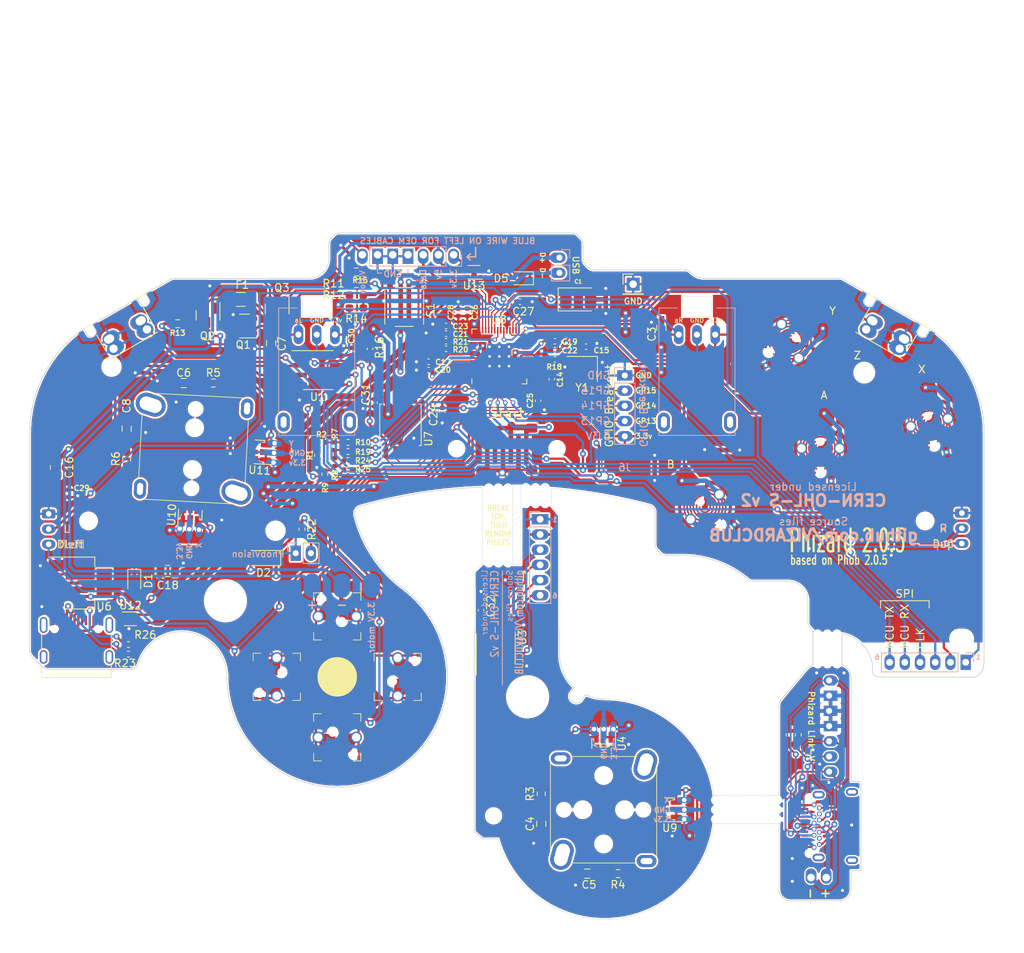
<source format=kicad_pcb>
(kicad_pcb (version 20221018) (generator pcbnew)
  (layers (0 "F.Cu" signal) (31 "B.Cu" signal) (36 "B.SilkS" user "B.Silkscreen") (37 "F.SilkS" user "F.Silkscreen") (38 "B.Mask" user) (39 "F.Mask" user) (44 "Edge.Cuts" user))
  (net 0 "")
  (net 1 "GND")
  (net 2 "+3V3")
  (net 3 "/A")
  (net 4 "/B")
  (net 5 "/X")
  (net 6 "/Y")
  (net 7 "/R")
  (net 8 "/Start")
  (net 9 "/Z")
  (net 10 "/Dleft")
  (net 11 "/Dup")
  (net 12 "/Dright")
  (net 13 "/Ddown")
  (net 14 "/Lanalog")
  (net 15 "/Ranalog")
  (net 16 "/L")
  (net 17 "/Stick_x_filt")
  (net 18 "/Stick_y_filt")
  (net 19 "/Ladder1")
  (net 20 "/Rumble")
  (net 21 "/C_x_filt")
  (net 22 "/C_y_filt")
  (net 23 "Net-(D1-A)")
  (net 24 "Net-(D2-A)")
  (net 25 "Net-(D5-A)")
  (net 26 "/Brake")
  (net 27 "Net-(Q3-D)")
  (net 28 "VCC")
  (net 31 "/XIN")
  (net 32 "Net-(C15-Pad1)")
  (net 33 "+1V1")
  (net 34 "+5V")
  (net 35 "/V")
  (net 36 "/USB_D+")
  (net 37 "/USB_D-")
  (net 38 "/~{USB_BOOT}")
  (net 39 "/QSPI_SS")
  (net 40 "/XOUT")
  (net 41 "Net-(Q1-G)")
  (net 42 "/QSPI_SD1")
  (net 43 "/QSPI_SD2")
  (net 44 "/QSPI_SD0")
  (net 45 "/QSPI_SCLK")
  (net 46 "/QSPI_SD3")
  (net 47 "/Ladder2")
  (net 48 "/Ladder3")
  (net 49 "/Ladder4")
  (net 50 "Net-(R1-Pad1)")
  (net 51 "Net-(R10-Pad1)")
  (net 52 "Net-(R19-Pad1)")
  (net 53 "Net-(R24-Pad1)")
  (net 54 "/GPIO12")
  (net 55 "/GPIO13")
  (net 56 "/GPIO14")
  (net 57 "/GPIO15")
  (net 58 "/SWCLK")
  (net 59 "/SWD")
  (net 60 "/RUN")
  (net 61 "/CS2")
  (net 62 "/CLK")
  (net 63 "/Dout")
  (net 64 "/Din")
  (net 65 "/GCC_DATA")
  (net 66 "Net-(Q1-D)")
  (net 67 "/CS1")
  (net 68 "/H1XS")
  (net 69 "/H1YS")
  (net 70 "/H2YS")
  (net 71 "/H2XS")
  (net 72 "Net-(Q3-G)")
  (net 73 "/CLK2")
  (net 74 "/Dout2")
  (net 75 "/Din2")
  (net 76 "/CS2_2")
  (net 77 "/GND_C")
  (net 78 "/USB_D-_Raw")
  (net 79 "/USB_D+_Raw")
  (net 80 "Net-(U8-USB_DP)")
  (net 81 "/GCC_3.3V")
  (net 82 "Net-(U8-USB_DM)")
  (net 84 "Net-(J7-Pin_1)")
  (net 85 "Net-(J9-CC1)")
  (net 87 "Net-(J9-CC2)")
  (net 89 "Net-(J9-SHIELD)")
  (net 90 "Net-(J12-CC1)")
  (net 91 "Net-(J12-CC2)")
  (footprint "01 My Footprint Library:Phob ABXY original" (layer "F.Cu") (at 152.107124 64.68286)
    (fp_text reference "SW1" hide)
    (fp_text value "A")
  )
  (footprint "01 My Footprint Library:Phob ABXY original" (layer "F.Cu") (at 136.907124 72.38286 41)
    (fp_text reference "SW2" hide)
    (fp_text value "B")
  )
  (footprint "PhobGCC_2_0_0_footprints:Z_Switch_Edge_Omron" (layer "F.Cu") (at 161.008567 49.10786 -30)
    (fp_text reference "SW8" hide)
    (fp_text value "Z" hide)
  )
  (footprint "01 My Footprint Library:Dpad button" (layer "F.Cu") (at 80.607124 94.73286 90)
    (fp_text reference "SW9" hide)
    (fp_text value "Dleft")
  )
  (footprint "01 My Footprint Library:Dpad button" (layer "F.Cu") (at 88.557124 86.78286)
    (fp_text reference "SW10" hide)
    (fp_text value "Dup")
  )
  (footprint "01 My Footprint Library:Dpad button" (layer "F.Cu") (at 96.507124 94.73286 -90)
    (fp_text reference "SW11" hide)
    (fp_text value "Dright")
  )
  (footprint "01 My Footprint Library:Dpad button" (layer "F.Cu") (at 88.557124 102.68286 180)
    (fp_text reference "SW12" hide)
    (fp_text value "Ddown")
  )
  (footprint "PhobGCC_2_0_0_footprints:GCC_Stickbox_Hall_Only" (layer "F.Cu") (at 69.662207 64.731092 177)
    (fp_text reference "U2" hide)
    (fp_text value "Stickbox_Assembly_Main")
  )
  (footprint "PhobGCC_2_0_0_footprints:C_0603_HandSoldering" (layer "F.Cu") (at 79.867124 50.85286 -90)
    (fp_text reference "C7")
    (fp_text value "0.047u")
  )
  (footprint "PhobGCC_2_0_0_footprints:C_0603_HandSoldering" (layer "F.Cu") (at 131.185124 48.84286 90)
    (fp_text reference "C3")
    (fp_text value "0.047u")
  )
  (footprint "PhobGCC_2_0_0_footprints:Start_Contact" (layer "F.Cu") (at 110.857124 64.78286)
    (fp_text reference "SW5" hide)
    (fp_text value "Start")
  )
  (footprint "01 My Footprint Library:Phob ABXY original" (layer "F.Cu") (at 148.107124 50.58286 -63)
    (fp_text reference "SW4" hide)
    (fp_text value "Y")
  )
  (footprint "PhobGCC_2_0_0_footprints:MountingHole_5.2mm" (layer "F.Cu") (at 73.857124 84.73286)
    (fp_text reference "H1" hide)
    (fp_text value "5.2mm")
  )
  (footprint "PhobGCC_2_0_0_footprints:MountingHole_2.0mm" (layer "F.Cu") (at 55.857124 74.23286)
    (fp_text reference "H3" hide)
    (fp_text value "2mm")
  )
  (footprint "PhobGCC_2_0_0_footprints:MountingHole_1.8mm" (layer "F.Cu") (at 104.257124 64.73286)
    (fp_text reference "H5" hide)
    (fp_text value "1.8mm")
  )
  (footprint "PhobGCC_2_0_0_footprints:MountingHole_1.8mm" (layer "F.Cu") (at 117.457124 64.73286)
    (fp_text reference "H6" hide)
    (fp_text value "1.8mm")
  )
  (footprint "PhobGCC_2_0_0_footprints:MountingHole_2.4mm" (layer "F.Cu") (at 157.857124 54.73286)
    (fp_text reference "H7" hide)
    (fp_text value "2.4mm")
  )
  (footprint "PhobGCC_2_0_0_footprints:MountingHole_2.0mm" (layer "F.Cu") (at 165.857124 74.23286)
    (fp_text reference "H4" hide)
    (fp_text value "2mm")
  )
  (footprint "PhobGCC_2_0_0_footprints:MountingHole_2.2mm" (layer "F.Cu") (at 58.873746 53.949481)
    (fp_text reference "H8" hide)
    (fp_text value "2.2mm")
  )
  (footprint "01 My Footprint Library:Phob ABXY original" (layer "F.Cu") (at 166.407124 61.28286 12)
    (fp_text reference "SW3" hide)
    (fp_text value "X")
  )
  (footprint "PhobGCC_2_0_0_footprints:Slot" (layer "F.Cu") (at 170.657124 89.73286)
    (fp_text reference "H2" hide)
    (fp_text value "Slot")
  )
  (footprint "PhobGCC_2_0_0_footprints:MountingHole_2.2mm" (layer "F.Cu") (at 80.440502 75.516238)
    (fp_text reference "H9" hide)
    (fp_text value "2.2mm")
  )
  (footprint "PhobGCC_2_0_0_footprints:Fuse_1206_3216Metric" (layer "F.Cu") (at 75.867124 45.10286)
    (fp_text reference "F1")
    (fp_text value "Fuse")
  )
  (footprint "PhobGCC_2_0_0_footprints:R_0603_1608Metric_Pad0.98x0.95mm_HandSolder" (layer "F.Cu") (at 91.067124 46.23286)
    (fp_text reference "R14")
    (fp_text value "10k")
  )
  (footprint "01 My Footprint Library:omron D2LS" (layer "F.Cu") (at 80.607124 94.73286 -45)
    (fp_text reference "REF**" hide)
    (fp_text value "omron D2LS")
  )
  (footprint "PhobGCC_2_0_0_footprints:SOIC-8_5.23x5.23mm_P1.27mm" (layer "F.Cu") (at 96.867124 61.60286 90)
    (fp_text reference "U7")
    (fp_text value "W25Q128JVS")
  )
  (footprint "PhobGCC_2_0_0_footprints:R_0402_1005Metric" (layer "F.Cu") (at 89.973124 65.10286)
    (fp_text reference "R19")
    (fp_text value "316")
  )
  (footprint "PhobGCC_2_0_0_footprints:R_0402_1005Metric" (layer "F.Cu") (at 86.473124 63.90286 180)
    (fp_text reference "R2")
    (fp_text value "180")
  )
  (footprint "" (layer "F.Cu") (at 50.613016 75.301934)
    (fp_text reference "")
    (fp_text value "")
  )
  (footprint "Diode_SMD:D_SOD-323" (layer "F.Cu") (at 112.846324 42.33026 180)
    (fp_text reference "D5")
    (fp_text value "CUS10S30,H3F" hide)
  )
  (footprint "PhobGCC_2_0_0_footprints:C_0402_1005Metric" (layer "F.Cu") (at 100.567124 53.30286 180)
    (fp_text reference "C17")
    (fp_text value "100n")
  )
  (footprint "PhobGCC_2_0_0_footprints:SOT-223-3_TabPin2" (layer "F.Cu") (at 54.767124 82.40286)
    (fp_text reference "U6")
    (fp_text value "AMS1117-3.3")
  )
  (footprint "PhobGCC_2_0_0_footprints:C_0402_1005Metric" (layer "F.Cu") (at 53.236313 70.62286 -90)
    (fp_text reference "C29")
    (fp_text value "100n")
  )
  (footprint "PhobGCC_2_0_0_footprints:Crystal_SMD_3225-4Pin_3.2x2.5mm" (layer "F.Cu") (at 120.767124 54.25286 180)
    (fp_text reference "Y1")
    (fp_text value "Crystal_GND24")
  )
  (footprint "PhobGCC_2_0_0_footprints:C_0402_1005Metric" (layer "F.Cu") (at 102.867124 50.60286)
    (fp_text reference "R21")
    (fp_text value "27")
  )
  (footprint "Package_TO_SOT_SMD:SOT-666" (layer "F.Cu") (at 106.547124 41.54286 180)
    (fp_text reference "U13")
    (fp_text value "USBLC6-2P6")
  )
  (footprint "PhobGCC_2_0_0_footprints:R_0402_1005Metric" (layer "F.Cu") (at 88.223124 64.40286 90)
    (fp_text reference "R7")
    (fp_text value "180")
  )
  (footprint "PhobGCC_2_0_0_footprints:C_0402_1005Metric" (layer "F.Cu") (at 102.867124 51.60286)
    (fp_text reference "R20")
    (fp_text value "27")
  )
  (footprint "Connector_USB:USB_C_Receptacle_G-Switch_GT-USB-7010ASV" (layer "F.Cu") (at 54.267124 91.03786)
    (fp_text reference "J9" hide)
    (fp_text value "USB_C_Receptacle_USB2.0")
  )
  (footprint "Model_S:Shou Han Type-C 24P QCHT" (layer "F.Cu") (at 158.102646 114.356859 90)
    (fp_text reference "J12" hide)
    (fp_text value "USB_C_Receptacle")
  )
  (footprint "PhobGCC_2_0_0_footprints:C_0603_HandSoldering" (layer "F.Cu") (at 121.435124 120.61286 180)
    (fp_text reference "C5")
    (fp_text value "0.047u")
  )
  (footprint "PhobGCC_2_0_0_footprints:SW_TS-1187A-B-A-B" (layer "F.Cu") (at 97.367124 46.10286 -90)
    (fp_text reference "S1")
    (fp_text value "BOOTSEL")
  )
  (footprint "PhobGCC_2_0_0_footprints:C_0402_1005Metric" (layer "F.Cu") (at 105.667124 46.80286 90)
    (fp_text reference "C26")
    (fp_text value "100n")
  )
  (footprint "PhobGCC_2_0_0_footprints:SOT-23" (layer "F.Cu") (at 132.285124 112.21286 180)
    (fp_text reference "U9")
    (fp_text value "DRV5055A3xDBZxQ1")
  )
  (footprint "PhobGCC_2_0_0_footprints:C_0402_1005Metric" (layer "F.Cu") (at 102.367124 59.85286 -90)
    (fp_text reference "C24")
    (fp_text value "100n")
  )
  (footprint "PhobGCC_2_0_0_footprints:C_0402_1005Metric" (layer "F.Cu") (at 90.418124 51.95686 90)
    (fp_text reference "C30")
    (fp_text value "100n")
  )
  (footprint "01 My Footprint Library:omron D2LS" (layer "F.Cu") (at 88.557124 86.78286 -135)
    (fp_text reference "REF**" hide)
    (fp_text value "omron D2LS")
  )
  (footprint "Capacitor_Tantalum_SMD:CP_EIA-3528-12_Kemet-T_Pad1.50x2.35mm_HandSolder" (layer "F.Cu") (at 120.242124 45.10286)
    (fp_text reference "C1")
    (fp_text value "47u" hide)
  )
  (footprint "PhobGCC_2_0_0_footprints:breakaway-mousebites-double-v2-small" (layer "F.Cu") (at 136.072725 112.43 -90)
    (fp_text reference "H14" hide)
    (fp_text value "MouseBite" hide)
  )
  (footprint "PhobGCC_2_0_0_footprints:SOT-23" (layer "F.Cu") (at 123.583124 103.51286 -90)
    (fp_text reference "U4")
    (fp_text value "DRV5055A3xDBZxQ1")
  )
  (footprint "" (layer "F.Cu") (at 170.682124 75.19786)
    (fp_text reference "")
    (fp_text value "")
  )
  (footprint "PhobGCC_2_0_0_footprints:R_0402_1005Metric" (layer "F.Cu") (at 89.973124 63.90286)
    (fp_text reference "R10")
    (fp_text value "316")
  )
  (footprint "PhobGCC_2_0_0_footprints:C_0402_1005Metric" (layer "F.Cu") (at 116.767124 55.60286 -90)
    (fp_text reference "C14")
    (fp_text value "27p")
  )
  (footprint "PhobGCC_2_0_0_footprints:C_0402_1005Metric" (layer "F.Cu") (at 107.461524 85.96746 90)
    (fp_text reference "C32")
    (fp_text value "100n")
  )
  (footprint "01 My Footprint Library:smd tact" (layer "F.Cu") (at 110.857124 64.78286 180)
    (fp_text reference "REF**" hide)
    (fp_text value "smd tact")
  )
  (footprint "PhobGCC_2_0_0_footprints:breakaway-mousebites-double-v2-small" (layer "F.Cu") (at 152.77 86.86915 180)
    (fp_text reference "H14" hide)
    (fp_text value "MouseBite" hide)
  )
  (footprint "PhobGCC_2_0_0_footprints:R_0402_1005Metric" (layer "F.Cu") (at 86.923124 68.10286 90)
    (fp_text reference "R9")
    (fp_text value "180")
  )
  (footprint "PhobGCC_2_0_0_footprints:C_0805_2012Metric" (layer "F.Cu") (at 51.567124 67.20286 -90)
    (fp_text reference "C16")
    (fp_text value "10u")
  )
  (footprint "Resistor_SMD:R_0402_1005Metric" (layer "F.Cu") (at 61.107124 91.75286)
    (fp_text reference "R23")
    (fp_text value "5.1k")
  )
  (footprint "PhobGCC_2_0_0_footprints:R_0402_1005Metric" (layer "F.Cu") (at 85.973124 65.60286 -90)
    (fp_text reference "R1")
    (fp_text value "180")
  )
  (footprint "Resistor_SMD:R_0402_1005Metric" (layer "F.Cu") (at 147.962646 102.356859 90)
    (fp_text reference "R27" hide)
    (fp_text value "R")
  )
  (footprint "PhobGCC_2_0_0_footprints:SOIC-8_3.9x4.9mm_P1.27mm" (layer "F.Cu") (at 109.385124 91.01286 90)
    (fp_text reference "U3")
    (fp_text value "MCP3202")
  )
  (footprint "PhobGCC_2_0_0_footprints:C_0402_1005Metric" (layer "F.Cu") (at 117.167124 51.80286)
    (fp_text reference "C22")
    (fp_text value "100n")
  )
  (footprint "PhobGCC_2_0_0_footprints:RP2040-QFN-56" (layer "F.Cu") (at 109.867124 52.60286 90)
    (fp_text reference "U8")
    (fp_text value "RP2040")
  )
  (footprint "PhobGCC_2_0_0_footprints:C_0402_1005Metric" (layer "F.Cu") (at 100.567124 54.40286 180)
    (fp_text reference "C20")
    (fp_text value "100n")
  )
  (footprint "PhobGCC_2_0_0_footprints:SOT-23" (layer "F.Cu") (at 80.657124 46.35286 -90)
    (fp_text reference "Q3")
    (fp_text value "Q_NMOS_GSD")
  )
  (footprint "PhobGCC_2_0_0_footprints:R_0402_1005Metric" (layer "F.Cu") (at 89.973124 67.50286)
    (fp_text reference "R25")
    (fp_text value "316")
  )
  (footprint "PhobGCC_2_0_0_footprints:R_0603_1608Metric_Pad0.98x0.95mm_HandSolder" (layer "F.Cu") (at 67.567124 48.30286 180)
    (fp_text reference "R13")
    (fp_text value "10k")
  )
  (footprint "PhobGCC_2_0_0_footprints:PinHeader_1x01_P2.54mm_Vertical" (layer "F.Cu") (at 127.467124 43.10286)
    (fp_text reference "J4" hide)
    (fp_text value "Conn_01x01")
  )
  (footprint "PhobGCC_2_0_0_footprints:C_0603_HandSoldering" (layer "F.Cu") (at 115.385124 114.06286 -90)
    (fp_text reference "C4")
    (fp_text value "0.047u")
  )
  (footprint "PhobGCC_2_0_0_footprints:breakaway-mousebites-double-v2-small" (layer "F.Cu") (at 114.394324 69.652185 180)
    (fp_text reference "H14" hide)
    (fp_text value "MouseBite" hide)
  )
  (footprint "PhobGCC_2_0_0_footprints:breakaway-mousebites-double-v2-small" (layer "F.Cu") (at 144.13915 112.43 -90)
    (fp_text reference "H14" hide)
    (fp_text value "MouseBite" hide)
  )
  (footprint "PhobGCC_2_0_0_footprints:C_0603_HandSoldering" (layer "F.Cu") (at 68.367124 56.10286 180)
    (fp_text reference "C6")
    (fp_text value "0.047u")
  )
  (footprint "Resistor_SMD:R_0402_1005Metric" (layer "F.Cu") (at 61.107124 90.48286)
    (fp_text reference "R26")
    (fp_text value "5.1k")
  )
  (footprint "PhobGCC_2_0_0_footprints:C_0402_1005Metric" (layer "F.Cu") (at 93.466124 58.68786 -90)
    (fp_text reference "C31")
    (fp_text value "100n")
  )
  (footprint "01 My Footprint Library:omron D2LS" (layer "F.Cu") (at 96.507124 94.73286 135)
    (fp_text reference "REF**" hide)
    (fp_text value "omron D2LS")
  )
  (footprint "PhobGCC_2_0_0_footprints:R_0603_1608Metric_Pad0.98x0.95mm_HandSolder" (layer "F.Cu") (at 91.067124 41.49286)
    (fp_text reference "R15")
    (fp_text value "10k")
  )
  (footprint "PhobGCC_2_0_0_footprints:R_0603_1608Metric_Pad0.98x0.95mm_HandSolder" (layer "F.Cu") (at 115.385124 110.11286 90)
    (fp_text reference "R3")
    (fp_text value "2k")
  )
  (footprint "PhobGCC_2_0_0_footprints:C_0402_1005Metric" (layer "F.Cu") (at 117.167124 53.00286)
    (fp_text reference "R18")
    (fp_text value "1k")
  )
  (footprint "PhobGCC_2_0_0_footprints:R_0402_1005Metric" (layer "F.Cu") (at 89.973124 66.30286)
    (fp_text reference "R24")
    (fp_text value "316")
  )
  (footprint "01 My Footprint Library:omron D2LS" (layer "F.Cu") (at 88.557124 102.68286 45)
    (fp_text reference "REF**" hide)
    (fp_text value "omron D2LS")
  )
  (footprint "PhobGCC_2_0_0_footprints:SOT-23" (layer "F.Cu") (at 78.342124 65.17786 177)
    (fp_text reference "U11")
    (fp_text value "DRV5055A3xDBZxQ1")
  )
  (footprint "PhobGCC_2_0_0_footprints:GCC_Stickbox_Hall_Only" (layer "F.Cu") (at 123.586124 112.207412 -90)
    (fp_text reference "U5" hide)
    (fp_text value "Stickbox_Assembly_CStick")
  )
  (footprint "PhobGCC_2_0_0_footprints:SOT-23" (layer "F.Cu") (at 69.218059 73.414075 87)
    (fp_text reference "U10")
    (fp_text value "DRV5055A3xDBZxQ1")
  )
  (footprint "PhobGCC_2_0_0_footprints:R_0603_1608Metric_Pad0.98x0.95mm_HandSolder" (layer "F.Cu") (at 125.472624 120.61286)
    (fp_text reference "R4")
    (fp_text value "2k")
  )
  (footprint "PhobGCC_2_0_0_footprints:Z_Switch_Edge_Omron" (layer "F.Cu") (at 60.639979 49.10786 30)
    (fp_text reference "SW8" hide)
    (fp_text value "Z" hide)
  )
  (footprint "Package_TO_SOT_SMD:SOT-666" (layer "F.Cu") (at 61.367124 87.10286)
    (fp_text reference "U12")
    (fp_text value "USBLC6-2P6")
  )
  (footprint "PhobGCC_2_0_0_footprints:breakaway-mousebites-double-v2-large" (layer "F.Cu") (at 109.977524 76.27971)
    (fp_text reference "H15" hide)
    (fp_text value "MouseBite" hide)
  )
  (footprint "PhobGCC_2_0_0_footprints:R_0603_1608Metric_Pad0.98x0.95mm_HandSolder" (layer "F.Cu") (at 60.867124 66.10286 -90)
    (fp_text reference "R6")
    (fp_text value "2k")
  )
  (footprint "Diode_SMD:D_SOD-323" (layer "F.Cu") (at 61.867124 82.10286 -90)
    (fp_text reference "D1")
    (fp_text value "CUS10S30,H3F")
  )
  (footprint "PhobGCC_2_0_0_footprints:MountingHole_5.2mm" (layer "F.Cu") (at 113.586124 97.357412 90)
    (fp_text reference "H11" hide)
    (fp_text value "MountingHole")
  )
  (footprint "PhobGCC_2_0_0_footprints:R_0402_1005Metric" (layer "F.Cu") (at 88.223124 66.50286 90)
    (fp_text reference "R8")
    (fp_text value "180")
  )
  (footprint "PhobGCC_2_0_0_footprints:C_0402_1005Metric" (layer "F.Cu") (at 104.467124 46.80286 90)
    (fp_text reference "C28")
    (fp_text value "100n")
  )
  (footprint "PhobGCC_2_0_0_footprints:C_0402_1005Metric" (layer "F.Cu") (at 102.867124 49.60286 180)
    (fp_text reference "C21")
    (fp_text value "1u")
  )
  (footprint "PhobGCC_2_0_0_footprints:SOT-23" (layer "F.Cu") (at 76.367124 48.60286 180)
    (fp_text reference "Q1")
    (fp_text value "Q_NMOS_GSD")
  )
  (footprint "PhobGCC_2_0_0_footprints:C_0402_1005Metric" (layer "F.Cu") (at 92.867124 51.60286 90)
    (fp_text reference "R16")
    (fp_text value "1k")
  )
  (footprint "PhobGCC_2_0_0_footprints:breakaway-mousebites-double-v2-small" (layer "F.Cu") (at 152.77 90.73915 180)
    (fp_text reference "H14" hide)
    (fp_text value "MouseBite" hide)
  )
  (footprint "PhobGCC_2_0_0_footprints:C_0402_1005Metric" (layer "F.Cu") (at 121.279124 51.32186)
    (fp_text reference "C15")
    (fp_text value "27p")
  )
  (footprint "PhobGCC_2_0_0_footprints:D_SOD-123" (layer "F.Cu") (at 78.867124 79.11286 180)
    (fp_text reference "D2")
    (fp_text value "M7C")
  )
  (footprint "PhobGCC_2_0_0_footprints:C_0402_1005Metric" (layer "F.Cu") (at 102.867124 48.60286 180)
    (fp_text reference "C23")
    (fp_text value "1u")
  )
  (footprint "PhobGCC_2_0_0_footprints:MountingHole_2.0mm" (layer "F.Cu") (at 123.586124 107.707412 90)
    (fp_text reference "H13" hide)
    (fp_text value "MountingHole")
  )
  (footprint "PhobGCC_2_0_0_footprints:R_0603_1608Metric_Pad0.98x0.95mm_HandSolder" (layer "F.Cu") (at 91.067124 43.01286 180)
    (fp_text reference "R11")
    (fp_text value "100R")
  )
  (footprint "PhobGCC_2_0_0_footprints:C_0402_1005Metric" (layer "F.Cu") (at 114.967124 58.42286 -90)
    (fp_text reference "C25")
    (fp_text value "100n")
  )
  (footprint "Resistor_SMD:R_0402_1005Metric" (layer "F.Cu") (at 83.917124 75.32286 90)
    (fp_text reference "R22")
    (fp_text value "22R")
  )
  (footprint "PhobGCC_2_0_0_footprints:R_0603_1608Metric_Pad0.98x0.95mm_HandSolder" (layer "F.Cu") (at 72.279624 56.10286)
    (fp_text reference "R5")
    (fp_text value "2k")
  )
  (footprint "Resistor_SMD:R_0402_1005Metric" (layer "F.Cu") (at 149.182646 102.356859 90)
    (fp_text reference "R28" hide)
    (fp_text value "R")
  )
  (footprint "PhobGCC_2_0_0_footprints:MountingHole_2.0mm" (layer "F.Cu") (at 123.586124 116.707412 90)
    (fp_text reference "H12" hide)
    (fp_text value "MountingHole")
  )
  (footprint "PhobGCC_2_0_0_footprints:SOIC-8_3.9x4.9mm_P1.27mm" (layer "F.Cu") (at 86.067124 54.40286)
    (fp_text reference "U1")
    (fp_text value "MCP3202")
  )
  (footprint "PhobGCC_2_0_0_footprints:MountingHole_1.8mm" (layer "F.Cu") (at 109.111124 113.007412 90)
    (fp_text reference "H10" hide)
    (fp_text value "MountingHole")
  )
  (footprint "PhobGCC_2_0_0_footprints:C_0603_HandSoldering" (layer "F.Cu") (at 60.867124 62.10286 90)
    (fp_text reference "C8")
    (fp_text value "0.047u")
  )
  (footprint "PhobGCC_2_0_0_footprints:C_0402_1005Metric" (layer "F.Cu") (at 112.587124 45.40286)
    (fp_text reference "C27")
    (fp_text value "100n")
  )
  (footprint "PhobGCC_2_0_0_footprints:C_0805_2012Metric" (layer "F.Cu") (at 66.267124 80.80286)
    (fp_text reference "C18")
    (fp_text value "10u")
  )
  (footprint "PhobGCC_2_0_0_footprints:SOT-23" (layer "F.Cu") (at 71.567124 47.20286 -90)
    (fp_text reference "Q2")
    (fp_text value "Q_PMOS_GDS")
  )
  (footprint "Connector_PinHeader_2.00mm:PinHeader_1x02_P2.00mm_Vertical" (layer "F.Cu") (at 150.852246 121.126859 90)
    (fp_text reference "J10" hide)
    (fp_text value "Conn_01x02" hide)
  )
  (footprint "PhobGCC_2_0_0_footprints:R_0603_1608Metric_Pad0.98x0.95mm_HandSolder" (layer "F.Cu") (at 91.067124 44.53286 180)
    (fp_text reference "R12")
    (fp_text value "100R")
  )
  (footprint "PhobGCC_2_0_0_footprints:C_0402_1005Metric" (layer "F.Cu") (at 117.167124 50.60286)
    (fp_text reference "C19")
    (fp_text value "100n")
  )
  (footprint "Connector_JST:JST_PH_B2B-PH-K_1x02_P2.00mm_Vertical" (layer "B.Cu") (at 50.613016 73.301934 -90)
    (fp_text reference "SW6" hide)
    (fp_text value "L")
  )
  (footprint "Connector_JST:JST_PH_B2B-PH-K_1x02_P2.00mm_Vertical" (layer "B.Cu") (at 170.682124 73.19786 -90)
    (fp_text reference "SW7" hide)
    (fp_text value "R")
  )
  (footprint "PhobGCC_2_0_0_footprints:GCC_Slider" (layer "B.Cu") (at 135.857124 49.73286 180)
    (fp_text reference "RV2" hide)
    (fp_text value "R_POT_MountingPin")
  )
  (footprint "PhobGCC_2_0_0_footprints:GCC_Slider" (layer "B.Cu") (at 85.857124 49.73286 180)
    (fp_text reference "RV1" hide)
    (fp_text value "R_POT_MountingPin")
  )
  (footprint "PhobGCC_2_0_0_footprints:GCC_Header_Straight_1x06_Pitch2.00mm" (layer "B.Cu") (at 103.857124 39.23286 90)
    (fp_text reference "J1" hide)
    (fp_text value "Conn_01x06_Female")
  )
  (footprint "02 Phob Library:rumble_pins" (layer "B.Cu") (at 92.265124 82.74486 90)
    (fp_text reference "J7" hide)
    (fp_text value "Rumble 3.3V coin motor" hide)
  )
  (footprint "Connector_PinSocket_2.00mm:PinSocket_1x06_P2.00mm_Vertical" (layer "B.Cu") (at 126.367124 65.10286)
    (fp_text reference "J6")
    (fp_text value "Conn_01x06")
  )
  (footprint "PhobGCC_2_0_0_footprints:PinSocket_1x06_P2.00mm_Vertical" (layer "B.Cu") (at 115.233924 74.01286 180)
    (fp_text reference "J15" hide)
    (fp_text value "Conn_01x06")
  )
  (footprint "PhobGCC_2_0_0_footprints:rumble_pins" (layer "B.Cu") (at 86.049124 82.72086 -90)
    (fp_text reference "J5" hide)
    (fp_text value "Rumble" hide)
  )
  (footprint "PhobGCC_2_0_0_footprints:PinSocket_1x06_P2.00mm_Vertical" (layer "B.Cu") (at 171.186324 92.82546 90)
    (fp_text reference "J14" hide)
    (fp_text value "Conn_01x06")
  )
  (footprint "PhobGCC_2_0_0_footprints:PinHeader_1x02_P2.00mm_Vertical" (layer "B.Cu") (at 117.777124 39.61286 180)
    (fp_text reference "J11" hide)
    (fp_text value "Conn_01x02")
  )
  (footprint "Connector_PinHeader_2.00mm:PinHeader_1x07_P2.00mm_Vertical" (layer "B.Cu") (at 153.232246 107.206859)
    (fp_text reference "J8" hide)
    (fp_text value "Conn_01x07")
  )
  (footprint "PhobGCC_2_0_0_footprints:PinHeader_1x02_P2.00mm_Vertical" (layer "B.Cu") (at 83.093524 78.47446 -90)
    (fp_text reference "J2" hide)
    (fp_text value "Conn_01x02")
  )
  (gr_line (start 106.039124 39.91726) (end 105.632724 39.51086) (stroke (width 0.2)) (layer "B.SilkS"))
  (gr_line (start 106.750324 38.29166) (end 106.750324 39.51086) (stroke (width 0.2)) (layer "B.SilkS"))
  (gr_line (start 94.405924 41.64446) (end 93.847124 41.64446) (stroke (width 0.12)) (layer "B.SilkS"))
  (gr_line (start 97.403124 41.64446) (end 97.860324 41.64446) (stroke (width 0.12)) (layer "B.SilkS"))
  (gr_line (start 110.267124 80.80286) (end 110.267124 95.83966) (stroke (width 0.12)) (layer "B.SilkS"))
  (gr_line (start 97.860324 41.64446) (end 97.860324 41.13646) (stroke (width 0.12)) (layer "B.SilkS"))
  (gr_line (start 105.632724 39.51086) (end 106.039124 39.10446) (stroke (width 0.2)) (layer "B.SilkS"))
  (gr_line (start 106.750324 39.51086) (end 105.632724 39.51086) (stroke (width 0.2)) (layer "B.SilkS"))
  (gr_line (start 93.847124 41.64446) (end 93.847124 41.13646) (stroke (width 0.12)) (layer "B.SilkS"))
  (gr_line (start 159.988724 84.72286) (end 159.988724 85.68806) (stroke (width 0.12)) (layer "F.SilkS"))
  (gr_circle (center 88.557124 94.73286) (end 91.057124 94.73286) (stroke (width 0.2)) (fill solid) (layer "F.SilkS"))
  (gr_line (start 166.389524 84.72286) (end 166.389524 85.68806) (stroke (width 0.12)) (layer "F.SilkS"))
  (gr_line (start 159.988724 84.72286) (end 166.389524 84.72286) (stroke (width 0.12)) (layer "F.SilkS"))
  (gr_line (start 83.957124 47.33286) (end 83.957124 44.73286) (stroke (width 0.05)) (layer "Edge.Cuts"))
  (gr_line (start 133.957124 47.33286) (end 133.957124 44.73286) (stroke (width 0.05)) (layer "Edge.Cuts"))
  (gr_line (start 157.412604 108.516859) (end 157.412604 120.196859) (stroke (width 0.1)) (layer "Edge.Cuts"))
  (gr_line (start 154.603395 124.170791) (end 148.125791 124.174208) (stroke (width 0.1)) (layer "Edge.Cuts"))
  (gr_line (start 112.727124 80.002251) (end 112.728924 69.929478) (stroke (width 0.05)) (layer "Edge.Cuts"))
  (gr_line (start 159.902545 94.778984) (end 172.184442 94.778984) (stroke (width 0.1)) (layer "Edge.Cuts"))
  (gr_line (start 164.955019 49.064992) (end 165.353796 48.371467) (stroke (width 0.1)) (layer "Edge.Cuts"))
  (gr_arc (start 50.530124 93.74286) (mid 50.146518 93.664965) (end 49.821337 93.447073) (stroke (width 0.1)) (layer "Edge.Cuts"))
  (gr_line (start 51.512124 93.742817) (end 50.530124 93.74286) (stroke (width 0.1)) (layer "Edge.Cuts"))
  (gr_line (start 119.710007 96.161802) (end 119.243502 96.781477) (stroke (width 0.1)) (layer "Edge.Cuts"))
  (gr_line (start 150.46423 84.739967) (end 150.46423 87.525753) (stroke (width 0.1)) (layer "Edge.Cuts"))
  (gr_line (start 66.632763 42.47306) (end 63.396605 44.333851) (stroke (width 0.1)) (layer "Edge.Cuts"))
  (gr_line (start 146.625 114.025) (end 138.066222 114.030459) (stroke (width 0.05)) (layer "Edge.Cuts"))
  (gr_line (start 158.331855 44.333851) (end 155.095697 42.47306) (stroke (width 0.1)) (layer "Edge.Cuts"))
  (gr_arc (start 166.081997 49.713004) (mid 165.194515 49.952453) (end 164.955019 49.064992) (stroke (width 0.1)) (layer "Edge.Cuts"))
  (gr_line (start 133.957124 44.73286) (end 137.757124 44.73286) (stroke (width 0.05)) (layer "Edge.Cuts"))
  (gr_line (start 146.97427 97.682294) (end 150.300309 93.704542) (stroke (width 0.1)) (layer "Edge.Cuts"))
  (gr_line (start 146.625 110.375) (end 146.625 98.644489) (stroke (width 0.05)) (layer "Edge.Cuts"))
  (gr_line (start 151.1 88.575) (end 151.1 93.2) (stroke (width 0.1)) (layer "Edge.Cuts"))
  (gr_arc (start 150.30031 93.704543) (mid 150.661067 93.391616) (end 151.101901 93.207945) (stroke (width 0.1)) (layer "Edge.Cuts"))
  (gr_line (start 172.891549 94.486091) (end 173.305762 94.071878) (stroke (width 0.1)) (layer "Edge.Cuts"))
  (gr_line (start 159.458833 44.981863) (end 159.060056 45.675389) (stroke (width 0.1)) (layer "Edge.Cuts"))
  (gr_line (start 87.757124 47.33286) (end 83.957124 47.33286) (stroke (width 0.05)) (layer "Edge.Cuts"))
  (gr_arc (start 148.125791 124.174208) (mid 147.064617 123.735148) (end 146.625 122.674208) (stroke (width 0.1)) (layer "Edge.Cuts"))
  (gr_line (start 106.572524 80.91086) (end 107.639324 79.89486) (stroke (width 0.05)) (layer "Edge.Cuts"))
  (gr_arc (start 129.61674 72.146563) (mid 130.155591 72.502811) (end 130.36423 73.114157) (stroke (width 0.1)) (layer "Edge.Cuts"))
  (gr_line (start 106.582231 115.107412) (end 107.691124 116.026577) (stroke (width 0.1)) (layer "Edge.Cuts"))
  (gr_arc (start 90.865988 73.48934) (mid 90.977592 72.743725) (end 91.578116 72.287936) (stroke (width 0.1)) (layer "Edge.Cuts"))
  (gr_line (start 87.46423 37.783823) (end 87.46423 39.739967) (stroke (width 0.1)) (layer "Edge.Cuts"))
  (gr_arc (start 87.46423 37.783823) (mid 87.540351 37.401137) (end 87.757123 37.076716) (stroke (width 0.1)) (layer "Edge.Cuts"))
  (gr_arc (start 116.728924 69.929478) (mid 123.220701 70.759761) (end 129.61674 72.146562) (stroke (width 0.05)) (layer "Edge.Cuts"))
  (gr_line (start 166.86423 49.239967) (end 166.480774 49.01948) (stroke (width 0.1)) (layer "Edge.Cuts"))
  (gr_arc (start 131.778442 78.739967) (mid 131.39576 78.663847) (end 131.071336 78.447073) (stroke (width 0.1)) (layer "Edge.Cuts"))
  (gr_arc (start 136.86423 42.339967) (mid 135.848656 42.133422) (end 134.994443 41.546593) (stroke (width 0.1)) (layer "Edge.Cuts"))
  (gr_arc (start 123.691124 97.626577) (mid 122.419774 97.488055) (end 121.208193 97.078684) (stroke (width 0.1)) (layer "Edge.Cuts"))
  (gr_line (start 120.741687 97.779195) (end 121.208193 97.078684) (stroke (width 0.1)) (layer "Edge.Cuts"))
  (gr_line (start 130.657123 78.03286) (end 131.071336 78.447073) (stroke (width 0.1)) (layer "Edge.Cuts"))
  (gr_line (start 62.269627 44.981863) (end 56.374664 48.371467) (stroke (width 0.1)) (layer "Edge.Cuts"))
  (gr_line (start 146.625 110.375) (end 138.084621 110.367713) (stroke (width 0.05)) (layer "Edge.Cuts"))
  (gr_line (start 106.585124 95.863412) (end 106.585081 96.485412) (stroke (width 0.1)) (layer "Edge.Cuts"))
  (gr_line (start 48.114231 74.29486) (end 48.11423 62.739967) (stroke (width 0.1)) (layer "Edge.Cuts"))
  (gr_line (start 158.932106 93.106633) (end 158.916532 93.94565) (stroke (width 0.1)) (layer "Edge.Cuts"))
  (gr_line (start 106.585081 105.786412) (end 106.582231 115.107412) (stroke (width 0.1)) (layer "Edge.Cuts"))
  (gr_arc (start 120.571337 37.076716) (mid 120.788109 37.401138) (end 120.86423 37.783823) (stroke (width 0.1)) (layer "Edge.Cuts"))
  (gr_line (start 150.757123 88.23286) (end 151.1 88.575) (stroke (width 0.1)) (layer "Edge.Cuts"))
  (gr_line (start 111.645924 80.003469) (end 111.645924 69.63286) (stroke (width 0.05)) (layer "Edge.Cuts"))
  (gr_line (start 117.791124 91.726577) (end 117.791124 88.526577) (stroke (width 0.1)) (layer "Edge.Cuts"))
  (gr_arc (start 166.86423 49.239967) (mid 171.832685 55.193239) (end 173.61423 62.739967) (stroke (width 0.1)) (layer "Edge.Cuts"))
  (gr_line (start 88.171336 36.662503) (end 87.757123 37.076716) (stroke (width 0.1)) (layer "Edge.Cuts"))
  (gr_line (start 112.728924 69.63286) (end 112.728924 69.929478) (stroke (width 0.05)) (layer "Edge.Cuts"))
  (gr_arc (start 133.86423 78.739966) (mid 138.507111 79.556271) (end 142.59312 81.907277) (stroke (width 0.1)) (layer "Edge.Cuts"))
  (gr_arc (start 143.234395 82.139966) (mid 142.893299 82.079997) (end 142.59312 81.907277) (stroke (width 0.1)) (layer "Edge.Cuts"))
  (gr_line (start 166.480774 49.01948) (end 166.081997 49.713005) (stroke (width 0.1)) (layer "Edge.Cuts"))
  (gr_line (start 60.813124 93.742817) (end 51.512124 93.742817) (stroke (width 0.1)) (layer "Edge.Cuts"))
  (gr_line (start 137.757124 44.73286) (end 137.757124 47.33286) (stroke (width 0.05)) (layer "Edge.Cuts"))
  (gr_line (start 55.247686 49.01948) (end 54.86423 49.239967) (stroke (width 0.1)) (layer "Edge.Cuts"))
  (gr_line (start 120.86423 39.827235) (end 120.86423 37.783823) (stroke (width 0.1)) (layer "Edge.Cuts"))
  (gr_arc (start 122.278443 41.241449) (mid 121.895762 41.165328) (end 121.571336 40.948556) (stroke (width 0.1)) (layer "Edge.Cuts"))
  (gr_line (start 120.571336 37.076716) (end 120.157123 36.662503) (stroke (width 0.1)) (layer "Edge.Cuts"))
  (gr_arc (start 62.392416 93.027259) (mid 68.968189 88.841565) (end 74.064229 94.739967) (stroke (width 0.1)) (layer "Edge.Cuts"))
  (gr_line (start 83.957124 44.73286) (end 87.757124 44.73286) (stroke (width 0.05)) (layer "Edge.Cuts"))
  (gr_arc (start 154.926811 89.026213) (mid 157.570263 90.437416) (end 158.932106 93.106633) (stroke (width 0.1)) (layer "Edge.Cuts"))
  (gr_line (start 165.353796 48.371467) (end 159.458833 44.981863) (stroke (width 0.1)) (layer "Edge.Cuts"))
  (gr_line (start 156.102604 96.856859) (end 156.102604 94.666737) (stroke (width 0.1)) (layer "Edge.Cuts"))
  (gr_arc (start 121.157123 40.534342) (mid 120.940346 40.209918) (end 120.86423 39.827235) (stroke (width 0.1)) (layer "Edge.Cuts"))
  (gr_line (start 156.102604 120.196859) (end 157.412604 120.196859) (stroke (width 0.1)) (layer "Edge.Cuts"))
  (gr_line (start 130.36423 73.114157) (end 130.36423 77.325753) (stroke (width 0.1)) (layer "Edge.Cuts"))
  (gr_line (start 48.114231 74.29486) (end 48.114231 90.26686) (stroke (width 0.1)) (layer "Edge.Cuts"))
  (gr_arc (start 97.228668 83.113379) (mid 95.068677 107.699218) (end 74.064229 94.739967) (stroke (width 0.1)) (layer "Edge.Cuts"))
  (gr_arc (start 154.926575 93.2021) (mid 155.772222 93.727553) (end 156.102604 94.666737) (stroke (width 0.1)) (layer "Edge.Cuts"))
  (gr_arc (start 146.625 98.644489) (mid 146.715019 98.132676) (end 146.97427 97.682294) (stroke (width 0.1)) (layer "Edge.Cuts"))
  (gr_line (start 111.645924 80.003469) (end 112.727124 80.002251) (stroke (width 0.05)) (layer "Edge.Cuts"))
  (gr_arc (start 88.171336 36.662502) (mid 88.495758 36.445725) (end 88.878443 36.369609) (stroke (width 0.1)) (layer "Edge.Cuts"))
  (gr_line (start 107.691124 116.026577) (end 109.725452 116.026577) (stroke (width 0.1)) (layer "Edge.Cuts"))
  (gr_line (start 134.275294 41.241449) (end 122.278443 41.241449) (stroke (width 0.1)) (layer "Edge.Cuts"))
  (gr_line (start 117.791124 77.298695) (end 117.773924 73.49606) (stroke (width 0.05)) (layer "Edge.Cuts"))
  (gr_line (start 173.61423 92.525753) (end 173.61423 62.739967) (stroke (width 0.1)) (layer "Edge.Cuts"))
  (gr_arc (start 150.757123 88.23286) (mid 150.540351 87.908436) (end 150.46423 87.525753) (stroke (width 0.1)) (layer "Edge.Cuts"))
  (gr_line (start 117.773924 73.49606) (end 116.728924 72.247953) (stroke (width 0.05)) (layer "Edge.Cuts"))
  (gr_arc (start 159.902544 94.778984) (mid 159.257029 94.542756) (end 158.916532 93.94565) (stroke (width 0.1)) (layer "Edge.Cuts"))
  (gr_line (start 146.625 114.025) (end 146.625 122.674208) (stroke (width 0.05)) (layer "Edge.Cuts"))
  (gr_arc (start 87.46423 39.739967) (mid 86.702706 41.578442) (end 84.86423 42.339967) (stroke (width 0.1)) (layer "Edge.Cuts"))
  (gr_line (start 119.450016 36.369609) (end 88.878443 36.369609) (stroke (width 0.1)) (layer "Edge.Cuts"))
  (gr_line (start 154.597226 42.339967) (end 136.86423 42.339967) (stroke (width 0.1)) (layer "Edge.Cuts"))
  (gr_line (start 87.757124 44.73286) (end 87.757124 47.33286) (stroke (width 0.05)) (layer "Edge.Cuts"))
  (gr_line (start 48.407124 92.03286) (end 49.821337 93.447073) (stroke (width 0.1)) (layer "Edge.Cuts"))
  (gr_arc (start 138.066222 114.030459) (mid 124.710233 126.591259) (end 109.725453 116.026577) (stroke (width 0.05)) (layer "Edge.Cuts"))
  (gr_line (start 157.933078 45.027376) (end 158.331855 44.333851) (stroke (width 0.1)) (layer "Edge.Cuts"))
  (gr_arc (start 159.060056 45.675388) (mid 158.172519 45.914948) (end 157.933078 45.027376) (stroke (width 0.1)) (layer "Edge.Cuts"))
  (gr_arc (start 91.578116 72.287936) (mid 99.53641 70.569837) (end 107.64039 69.78766) (stroke (width 0.1)) (layer "Edge.Cuts"))
  (gr_line (start 111.645924 69.63286) (end 112.728924 69.63286) (stroke (width 0.05)) (layer "Edge.Cuts"))
  (gr_arc (start 48.11423 62.739967) (mid 49.895771 55.193237) (end 54.86423 49.239967) (stroke (width 0.1)) (layer "Edge.Cuts"))
  (gr_line (start 84.86423 42.339967) (end 67.131234 42.339967) (stroke (width 0.1)) (layer "Edge.Cuts"))
  (gr_arc (start 123.691124 97.626577) (mid 133.302522 101.269347) (end 138.084621 110.367713) (stroke (width 0.05)) (layer "Edge.Cuts"))
  (gr_line (start 137.757124 47.33286) (end 133.957124 47.33286) (stroke (width 0.05)) (layer "Edge.Cuts"))
  (gr_line (start 154.927039 89.025) (end 154.927039 93.2) (stroke (width 0.1)) (layer "Edge.Cuts"))
  (gr_arc (start 172.891549 94.486091) (mid 172.567125 94.702865) (end 172.184442 94.778984) (stroke (width 0.1)) (layer "Edge.Cuts"))
  (gr_line (start 117.791124 88.526577) (end 117.791124 77.298695) (stroke (width 0.05)) (layer "Edge.Cuts"))
  (gr_line (start 106.585081 96.485412) (end 106.585081 105.786412) (stroke (width 0.1)) (layer "Edge.Cuts"))
  (gr_line (start 63.396605 44.333851) (end 63.795382 45.027376) (stroke (width 0.1)) (layer "Edge.Cuts"))
  (gr_line (start 156.102604 96.856859) (end 156.102604 108.516859) (stroke (width 0.1)) (layer "Edge.Cuts"))
  (gr_arc (start 56.773441 49.064992) (mid 56.533933 49.952454) (end 55.646463 49.713004) (stroke (width 0.1)) (layer "Edge.Cuts"))
  (gr_arc (start 173.61423 92.525754) (mid 173.536358 93.31405) (end 173.305762 94.071877) (stroke (width 0.1)) (layer "Edge.Cuts"))
  (gr_arc (start 119.450017 36.369609) (mid 119.832699 36.44573) (end 120.157123 36.662503) (stroke (width 0.1)) (layer "Edge.Cuts"))
  (gr_arc (start 97.228667 83.113379) (mid 93.205943 78.85762) (end 90.865989 73.489341) (stroke (width 0.1)) (layer "Edge.Cuts"))
  (gr_arc (start 147.86423 82.139967) (mid 149.702701 82.901492) (end 150.46423 84.739967) (stroke (width 0.1)) (layer "Edge.Cuts"))
  (gr_line (start 116.728924 69.929478) (end 116.728924 72.247953) (stroke (width 0.05)) (layer "Edge.Cuts"))
  (gr_arc (start 120.741687 97.779195) (mid 119.493755 98.029367) (end 119.243502 96.781477) (stroke (width 0.1)) (layer "Edge.Cuts"))
  (gr_line (start 48.114231 90.26686) (end 48.114124 91.325753) (stroke (width 0.1)) (layer "Edge.Cuts"))
  (gr_line (start 62.668404 45.675389) (end 62.269627 44.981863) (stroke (width 0.1)) (layer "Edge.Cuts"))
  (gr_arc (start 134.275294 41.241449) (mid 134.665894 41.320892) (end 134.994443 41.546593) (stroke (width 0.1)) (layer "Edge.Cuts"))
  (gr_arc (start 156.102604 122.670791) (mid 155.663544 123.731171) (end 154.603395 124.170791) (stroke (width 0.1)) (layer "Edge.Cuts"))
  (gr_line (start 106.585124 95.863412) (end 106.585124 88.60786) (stroke (width 0.1)) (layer "Edge.Cuts"))
  (gr_line (start 61.437124 93.74286) (end 60.813124 93.742817) (stroke (width 0.1)) (layer "Edge.Cuts"))
  (gr_arc (start 154.597226 42.339966) (mid 154.855192 42.373813) (end 155.095697 42.47306) (stroke (width 0.1)) (layer "Edge.Cuts"))
  (gr_line (start 121.571336 40.948556) (end 121.157123 40.534342) (stroke (width 0.1)) (layer "Edge.Cuts"))
  (gr_line (start 55.646463 49.713005) (end 55.247686 49.01948) (stroke (width 0.1)) (layer "Edge.Cuts"))
  (gr_arc (start 62.392415 93.027259) (mid 62.032638 93.54241) (end 61.437124 93.74286) (stroke (width 0.1)) (layer "Edge.Cuts"))
  (gr_line (start 106.585124 88.60786) (end 106.572524 80.91086) (stroke (width 0.05)) (layer "Edge.Cuts"))
  (gr_line (start 107.639324 79.89486) (end 107.64039 69.78766) (stroke (width 0.05)) (layer "Edge.Cuts"))
  (gr_arc (start 63.795382 45.027376) (mid 63.555936 45.914959) (end 62.668404 45.675388) (stroke (width 0.1)) (layer "Edge.Cuts"))
  (gr_line (start 143.234395 82.139967) (end 147.86423 82.139967) (stroke (width 0.1)) (layer "Edge.Cuts"))
  (gr_line (start 156.102604 120.196859) (end 156.102604 122.670791) (stroke (width 0.1)) (layer "Edge.Cuts"))
  (gr_line (start 56.773441 49.064992) (end 56.374664 48.371467) (stroke (width 0.1)) (layer "Edge.Cuts"))
  (gr_arc (start 119.710007 96.161802) (mid 118.275435 94.14975) (end 117.791124 91.726577) (stroke (width 0.1)) (layer "Edge.Cuts"))
  (gr_arc (start 130.657123 78.03286) (mid 130.440351 77.708436) (end 130.36423 77.325753) (stroke (width 0.1)) (layer "Edge.Cuts"))
  (gr_line (start 156.102604 108.516859) (end 157.412604 108.516859) (stroke (width 0.1)) (layer "Edge.Cuts"))
  (gr_arc (start 48.407123 92.03286) (mid 48.190317 91.708437) (end 48.114124 91.325753) (stroke (width 0.1)) (layer "Edge.Cuts"))
  (gr_arc (start 66.632763 42.47306) (mid 66.873268 42.373814) (end 67.131234 42.339966) (stroke (width 0.1)) (layer "Edge.Cuts"))
  (gr_line (start 131.778443 78.739967) (end 133.86423 78.739967) (stroke (width 0.1)) (layer "Edge.Cuts"))
  (gr_text "X" (at 132.353524 110.93566) (layer "B.SilkS") (effects (font (size 0.7 0.7)) (justify left mirror)))
  (gr_text "github.com/VIZARDCLUB" (at 151.18 76.13) (layer "B.SilkS") (effects (font (size 1.5 1.5) (thickness 0.35)) (justify mirror)))
  (gr_text "github.com/VIZARDCLUB" (at 112.502324 80.59966 90) (layer "B.SilkS") (effects (font (size 1 0.75)) (justify left mirror)))
  (gr_text "R" (at 168.257124 75.23286) (layer "B.SilkS") (effects (font (size 1 1)) (justify mirror)))
  (gr_text "Source files" (at 111.232324 80.59966 90) (layer "B.SilkS") (effects (font (size 0.75 0.75) (thickness 0.1)) (justify left mirror)))
  (gr_text "PhobVision" (at 78.149924 78.57606) (layer "B.SilkS") (effects (font (size 0.85 0.85)) (justify mirror)))
  (gr_text "6" (at 159.531524 92.13966) (layer "B.SilkS") (effects (font (size 0.65 0.65)) (justify mirror)))
  (gr_text "Data" (at 99.841524 41.03486 90) (layer "B.SilkS") (effects (font (size 0.8 0.8)) (justify left mirror)))
  (gr_text "3.3v" (at 103.854724 41.03486 90) (layer "B.SilkS") (effects (font (size 0.8 0.8)) (justify left mirror)))
  (gr_text "3.3v" (at 67.786724 77.00126 270) (layer "B.SilkS") (effects (font (size 0.7 0.7)) (justify right mirror)))
  (gr_text "3.3V" (at 124.581124 63.08206) (layer "B.SilkS") (effects (font (size 1 1)) (justify left mirror)))
  (gr_text "3.3v" (at 82.112324 66.58726) (layer "B.SilkS") (effects (font (size 0.7 0.7)) (justify right mirror)))
  (gr_text "CERN-OHL-S v2" (at 109.251124 80.59966 90) (layer "B.SilkS") (effects (font (size 1 0.9)) (justify left mirror)))
  (gr_text "GP14" (at 124.581124 59.06886) (layer "B.SilkS") (effects (font (size 1 1)) (justify left mirror)))
  (gr_text "GND" (at 123.565124 103.31566 270) (layer "B.SilkS") (effects (font (size 0.7 0.7)) (justify right mirror)))
  (gr_text "L" (at 53.147124 75.28286) (layer "B.SilkS") (effects (font (size 1 1)) (justify mirror)))
  (gr_text "GND" (at 82.112324 65.31726) (layer "B.SilkS") (effects (font (size 0.7 0.7)) (justify right mirror)))
  (gr_text "3.3v" (at 124.885924 103.31566 270) (layer "B.SilkS") (effects (font (size 0.7 0.7)) (justify right mirror)))
  (gr_text "Dup" (at 168.237124 77.25286) (layer "B.SilkS") (effects (font (size 1 1)) (justify mirror)))
  (gr_text "GND" (at 132.455124 112.25646) (layer "B.SilkS") (effects (font (size 0.7 0.7)) (justify left mirror)))
  (gr_text "GND" (at 124.581124 55.10286) (layer "B.SilkS") (effects (font (size 1 1)) (justify left mirror)))
  (gr_text "6" (at 117.164324 84.06246) (layer "B.SilkS") (effects (font (size 0.65 0.65)) (justify mirror)))
  (gr_text "Licensed under" (at 151.18 69.7292) (layer "B.SilkS") (effects (font (size 1 1)) (justify mirror)))
  (gr_text "Vision" (at 92.277124 41.20286 90) (layer "B.SilkS") (effects (font (size 0.7 0.7) (thickness 0.13) bold) (justify left bottom mirror)))
  (gr_text "GND" (at 69.056724 77.00126 270) (layer "B.SilkS") (effects (font (size 0.7 0.7)) (justify right mirror)))
  (gr_text "X" (at 70.326724 77.00126 270) (layer "B.SilkS") (effects (font (size 0.7 0.7)) (justify right mirror)))
  (gr_text "1" (at 172.841124 92.13966) (layer "B.SilkS") (effects (font (size 0.65 0.65)) (justify mirror)))
  (gr_text "Licensed under" (at 107.930324 80.59966 90) (layer "B.SilkS") (effects (font (size 0.75 0.75) (thickness 0.1)) (justify left mirror)))
  (gr_text "GND" (at 95.879124 41.74606) (layer "B.SilkS") (effects (font (size 0.8 0.8)) (justify mirror)))
  (gr_text "1" (at 117.164324 74.05486) (layer "B.SilkS") (effects (font (size 0.65 0.65)) (justify mirror)))
  (gr_text "5v" (at 101.873524 41.03486 90) (layer "B.SilkS") (effects (font (size 0.8 0.8)) (justify left mirror)))
  (gr_text "3.3v" (at 132.455124 113.47566) (layer "B.SilkS") (effects (font (size 0.7 0.7)) (justify left mirror)))
  (gr_text "Dleft" (at 53.637124 77.32286) (layer "B.SilkS") (effects (font (size 1 1)) (justify mirror)))
  (gr_text "CERN-OHL-S v2" (at 151.18 71.558) (layer "B.SilkS") (effects (font (size 1.5 1.5) (thickness 0.35)) (justify mirror)))
  (gr_text "Y" (at 82.112324 64.04726) (layer "B.SilkS") (effects (font (size 0.7 0.7)) (justify right mirror)))
  (gr_text "Source files" (at 151.18 74.3012) (layer "B.SilkS") (effects (font (size 1 1)) (justify mirror)))
  (gr_text "Y" (at 122.345924 103.31566 270) (layer "B.SilkS") (effects (font (size 0.7 0.7)) (justify right mirror)))
  (gr_text "GPIO Breakout" (at 128.8 59.1 270) (layer "B.SilkS") (effects (font (size 1 1)) (justify mirror)))
  (gr_text "GP15" (at 124.581124 57.08766) (layer "B.SilkS") (effects (font (size 1 1)) (justify left mirror)))
  (gr_text "GP13" (at 124.581124 61.10086) (layer "B.SilkS") (effects (font (size 1 1)) (justify left mirror)))
  (gr_text "BLUE WIRE ON LEFT FOR OEM CABLES" (at 103.067124 37.40286) (layer "B.SilkS") (effects (font (size 0.8 0.8)) (justify mirror)))
  (gr_text "GPIO Breakout" (at 124.317124 59.11286 -270) (layer "F.SilkS") (effects (font (size 1 1))))
  (gr_text "GND" (at 135.858724 47.84206) (layer "F.SilkS") (effects (font (size 0.6 0.6) (thickness 0.1))))
  (gr_text "D-" (at 115.567124 41.66286 270) (layer "F.SilkS") (effects (font (size 0.65 0.65))))
  (gr_text "MCU TX" (at 161.207924 91.17446 -270) (layer "F.SilkS") (effects (font (size 1 1)) (justify left)))
  (gr_text "based on Phob 2.0.5" (at 154.525 79.375) (layer "F.SilkS") (effects (font (size 1.2 0.8) (thickness 0.175) bold)))
  (gr_text "D+" (at 115.567124 39.63286 270) (layer "F.SilkS") (effects (font (size 0.65 0.65))))
  (gr_text "Y" (at 153.689524 46.62286) (layer "F.SilkS") (effects (font (size 1 1))))
  (gr_text "aL" (at 83.483924 47.84206) (layer "F.SilkS") (effects (font (size 0.6 0.6) (thickness 0.1))))
  (gr_text "Dup" (at 168.237124 77.25286) (layer "F.SilkS") (effects (font (size 1 1))))
  (gr_text "MCU RX" (at 163.189124 91.17446 -270) (layer "F.SilkS") (effects (font (size 1 1)) (justify left)))
  (gr_text "Dleft" (at 53.461124 77.32726) (layer "F.SilkS") (effects (font (size 1 1))))
  (gr_text "3.3v" (at 138.246324 47.84206) (layer "F.SilkS") (effects (font (size 0.6 0.6) (thickness 0.1))))
  (gr_text "CLK" (at 165.221124 91.17446 -270) (layer "F.SilkS") (effects (font (size 1 1)) (justify left)))
  (gr_text "Phizard 2.0.5" (at 155.625 76.85) (layer "F.SilkS") (effects (font (size 3 1.5) (thickness 0.3) bold)))
  (gr_text "aR" (at 133.471124 47.84206) (layer "F.SilkS") (effects (font (size 0.6 0.6) (thickness 0.1))))
  (gr_text "Phizard Link-V" (at 150.9 101.2 270) (layer "F.SilkS") (effects (font (size 0.8 0.8))))
  (gr_text "GP14" (at 127.679924 59.06886) (layer "F.SilkS") (effects (font (size 0.7 0.7)) (justify left)))
  (gr_text "GND" (at 85.871524 47.84206) (layer "F.SilkS") (effects (font (size 0.6 0.6) (thickness 0.1))))
  (gr_text "3.3v" (at 88.259124 47.84206) (layer "F.SilkS") (effects (font (size 0.6 0.6) (thickness 0.1))))
  (gr_text "-" (at 150.852246 123.226859 -90) (layer "F.SilkS") (effects (font (size 1.2 1.2) (thickness 0.2)) (justify mirror)))
  (gr_text "BREAK\nTOP,\nTHEN\nREMOVE\nPIECES" (at 109.747524 74.80286) (layer "F.SilkS") (effects (font (size 0.7 0.6) (thickness 0.11))))
  (gr_text "Z" (at 156.940724 52.46486) (layer "F.SilkS") (effects (font (size 1 1))))
  (gr_text "B" (at 132.404324 66.79046) (layer "F.SilkS") (effects (font (size 1 1))))
  (gr_text "GP13" (at 127.679924 61.10086) (layer "F.SilkS") (effects (font (size 0.7 0.7)) (justify left)))
  (gr_text "3.3v" (at 127.679924 63.08206) (layer "F.SilkS") (effects (font (size 0.7 0.7)) (justify left)))
  (gr_text "X" (at 165.424324 54.29366) (layer "F.SilkS") (effects (font (size 1 1))))
  (gr_text "GP15" (at 127.679924 57.08766) (layer "F.SilkS") (effects (font (size 0.7 0.7)) (justify left)))
  (gr_text "GND" (at 127.472324 45.34126) (layer "F.SilkS") (effects (font (size 0.8 0.8))))
  (gr_text "R" (at 168.257124 75.23286) (layer "F.SilkS") (effects (font (size 1 1))))
  (gr_text "A" (at 152.571924 57.69726) (layer "F.SilkS") (effects (font (size 1 1))))
  (gr_text "L" (at 52.971124 75.28726) (layer "F.SilkS") (effects (font (size 1 1))))
  (gr_text "USB" (at 119.917124 40.60286 270) (layer "F.SilkS") (effects (font (size 0.8 0.8))))
  (gr_text "+" (at 152.852246 123.226859 -90) (layer "F.SilkS") (effects (font (size 1.2 1.2) (thickness 0.2)) (justify mirror)))
  (gr_text "SPI" (at 163.189124 83.80846) (layer "F.SilkS") (effects (font (size 1 1))))
  (gr_text "GND" (at 127.679924 55.10286) (layer "F.SilkS") (effects (font (size 0.7 0.7)) (justify left)))
  (segment (start 120.587124 56.08286) (end 116.767124 56.08286) (width 0.15) (layer "F.Cu") (net 1))
  (segment (start 50.613016 73.301934) (end 50.613016 69.245633) (width 0.25) (layer "F.Cu") (net 1))
  (segment (start 61.167124 87.30286) (end 61.167124 88.40286) (width 0.25) (layer "F.Cu") (net 1))
  (segment (start 130.077124 47.89286) (end 131.185124 47.89286) (width 0.3) (layer "F.Cu") (net 1))
  (segment (start 77.304624 47.65286) (end 75.417124 47.65286) (width 0.3) (layer "F.Cu") (net 1))
  (segment (start 113.304624 53.60286) (end 114.682118 53.60286) (width 0.15) (layer "F.Cu") (net 1))
  (segment (start 51.067124 87.31286) (end 51.067124 86.85286) (width 0.4) (layer "F.Cu") (net 1))
  (segment (start 85.867124 66.21886) (end 85.973124 66.11286) (width 0.25) (layer "F.Cu") (net 1))
  (segment (start 149.152646 111.196859) (end 149.152646 110.746859) (width 0.25) (layer "F.Cu") (net 1))
  (segment (start 102.387124 48.60286) (end 101.367124 48.60286) (width 0.2) (layer "F.Cu") (net 1))
  (segment (start 68.320124 79.76986) (end 68.250124 79.76986) (width 0.3) (layer "F.Cu") (net 1))
  (segment (start 89.783124 38.74886) (end 89.021124 37.98686) (width 0.4) (layer "F.Cu") (net 1))
  (segment (start 50.613016 69.245633) (end 51.567124 68.291525) (width 0.25) (layer "F.Cu") (net 1))
  (segment (start 151.252646 111.556859) (end 151.642646 111.166859) (width 0.25) (layer "F.Cu") (net 1))
  (segment (start 85.757604 106.18334) (end 86.307124 106.73286) (width 0.3) (layer "F.Cu") (net 1))
  (segment (start 92.224124 59.16786) (end 93.466124 59.16786) (width 0.25) (layer "F.Cu") (net 1))
  (segment (start 101.117124 47.15286) (end 102.867124 45.40286) (width 0.4) (layer "F.Cu") (net 1))
  (segment (start 90.117124 39.65286) (end 90.117124 41.06536) (width 0.3) (layer "F.Cu") (net 1))
  (segment (start 110.607124 67.53286) (end 110.257124 67.88286) (width 0.25) (layer "F.Cu") (net 1))
  (segment (start 51.617124 80.10286) (end 49.527124 80.10286) (width 0.6) (layer "F.Cu") (net 1))
  (segment (start 115.792724 59.62766) (end 115.691924 59.62766) (width 0.3) (layer "F.Cu") (net 1))
  (segment (start 121.406124 50.55986) (end 121.759124 50.91286) (width 0.15) (layer "F.Cu") (net 1))
  (segment (start 90.418124 51.47686) (end 89.684124 51.47686) (width 0.25) (layer "F.Cu") (net 1))
  (segment (start 122.367124 55.10286) (end 121.867124 55.10286) (width 0.6) (layer "F.Cu") (net 1))
  (segment (start 54.257917 71.10286) (end 54.433062 70.927715) (width 0.3) (layer "F.Cu") (net 1))
  (segment (start 100.247924 49.51846) (end 101.117124 48.64926) (width 0.25) (layer "F.Cu") (net 1))
  (segment (start 119.867124 53.10286) (end 121.567124 54.80286) (width 0.15) (layer "F.Cu") (net 1))
  (segment (start 91.356644 83.28238) (end 90.807124 82.73286) (width 0.3) (layer "F.Cu") (net 1))
  (segment (start 91.942124 59.44986) (end 92.224124 59.16786) (width 0.25) (layer "F.Cu") (net 1))
  (segment (start 119.071124 53.40286) (end 119.667124 53.40286) (width 0.15) (layer "F.Cu") (net 1))
  (segment (start 121.867124 54.80286) (end 120.587124 56.08286) (width 0.15) (layer "F.Cu") (net 1))
  (segment (start 57.467124 86.19286) (end 57.327124 86.05286) (width 0.4) (layer "F.Cu") (net 1))
  (segment (start 102.867124 45.40286) (end 104.467124 45.40286) (width 0.4) (layer "F.Cu") (net 1))
  (segment (start 123.867124 45.05286) (end 123.867124 43.65286) (width 0.6) (layer "F.Cu") (net 1))
  (segment (start 79.707124 43.60286) (end 78.887124 42.78286) (width 0.25) (layer "F.Cu") (net 1))
  (segment (start 105.667124 46.32286) (end 104.467124 46.32286) (width 0.2) (layer "F.Cu") (net 1))
  (segment (start 120.771124 50.55986) (end 121.406124 50.55986) (width 0.15) (layer "F.Cu") (net 1))
  (segment (start 122.269724 51.32186) (end 122.701524 50.89006) (width 0.15) (layer "F.Cu") (net 1))
  (segment (start 89.684124 51.47686) (end 89.402124 51.19486) (width 0.25) (layer "F.Cu") (net 1))
  (segment (start 77.106644 91.93334) (end 84.107604 91.93334) (width 0.3) (layer "F.Cu") (net 1))
  (segment (start 72.317124 42.78286) (end 71.807124 43.29286) (width 0.25) (layer "F.Cu") (net 1))
  (segment (start 89.783124 38.74886) (end 90.117124 39.08286) (width 0.4) (layer "F.Cu") (net 1))
  (segment (start 71.807124 43.29286) (end 71.807124 43.32286) (width 0.25) (layer "F.Cu") (net 1))
  (segment (start 51.567124 68.291525) (end 51.567124 68.15286) (width 0.25) (layer "F.Cu") (net 1))
  (segment (start 101.117124 48.35286) (end 101.117124 47.15286) (width 0.4) (layer "F.Cu") (net 1))
  (segment (start 53.236313 71.10286) (end 54.257917 71.10286) (width 0.3) (layer "F.Cu") (net 1))
  (segment (start 115.691924 59.62766) (end 114.967124 58.90286) (width 0.3) (layer "F.Cu") (net 1))
  (segment (start 61.917124 61.15286) (end 63.367124 62.60286) (width 0.3) (layer "F.Cu") (net 1))
  (segment (start 90.117124 41.06536) (end 90.144624 41.09286) (width 0.3) (layer "F.Cu") (net 1))
  (segment (start 123.412724 54.05726) (end 122.367124 55.10286) (width 0.6) (layer "F.Cu") (net 1))
  (segment (start 118.485124 53.98886) (end 119.071124 53.40286) (width 0.15) (layer "F.Cu") (net 1))
  (segment (start 121.759124 50.91286) (end 121.759124 51.32186) (width 0.15) (layer "F.Cu") (net 1))
  (segment (start 150.042646 111.606859) (end 151.202646 111.606859) (width 0.25) (layer "F.Cu") (net 1))
  (segment (start 119.667124 53.10286) (end 119.867124 53.10286) (width 0.15) (layer "F.Cu") (net 1))
  (segment (start 90.807124 90.83286) (end 91.356644 90.28334) (width 0.3) (layer "F.Cu") (net 1))
  (segment (start 98.772124 65.20286) (end 98.772124 63.50786) (width 0.2) (layer "F.Cu") (net 1))
  (segment (start 78.887124 42.78286) (end 72.317124 42.78286) (width 0.25) (layer "F.Cu") (net 1))
  (segment (start 79.667124 51.60286) (end 79.867124 51.80286) (width 0.25) (layer "F.Cu") (net 1))
  (segment (start 100.087124 53.30286) (end 98.967124 53.30286) (width 0.2) (layer "F.Cu") (net 1))
  (segment (start 77.667624 51.60286) (end 79.667124 51.60286) (width 0.25) (layer "F.Cu") (net 1))
  (segment (start 150.042646 111.606859) (end 149.562646 111.606859) (width 0.25) (layer "F.Cu") (net 1))
  (segment (start 60.967124 87.10286) (end 61.167124 87.30286) (width 0.25) (layer "F.Cu") (net 1))
  (segment (start 83.592124 56.10786) (end 83.592124 58.32786) (width 0.3) (layer "F.Cu") (net 1))
  (segment (start 84.107604 91.93334) (end 84.657124 92.48286) (width 0.3) (layer "F.Cu") (net 1))
  (segment (start 121.867124 45.10286) (end 123.867124 45.10286) (width 0.6) (layer "F.Cu") (net 1))
  (segment (start 92.457124 96.98286) (end 93.006644 97.53238) (width 0.3) (layer "F.Cu") (net 1))
  (segment (start 90.926124 48.40086) (end 90.154624 47.62936) (width 0.25) (layer "F.Cu") (net 1))
  (segment (start 79.707124 45.41536) (end 79.707124 43.60286) (width 0.25) (layer "F.Cu") (net 1))
  (segment (start 60.442124 87.10286) (end 60.967124 87.10286) (width 0.25) (layer "F.Cu") (net 1))
  (segment (start 107.607124 67.53286) (end 109.907124 67.53286) (width 0.25) (layer "F.Cu") (net 1))
  (segment (start 117.647124 50.60286) (end 117.647124 51.80286) (width 0.15) (layer "F.Cu") (net 1))
  (segment (start 107.472124 41.54286) (end 108.299724 41.54286) (width 0.25) (layer "F.Cu") (net 1))
  (segment (start 74.492324 63.33606) (end 74.492324 65.36806) (width 0.5) (layer "F.Cu") (net 1))
  (segment (start 100.247924 49.51846) (end 100.332324 49.60286) (width 0.2) (layer "F.Cu") (net 1))
  (segment (start 121.567124 54.80286) (end 121.867124 54.80286) (width 0.15) (layer "F.Cu") (net 1))
  (segment (start 63.824324 54.75086) (end 64.891124 55.81766) (width 0.5) (layer "F.Cu") (net 1))
  (segment (start 123.867124 46.95286) (end 123.867124 45.05286) (width 0.6) (layer "F.Cu") (net 1))
  (segment (start 75.417124 47.65286) (end 74.867124 47.10286) (width 0.3) (layer "F.Cu") (net 1))
  (segment (start 85.757604 99.18238) (end 85.757604 106.18334) (width 0.3) (layer "F.Cu") (net 1))
  (segment (start 90.154624 47.62936) (end 90.154624 46.23286) (width 0.25) (layer "F.Cu") (net 1))
  (segment (start 86.307124 98.63286) (end 85.757604 99.18238) (width 0.3) (layer "F.Cu") (net 1))
  (segment (start 149.152646 111.196859) (end 149.562646 111.606859) (width 0.4) (layer "F.Cu") (net 1))
  (segment (start 100.247924 49.51846) (end 99.657724 49.51846) (width 0.25) (layer "F.Cu") (net 1))
  (segment (start 85.867124 67.20286) (end 85.867124 66.21886) (width 0.25) (layer "F.Cu") (net 1))
  (segment (start 73.367124 74.10286) (end 71.742124 72.47786) (width 0.3) (layer "F.Cu") (net 1))
  (segment (start 117.647124 51.80286) (end 118.893124 51.80286) (width 0.15) (layer "F.Cu") (net 1))
  (segment (start 116.067124 54.987866) (end 116.067124 55.80286) (width 0.15) (layer "F.Cu") (net 1))
  (segment (start 76.557124 92.48286) (end 77.106644 91.93334) (width 0.3) (layer "F.Cu") (net 1))
  (segment (start 136.925124 64.91086) (end 136.867124 64.85286) (width 0.6) (layer "F.Cu") (net 1))
  (segment (start 100.007604 97.53238) (end 100.557124 96.98286) (width 0.3) (layer "F.Cu") (net 1))
  (segment (start 151.202646 117.106859) (end 151.252646 117.156859) (width 0.25) (layer "F.Cu") (net 1))
  (segment (start 93.006644 97.53238) (end 100.007604 97.53238) (width 0.3) (layer "F.Cu") (net 1))
  (segment (start 61.617124 90.48286) (end 61.617124 88.85286) (width 0.3) (layer "F.Cu") (net 1))
  (segment (start 90.117124 39.08286) (end 90.117124 39.65286) (width 0.4) (layer "F.Cu") (net 1))
  (segment (start 150.616124 77.86486) (end 150.616124 77.85386) (width 0.8) (layer "F.Cu") (net 1))
  (segment (start 98.772124 63.50786) (end 98.617124 63.35286) (width 0.15) (layer "F.Cu") (net 1))
  (segment (start 114.107124 67.53286) (end 110.607124 67.53286) (width 0.25) (layer "F.Cu") (net 1))
  (segment (start 116.347124 56.08286) (end 116.767124 56.08286) (width 0.15) (layer "F.Cu") (net 1))
  (segment (start 129.867124 48.10286) (end 130.077124 47.89286) (width 0.3) (layer "F.Cu") (net 1))
  (segment (start 67.417124 56.10286) (end 67.417124 58.55286) (width 0.3) (layer "F.Cu") (net 1))
  (segment (start 108.299724 41.54286) (end 108.477524 41.36506) (width 0.25) (layer "F.Cu") (net 1))
  (segment (start 150.616124 77.85386) (end 154.367124 74.10286) (width 0.8) (layer "F.Cu") (net 1))
  (segment (start 51.067124 86.85286) (end 49.717124 85.50286) (width 0.4) (layer "F.Cu") (net 1))
  (segment (start 114.682118 53.60286) (end 116.067124 54.987866) (width 0.15) (layer "F.Cu") (net 1))
  (segment (start 67.417124 58.55286) (end 67.367124 58.60286) (width 0.3) (layer "F.Cu") (net 1))
  (segment (start 90.144624 39.68036) (end 90.117124 39.65286) (width 0.3) (layer "F.Cu") (net 1))
  (segment (start 61.617124 90.48286) (end 61.617124 91.75286) (width 0.3) (layer "F.Cu") (net 1))
  (segment (start 101.367124 48.60286) (end 101.117124 48.35286) (width 0.2) (layer "F.Cu") (net 1))
  (segment (start 99.657724 49.51846) (end 99.242124 49.10286) (width 0.25) (layer "F.Cu") (net 1))
  (segment (start 161.411124 78.75386) (end 161.411124 76.59486) (width 0.5) (layer "F.Cu") (net 1))
  (segment (start 151.642646 111.166859) (end 152.592646 111.166859) (width 0.4) (layer "F.Cu") (net 1))
  (segment (start 101.117124 48.64926) (end 101.117124 48.35286) (width 0.25) (layer "F.Cu") (net 1))
  (segment (start 118.893124 51.80286) (end 120.136124 50.55986) (width 0.15) (layer "F.Cu") (net 1))
  (segment (start 123.412724 53.37926) (end 123.412724 54.05726) (width 0.6) (layer "F.Cu") (net 1))
  (segment (start 130.296124 65.59886) (end 130.296124 68.9) (width 0.6) (layer "F.Cu") (net 1))
  (segment (start 113.067124 45.40286) (end 114.192124 45.40286) (width 0.25) (layer "F.Cu") (net 1))
  (segment (start 57.467124 87.31286) (end 57.467124 86.19286) (width 0.4) (layer "F.Cu") (net 1))
  (segment (start 79 61.8) (end 77.405909 63.394091) (width 0.3) (layer "F.Cu") (net 1))
  (segment (start 150.042646 117.106859) (end 151.202646 117.106859) (width 0.25) (layer "F.Cu") (net 1))
  (segment (start 109.907124 67.53286) (end 110.257124 67.88286) (width 0.25) (layer "F.Cu") (net 1))
  (segment (start 116.067124 55.80286) (end 116.347124 56.08286) (width 0.15) (layer "F.Cu") (net 1))
  (segment (start 68.250124 79.76986) (end 67.217124 80.80286) (width 0.3) (layer "F.Cu") (net 1))
  (segment (start 141.472124 64.91086) (end 136.925124 64.91086) (width 0.6) (layer "F.Cu") (net 1))
  (segment (start 71.742124 72.47786) (end 69.267124 72.47786) (width 0.3) (layer "F.Cu") (net 1))
  (segment (start 49.527124 80.10286) (end 49.517124 80.11286) (width 0.6) (layer "F.Cu") (net 1))
  (segment (start 61.617124 88.85286) (end 61.167124 88.40286) (width 0.3) (layer "F.Cu") (net 1))
  (segment (start 151.202646 111.606859) (end 151.252646 111.556859) (width 0.25) (layer "F.Cu") (net 1))
  (segment (start 99.242124 43.10286) (end 99.242124 49.10286) (width 0.25) (layer "F.Cu") (net 1))
  (segment (start 60.867124 61.15286) (end 61.917124 61.15286) (width 0.3) (layer "F.Cu") (net 1))
  (segment (start 121.759124 51.32186) (end 122.269724 51.32186) (width 0.15) (layer "F.Cu") (net 1))
  (segment (start 100.087124 54.40286) (end 98.967124 54.40286) (width 0.2) (layer "F.Cu") (net 1))
  (segment (start 91.356644 90.28334) (end 91.356644 83.28238) (width 0.3) (layer "F.Cu") (net 1))
  (segment (start 100.332324 49.60286) (end 102.387124 49.60286) (width 0.2) (layer "F.Cu") (net 1))
  (segment (start 120.136124 50.55986) (end 120.771124 50.55986) (width 0.15) (layer "F.Cu") (net 1))
  (segment (start 104.467124 45.40286) (end 104.467124 46.32286) (width 0.2) (layer "F.Cu") (net 1))
  (segment (start 61.995524 54.75086) (end 63.824324 54.75086) (width 0.5) (layer "F.Cu") (net 1))
  (segment (start 102.367124 61.35286) (end 102.367124 60.38286) (width 0.2) (layer "F.Cu") (net 1))
  (segment (start 77.405909 63.394091) (end 77.405909 65.128795) (width 0.3) (layer "F.Cu") (net 1))
  (via (at 74.492324 65.36806) (size 0.8) (drill 0.4) (layers "F.Cu" "B.Cu") (net 1))
  (via (at 122.701524 50.89006) (size 0.8) (drill 0.4) (layers "F.Cu" "B.Cu") (net 1))
  (via (at 101.117124 48.35286) (size 0.8) (drill 0.4) (layers "F.Cu" "B.Cu") (net 1))
  (via (at 115.792724 59.62766) (size 0.8) (drill 0.4) (layers "F.Cu" "B.Cu") (net 1))
  (via (at 89.021124 37.98686) (size 0.8) (drill 0.4) (layers "F.Cu" "B.Cu") (net 1))
  (via (at 49.517124 80.11286) (size 0.8) (drill 0.4) (layers "F.Cu" "B.Cu") (net 1))
  (via (at 73.367124 74.10286) (size 0.8) (drill 0.4) (layers "F.Cu" "B.Cu") (net 1))
  (via (at 102.367124 61.35286) (size 0.8) (drill 0.4) (layers "F.Cu" "B.Cu") (net 1))
  (via (at 129.867124 48.10286) (size 0.8) (drill 0.4) (layers "F.Cu" "B.Cu") (net 1))
  (via (at 153.192646 108.616859) (size 0.8) (drill 0.4) (layers "F.Cu" "B.Cu") (net 1))
  (via (at 118.485124 53.98886) (size 0.8) (drill 0.4) (layers "F.Cu" "B.Cu") (net 1))
  (via (at 156.192646 114.216859) (size 0.8) (drill 0.4) (layers "F.Cu" "B.Cu") (net 1))
  (via (at 49.717124 85.50286) (size 0.8) (drill 0.4) (layers "F.Cu" "B.Cu") (net 1))
  (via (at 108.477524 41.36506) (size 0.8) (drill 0.4) (layers "F.Cu" "B.Cu") (net 1))
  (via (at 91.942124 59.44986) (size 0.8) (drill 0.4) (layers "F.Cu" "B.Cu") (net 1))
  (via (at 77.667624 51.60286) (size 0.8) (drill 0.4) (layers "F.Cu" "B.Cu") (net 1))
  (via (at 148.392646 118.616859) (size 0.8) (drill 0.4) (layers "F.Cu" "B.Cu") (net 1))
  (via (at 71.807124 43.32286) (size 0.8) (drill 0.4) (layers "F.Cu" "B.Cu") (net 1))
  (via (at 151.592646 94.216859) (size 0.8) (drill 0.4) (layers "F.Cu" "B.Cu") (net 1))
  (via (at 154.367124 74.10286) (size 0.8) (drill 0.4) (layers "F.Cu" "B.Cu") (net 1))
  (via (at 130.296124 68.9) (size 0.8) (drill 0.4) (layers "F.Cu" "B.Cu") (net 1))
  (via (at 64.891124 55.81766) (size 0.8) (drill 0.4) (layers "F.Cu" "B.Cu") (net 1))
  (via (at 123.867124 43.65286) (size 0.8) (drill 0.4) (layers "F.Cu" "B.Cu") (net 1))
  (via (at 150.616124 77.86486) (size 0.8) (drill 0.4) (layers "F.Cu" "B.Cu") (net 1))
  (via (at 136.867124 64.85286) (size 0.8) (drill 0.4) (layers "F.Cu" "B.Cu") (net 1))
  (via (at 90.926124 48.40086) (size 0.8) (drill 0.4) (layers "F.Cu" "B.Cu") (net 1))
  (via (at 98.617124 63.35286) (size 0.8) (drill 0.4) (layers "F.Cu" "B.Cu") (net 1))
  (via (at 57.327124 86.05286) (size 0.8) (drill 0.4) (layers "F.Cu" "B.Cu") (net 1))
  (via (at 123.412724 53.37926) (size 0.8) (drill 0.4) (layers "F.Cu" "B.Cu") (net 1))
  (via (at 151.072646 109.026859) (size 0.8) (drill 0.4) (layers "F.Cu" "B.Cu") (net 1))
  (via (at 141.472124 64.91086) (size 0.8) (drill 0.4) (layers "F.Cu" "B.Cu") (net 1))
  (via (at 161.411124 76.59486) (size 0.8) (drill 0.4) (layers "F.Cu" "B.Cu") (net 1))
  (via (at 74.867124 47.10286) (size 0.8) (drill 0.4) (layers "F.Cu" "B.Cu") (net 1))
  (via (at 161.411124 78.75386) (size 0.8) (drill 0.4) (layers "F.Cu" "B.Cu") (net 1))
  (via (at 123.867124 46.95286) (size 0.8) (drill 0.4) (layers "F.Cu" "B.Cu") (net 1))
  (via (at 151.122646 104.326859) (size 0.8) (drill 0.4) (layers "F.Cu" "B.Cu") (net 1))
  (via (at 154.992646 122.816859) (size 0.8) (drill 0.4) (layers "F.Cu" "B.Cu") (net 1))
  (via (at 155.192646 94.216859) (size 0.8) (drill 0.4) (layers "F.Cu" "B.Cu") (net 1))
  (via (at 98.967124 54.40286) (size 0.8) (drill 0.4) (layers "F.Cu" "B.Cu") (net 1))
  (via (at 114.192124 45.40286) (size 0.8) (drill 0.4) (layers "F.Cu" "B.Cu") (net 1))
  (via (at 90.117124 39.65286) (size 0.8) (drill 0.4) (layers "F.Cu" "B.Cu") (net 1))
  (via (at 85.867124 67.20286) (size 0.8) (drill 0.4) (layers "F.Cu" "B.Cu") (net 1))
  (via (at 83.585524 58.33226) (size 0.8) (drill 0.4) (layers "F.Cu" "B.Cu") (net 1))
  (via (at 61.995524 54.75086) (size 0.8) (drill 0.4) (layers "F.Cu" "B.Cu") (net 1))
  (via (at 68.320124 79.76986) (size 0.8) (drill 0.4) (layers "F.Cu" "B.Cu") (net 1))
  (via (at 79 61.8) (size 0.8) (drill 0.4) (layers "F.Cu" "B.Cu") (net 1))
  (via (at 104.467124 45.40286) (size 0.8) (drill 0.4) (layers "F.Cu" "B.Cu") (net 1))
  (via (at 100.247924 49.51846) (size 0.8) (drill 0.4) (layers "F.Cu" "B.Cu") (net 1))
  (via (at 149.682646 109.336859) (size 0.8) (drill 0.4) (layers "F.Cu" "B.Cu") (net 1))
  (via (at 54.433062 70.927715) (size 0.8) (drill 0.4) (layers "F.Cu" "B.Cu") (net 1))
  (via (at 130.296124 65.59886) (size 0.8) (drill 0.4) (layers "F.Cu" "B.Cu") (net 1))
  (via (at 151.992646 106.216859) (size 0.8) (drill 0.4) (layers "F.Cu" "B.Cu") (net 1))
  (via (at 98.967124 53.30286) (size 0.8) (drill 0.4) (layers "F.Cu" "B.Cu") (net 1))
  (via (at 63.367124 62.60286) (size 0.8) (drill 0.4) (layers "F.Cu" "B.Cu") (net 1))
  (via (at 89.402124 51.19486) (size 0.8) (drill 0.4) (layers "F.Cu" "B.Cu") (net 1))
  (via (at 74.492324 63.33606) (size 0.8) (drill 0.4) (layers "F.Cu" "B.Cu") (net 1))
  (via (at 61.167124 88.40286) (size 0.8) (drill 0.4) (layers "F.Cu" "B.Cu") (net 1))
  (via (at 148.392646 121.616859) (size 0.8) (drill 0.4) (layers "F.Cu" "B.Cu") (net 1))
  (via (at 67.367124 58.60286) (size 0.8) (drill 0.4) (layers "F.Cu" "B.Cu") (net 1))
  (segment (start 146.87699 48.46301) (end 144.275796 51.064204) (width 0.6) (layer "B.Cu") (net 1))
  (segment (start 172.867124 91.14466) (end 171.186324 92.82546) (width 0.3) (layer "B.Cu") (net 1))
  (segment (start 149.61 64.90743) (end 149.61 67.83) (width 0.6) (layer "B.Cu") (net 1))
  (segment (start 172.867124 91.14466) (end 172.867124 89.90286) (width 0.3) (layer "B.Cu") (net 1))
  (segment (start 135.211097 74.241097) (end 136.598111 75.628111) (width 0.6) (layer "B.Cu") (net 1))
  (segment (start 163.91 62.297319) (end 163.91 64.39) (width 0.6) (layer "B.Cu") (net 1))
  (segment (start 168.317124 90.90286) (end 168.317124 89.40286) (width 0.3) (layer "F.Cu") (net 2))
  (segment (start 90.63814 52.43686) (end 91.075 52) (width 0.25) (layer "F.Cu") (net 2))
  (segment (start 107.267124 56.04036) (end 105.179624 56.04036) (width 0.15) (layer "F.Cu") (net 2))
  (segment (start 169.186324 92.82546) (end 169.186324 91.77206) (width 0.3) (layer "F.Cu") (net 2))
  (segment (start 90.418124 52.43686) (end 90.63814 52.43686) (width 0.25) (layer "F.Cu") (net 2))
  (segment (start 125.867124 63.10286) (end 126.367124 63.60286) (width 0.15) (layer "F.Cu") (net 2))
  (segment (start 101.960124 52.35286) (end 105.037124 52.35286) (width 0.25) (layer "F.Cu") (net 2))
  (segment (start 106.429624 49.568268) (end 106.832532 49.16536) (width 0.15) (layer "F.Cu") (net 2))
  (segment (start 105.747124 47.28286) (end 105.667124 47.28286) (width 0.2) (layer "F.Cu") (net 2))
  (segment (start 102.367124 58.85286) (end 102.367124 59.37286) (width 0.15) (layer "F.Cu") (net 2))
  (segment (start 105.267124 52.00286) (end 106.867124 52.00286) (width 0.15) (layer "F.Cu") (net 2))
  (segment (start 169.186324 91.77206) (end 168.367124 90.95286) (width 0.3) (layer "F.Cu") (net 2))
  (segment (start 107.217604 52.35334) (end 106.429624 52.35334) (width 0.15) (layer "F.Cu") (net 2))
  (segment (start 101.047124 53.30286) (end 101.047124 53.26586) (width 0.25) (layer "F.Cu") (net 2))
  (segment (start 115.437124 51.90606) (end 115.563924 51.90606) (width 0.25) (layer "F.Cu") (net 2))
  (segment (start 115.187124 51.80286) (end 114.587124 52.40286) (width 0.25) (layer "F.Cu") (net 2))
  (segment (start 104.966644 52.30334) (end 105.267124 52.00286) (width 0.15) (layer "F.Cu") (net 2))
  (segment (start 168.367124 90.95286) (end 168.317124 90.90286) (width 0.25) (layer "F.Cu") (net 2))
  (segment (start 106.867124 52.00286) (end 107.217604 52.35334) (width 0.15) (layer "F.Cu") (net 2))
  (segment (start 114.587124 52.40286) (end 113.304624 52.40286) (width 0.25) (layer "F.Cu") (net 2))
  (segment (start 104.991644 52.32834) (end 106.429624 52.32834) (width 0.2) (layer "F.Cu") (net 2))
  (segment (start 106.467124 52.40286) (end 106.492124 52.37786) (width 0.2) (layer "F.Cu") (net 2))
  (segment (start 115.667124 51.80286) (end 115.187124 51.80286) (width 0.25) (layer "F.Cu") (net 2))
  (segment (start 106.429624 50.40286) (end 106.429624 49.568268) (width 0.15) (layer "F.Cu") (net 2))
  (segment (start 105.179624 56.04036) (end 102.367124 58.85286) (width 0.15) (layer "F.Cu") (net 2))
  (segment (start 106.832532 49.16536) (end 107.267124 49.16536) (width 0.15) (layer "F.Cu") (net 2))
  (segment (start 116.687124 51.80286) (end 115.667124 51.80286) (width 0.25) (layer "F.Cu") (net 2))
  (segment (start 115.563924 51.90606) (end 115.667124 51.80286) (width 0.25) (layer "F.Cu") (net 2))
  (segment (start 101.047124 53.26586) (end 101.960124 52.35286) (width 0.25) (layer "F.Cu") (net 2))
  (segment (start 104.966644 52.30334) (end 104.991644 52.32834) (width 0.2) (layer "F.Cu") (net 2))
  (via (at 93.33 48.97) (size 0.8) (drill 0.4) (layers "F.Cu" "B.Cu") (net 2))
  (via (at 82.671124 71.92126) (size 0.8) (drill 0.4) (layers "F.Cu" "B.Cu") (net 2))
  (via (at 94.667124 45.30286) (size 0.8) (drill 0.4) (layers "F.Cu" "B.Cu") (net 2))
  (via (at 131.167124 51.40286) (size 0.8) (drill 0.4) (layers "F.Cu" "B.Cu") (net 2))
  (via (at 79.496124 69.73686) (size 0.8) (drill 0.4) (layers "F.Cu" "B.Cu") (net 2))
  (via (at 78.861124 70.62586) (size 0.8) (drill 0.4) (layers "F.Cu" "B.Cu") (net 2))
  (via (at 100.267124 45.30286) (size 0.8) (drill 0.4) (layers "F.Cu" "B.Cu") (net 2))
  (via (at 115.437124 51.90606) (size 0.8) (drill 0.4) (layers "F.Cu" "B.Cu") (net 2))
  (via (at 88.7 45.8) (size 0.8) (drill 0.4) (layers "F.Cu" "B.Cu") (net 2))
  (via (at 111.117124 47.62786) (size 0.8) (drill 0.4) (layers "F.Cu" "B.Cu") (net 2))
  (via (at 118.688324 50.83926) (size 0.8) (drill 0.4) (layers "F.Cu" "B.Cu") (net 2))
  (via (at 106.577426 48.315822) (size 0.8) (drill 0.4) (layers "F.Cu" "B.Cu") (net 2))
  (via (at 66.542124 75.45186) (size 0.8) (drill 0.4) (layers "F.Cu" "B.Cu") (net 2))
  (via (at 93.367124 69.70286) (size 0.8) (drill 0.4) (layers "F.Cu" "B.Cu") (net 2))
  (via (at 126.467124 49.40286) (size 0.8) (drill 0.4) (layers "F.Cu" "B.Cu") (net 2))
  (via (at 95.24 60.19) (size 0.8) (drill 0.4) (layers "F.Cu" "B.Cu") (net 2))
  (via (at 80.385124 67.83186) (size 0.8) (drill 0.4) (layers "F.Cu" "B.Cu") (net 2))
  (via (at 126.467124 46.90286) (size 0.8) (drill 0.4) (layers "F.Cu" "B.Cu") (net 2))
  (via (at 131.167124 54.70286) (size 0.8) (drill 0.4) (layers "F.Cu" "B.Cu") (net 2))
  (segment (start 66.743886 75.250098) (end 67.839186 75.250098) (width 0.3) (layer "B.Cu") (net 2))
  (segment (start 110.872124 47.38286) (end 107.510388 47.38286) (width 0.25) (layer "B.Cu") (net 2))
  (segment (start 80.181213 67.627949) (end 80.181213 66.554113) (width 0.3) (layer "B.Cu") (net 2))
  (segment (start 79.530124 69.70286) (end 93.367124 69.70286) (width 0.6) (layer "B.Cu") (net 2))
  (segment (start 80.156524 71.92126) (end 78.861124 70.62586) (width 0.5) (layer "B.Cu") (net 2))
  (segment (start 80.385124 67.83186) (end 80.181213 67.627949) (width 0.3) (layer "B.Cu") (net 2))
  (segment (start 100.267124 45.30286) (end 94.667124 45.30286) (width 0.6) (layer "B.Cu") (net 2))
  (segment (start 66.542124 75.45186) (end 66.743886 75.250098) (width 0.3) (layer "B.Cu") (net 2))
  (segment (start 117.476869 52.050715) (end 118.688324 50.83926) (width 0.25) (layer "B.Cu") (net 2))
  (segment (start 107.510388 47.38286) (end 106.577426 48.315822) (width 0.25) (layer "B.Cu") (net 2))
  (segment (start 131.167124 51.40286) (end 131.167124 54.70286) (width 0.6) (layer "B.Cu") (net 2))
  (segment (start 95.24 50.88) (end 95.24 60.19) (width 0.6) (layer "B.Cu") (net 2))
  (segment (start 126.467124 46.90286) (end 126.467124 49.40286) (width 0.6) (layer "B.Cu") (net 2))
  (segment (start 115.581779 52.050715) (end 117.476869 52.050715) (width 0.25) (layer "B.Cu") (net 2))
  (segment (start 115.437124 51.90606) (end 115.581779 52.050715) (width 0.25) (layer "B.Cu") (net 2))
  (segment (start 111.117124 47.62786) (end 110.872124 47.38286) (width 0.25) (layer "B.Cu") (net 2))
  (segment (start 79.496124 69.73686) (end 79.530124 69.70286) (width 0.6) (layer "B.Cu") (net 2))
  (segment (start 89.19714 45.30286) (end 88.7 45.8) (width 0.6) (layer "B.Cu") (net 2))
  (segment (start 82.671124 71.92126) (end 80.156524 71.92126) (width 0.5) (layer "B.Cu") (net 2))
  (segment (start 94.667124 45.30286) (end 89.19714 45.30286) (width 0.6) (layer "B.Cu") (net 2))
  (segment (start 93.33 48.97) (end 95.24 50.88) (width 0.6) (layer "B.Cu") (net 2))
  (segment (start 152.107124 60.48286) (end 151.727124 60.10286) (width 0.3) (layer "F.Cu") (net 3))
  (segment (start 127.667124 53.10286) (end 123.867124 49.30286) (width 0.3) (layer "F.Cu") (net 3))
  (segment (start 113.902118 50.00286) (end 114.267124 49.637854) (width 0.15) (layer "F.Cu") (net 3))
  (segment (start 123.867124 49.30286) (end 114.667124 49.30286) (width 0.3) (layer "F.Cu") (net 3))
  (segment (start 135.731406 53.10286) (end 127.667124 53.10286) (width 0.3) (layer "F.Cu") (net 3))
  (segment (start 142.731406 60.10286) (end 135.731406 53.10286) (width 0.3) (layer "F.Cu") (net 3))
  (segment (start 113.304624 50.00286) (end 113.902118 50.00286) (width 0.15) (layer "F.Cu") (net 3))
  (segment (start 151.727124 60.10286) (end 142.731406 60.10286) (width 0.3) (layer "F.Cu") (net 3))
  (segment (start 114.667124 49.30286) (end 114.267124 49.70286) (width 0.3) (layer "F.Cu") (net 3))
  (via (at 152.59 60.09) (size 0.8) (drill 0.4) (layers "F.Cu" "B.Cu") (net 3))
  (segment (start 154.62 62.12) (end 152.59 60.09) (width 0.6) (layer "B.Cu") (net 3))
  (segment (start 154.62 64.41043) (end 154.62 62.12) (width 0.6) (layer "B.Cu") (net 3))
  (segment (start 134.151676 69.211676) (end 133.88 68.94) (width 0.3) (layer "F.Cu") (net 4))
  (segment (start 134.151676 68.668324) (end 134.151676 55.387412) (width 0.3) (layer "F.Cu") (net 4))
  (segment (start 113.304624 50.40286) (end 114.767124 50.40286) (width 0.15) (layer "F.Cu") (net 4))
  (segment (start 132.367124 53.60286) (end 127.467124 53.60286) (width 0.3) (layer "F.Cu") (net 4))
  (segment (start 133.88 68.94) (end 134.151676 68.668324) (width 0.3) (layer "F.Cu") (net 4))
  (segment (start 134.151676 55.387412) (end 132.367124 53.60286) (width 0.3) (layer "F.Cu") (net 4))
  (segment (start 127.467124 53.60286) (end 123.667124 49.80286) (width 0.3) (layer "F.Cu") (net 4))
  (segment (start 123.667124 49.80286) (end 115.367124 49.80286) (width 0.3) (layer "F.Cu") (net 4))
  (segment (start 114.767124 50.40286) (end 115.367124 49.80286) (width 0.15) (layer "F.Cu") (net 4))
  (segment (start 134.151676 69.21308) (end 134.151676 69.211676) (width 0.3) (layer "F.Cu") (net 4))
  (via (at 133.88 68.94) (size 0.8) (drill 0.4) (layers "F.Cu" "B.Cu") (net 4))
  (segment (start 137.02 68.94) (end 133.88 68.94) (width 0.6) (layer "B.Cu") (net 4))
  (segment (start 138.737872 70.657872) (end 137.02 68.94) (width 0.6) (layer "B.Cu") (net 4))
  (segment (start 113.017124 48.00286) (end 112.467124 48.55286) (width 0.15) (layer "F.Cu") (net 5))
  (segment (start 124.067124 48.80286) (end 127.867124 52.60286) (width 0.3) (layer "F.Cu") (net 5))
  (segment (start 114.767124 48.80286) (end 124.067124 48.80286) (width 0.3) (layer "F.Cu") (net 5))
  (segment (start 113.967124 48.00286) (end 114.767124 48.80286) (width 0.3) (layer "F.Cu") (net 5))
  (segment (start 112.467124 48.55286) (end 112.467124 49.16536) (width 0.15) (layer "F.Cu") (net 5))
  (segment (start 135.867124 52.60286) (end 140.438904 57.17464) (width 0.3) (layer "F.Cu") (net 5))
  (segment (start 113.017124 48.00286) (end 113.967124 48.00286) (width 0.3) (layer "F.Cu") (net 5))
  (segment (start 127.867124 52.60286) (end 135.867124 52.60286) (width 0.3) (layer "F.Cu") (net 5))
  (segment (start 140.438904 57.17464) (end 165.533895 57.17464) (width 0.3) (layer "F.Cu") (net 5))
  (via (at 165.92 56.69) (size 0.8) (drill 0.4) (layers "F.Cu" "B.Cu") (net 5))
  (segment (start 167.27 56.69) (end 165.92 56.69) (width 0.6) (layer "B.Cu") (net 5))
  (segment (start 168.87 60.49054) (end 168.87 58.29) (width 0.6) (layer "B.Cu") (net 5))
  (segment (start 168.87 58.29) (end 167.27 56.69) (width 0.6) (layer "B.Cu") (net 5))
  (segment (start 131.667124 44.10286) (end 127.416644 48.35334) (width 0.3) (layer "F.Cu") (net 6))
  (segment (start 112.067124 48.379274) (end 112.943538 47.50286) (width 0.15) (layer "F.Cu") (net 6))
  (segment (start 152.367124 48.158327) (end 152.367124 46.60286) (width 0.3) (layer "F.Cu") (net 6))
  (segment (start 112.067124 49.16536) (end 112.067124 48.379274) (width 0.15) (layer "F.Cu") (net 6))
  (segment (start 114.953322 48.35334) (end 114.053322 47.45334) (width 0.3) (layer "F.Cu") (net 6))
  (segment (start 127.416644 48.35334) (end 114.953322 48.35334) (width 0.3) (layer "F.Cu") (net 6))
  (segment (start 151.849351 48.6761) (end 152.367124 48.158327) (width 0.3) (layer "F.Cu") (net 6))
  (segment (start 112.943538 47.50286) (end 112.967124 47.50286) (width 0.15) (layer "F.Cu") (net 6))
  (segment (start 152.367124 46.60286) (end 149.867124 44.10286) (width 0.3) (layer "F.Cu") (net 6))
  (segment (start 114.053322 47.45334) (end 113.016644 47.45334) (width 0.3) (layer "F.Cu") (net 6))
  (segment (start 149.867124 44.10286) (end 131.667124 44.10286) (width 0.3) (layer "F.Cu") (net 6))
  (via (at 152.41 48.92) (size 0.8) (drill 0.4) (layers "F.Cu" "B.Cu") (net 6))
  (segment (start 152.41 49.65) (end 152.41 48.92) (width 0.6) (layer "B.Cu") (net 6))
  (segment (start 149.329744 52.730256) (end 152.41 49.65) (width 0.6) (layer "B.Cu") (net 6))
  (segment (start 113.354324 48.95966) (end 113.354324 49.11206) (width 0.15) (layer "F.Cu") (net 7))
  (segment (start 111.267124 49.559242) (end 111.267124 49.16536) (width 0.15) (layer "F.Cu") (net 7))
  (segment (start 113.354324 49.11206) (end 112.661524 49.80486) (width 0.15) (layer "F.Cu") (net 7))
  (segment (start 111.512742 49.80486) (end 111.267124 49.559242) (width 0.15) (layer "F.Cu") (net 7))
  (segment (start 112.661524 49.80486) (end 111.512742 49.80486) (width 0.15) (layer "F.Cu") (net 7))
  (via (at 113.354324 48.95966) (size 0.6) (drill 0.35) (layers "F.Cu" "B.Cu") (net 7))
  (segment (start 113.411124 48.90286) (end 123.367124 48.90286) (width 0.3) (layer "B.Cu") (net 7))
  (segment (start 143.54998 66.204302) (end 154.948538 77.60286) (width 0.3) (layer "B.Cu") (net 7))
  (segment (start 113.354324 48.95966) (end 113.411124 48.90286) (width 0.3) (layer "B.Cu") (net 7))
  (segment (start 140.668566 66.204302) (end 143.54998 66.204302) (width 0.3) (layer "B.Cu") (net 7))
  (segment (start 154.948538 77.60286) (end 168.277124 77.60286) (width 0.3) (layer "B.Cu") (net 7))
  (segment (start 123.367124 48.90286) (end 140.668566 66.204302) (width 0.3) (layer "B.Cu") (net 7))
  (segment (start 168.277124 77.60286) (end 170.682124 75.19786) (width 0.3) (layer "B.Cu") (net 7))
  (segment (start 114.237124 61.90286) (end 114.107124 62.03286) (width 0.3) (layer "F.Cu") (net 8))
  (segment (start 107.607124 62.03286) (end 111.107124 62.03286) (width 0.25) (layer "F.Cu") (net 8))
  (segment (start 111.457124 61.68286) (end 113.757124 61.68286) (width 0.25) (layer "F.Cu") (net 8))
  (segment (start 116.387124 61.90286) (end 114.237124 61.90286) (width 0.3) (layer "F.Cu") (net 8))
  (segment (start 111.107124 62.03286) (end 111.457124 61.68286) (width 0.25) (layer "F.Cu") (net 8))
  (segment (start 113.757124 61.68286) (end 114.107124 62.03286) (width 0.25) (layer "F.Cu") (net 8))
  (segment (start 109.667124 58.67836) (end 109.667124 56.04036) (width 0.15) (layer "F.Cu") (net 8))
  (via (at 109.667124 58.67836) (size 0.6) (drill 0.35) (layers "F.Cu" "B.Cu") (net 8))
  (via (at 116.387124 61.90286) (size 0.8) (drill 0.4) (layers "F.Cu" "B.Cu") (net 8))
  (segment (start 111.789986 61.90286) (end 109.667124 59.779998) (width 0.3) (layer "B.Cu") (net 8))
  (segment (start 111.789986 61.90286) (end 116.387124 61.90286) (width 0.3) (layer "B.Cu") (net 8))
  (segment (start 109.667124 59.779998) (end 109.667124 58.67836) (width 0.3) (layer "B.Cu") (net 8))
  (segment (start 131.416643 43.553341) (end 153.817605 43.553341) (width 0.3) (layer "F.Cu") (net 9))
  (segment (start 130.642124 44.32786) (end 131.416643 43.553341) (width 0.3) (layer "F.Cu") (net 9))
  (segment (start 153.867124 43.60286) (end 158.247124 47.98286) (width 0.3) (layer "F.Cu") (net 9))
  (segment (start 153.817605 43.553341) (end 153.867124 43.60286) (width 0.3) (layer "F.Cu") (net 9))
  (segment (start 158.247124 47.98286) (end 159.06001 47.98286) (width 0.3) (layer "F.Cu") (net 9))
  (segment (start 111.667124 48.10286) (end 112.766164 47.00382) (width 0.15) (layer "F.Cu") (net 9))
  (segment (start 114.268084 47.00382) (end 115.167124 47.90286) (width 0.3) (layer "F.Cu") (net 9))
  (segment (start 111.667124 49.16536) (end 111.667124 48.10286) (width 0.15) (layer "F.Cu") (net 9))
  (segment (start 115.167124 47.90286) (end 127.067124 47.90286) (width 0.3) (layer "F.Cu") (net 9))
  (segment (start 112.766164 47.00382) (end 114.268084 47.00382) (width 0.3) (layer "F.Cu") (net 9))
  (segment (start 127.067124 47.90286) (end 130.642124 44.32786) (width 0.3) (layer "F.Cu") (net 9))
  (segment (start 87.617124 79.325722) (end 87.617124 72.10286) (width 0.3) (layer "F.Cu") (net 10))
  (segment (start 106.657619 60.127371) (end 105.065475 60.127371) (width 0.15) (layer "F.Cu") (net 10))
  (segment (start 75.057124 95.38286) (end 75.057124 91.35286) (width 0.3) (layer "F.Cu") (net 10))
  (segment (start 86.003704 80.939142) (end 87.617124 79.325722) (width 0.3) (layer "F.Cu") (net 10))
  (segment (start 76.557124 96.98286) (end 77.107039 97.532775) (width 0.3) (layer "F.Cu") (net 10))
  (segment (start 112.467124 59.30286) (end 107.48213 59.30286) (width 0.15) (layer "F.Cu") (net 10))
  (segment (start 107.48213 59.30286) (end 106.657619 60.127371) (width 0.15) (layer "F.Cu") (net 10))
  (segment (start 112.667124 58.60286) (end 112.667124 59.10286) (width 0.15) (layer "F.Cu") (net 10))
  (segment (start 76.512975 99.534114) (end 76.512975 97.127009) (width 0.25) (layer "F.Cu") (net 10))
  (segment (start 111.267124 57.20286) (end 112.667124 58.60286) (width 0.15) (layer "F.Cu") (net 10))
  (segment (start 104.853555 60.339291) (end 104.990475 60.202371) (width 0.3) (layer "F.Cu") (net 10))
  (segment (start 112.667124 59.10286) (end 112.467124 59.30286) (width 0.15) (layer "F.Cu") (net 10))
  (segment (start 76.657124 96.98286) (end 75.057124 95.38286) (width 0.3) (layer "F.Cu") (net 10))
  (segment (start 111.267124 56.04036) (end 111.267124 57.20286) (width 0.15) (layer "F.Cu") (net 10))
  (segment (start 105.065475 60.127371) (end 104.853555 60.339291) (width 0.15) (layer "F.Cu") (net 10))
  (segment (start 99.993084 67.4769) (end 102.117124 65.35286) (width 0.3) (layer "F.Cu") (net 10))
  (segment (start 92.243084 67.4769) (end 99.993084 67.4769) (width 0.3) (layer "F.Cu") (net 10))
  (segment (start 84.020515 80.939142) (end 86.003704 80.939142) (width 0.3) (layer "F.Cu") (net 10))
  (segment (start 76.512975 97.127009) (end 76.657124 96.98286) (width 0.25) (layer "F.Cu") (net 10))
  (segment (start 80.917124 85.49286) (end 80.917124 84.042533) (width 0.3) (layer "F.Cu") (net 10))
  (segment (start 84.107209 97.532775) (end 84.657124 96.98286) (width 0.3) (layer "F.Cu") (net 10))
  (segment (start 102.117124 65.35286) (end 102.117125 63.075721) (width 0.3) (layer "F.Cu") (net 10))
  (segment (start 102.117125 63.075721) (end 104.853555 60.339291) (width 0.3) (layer "F.Cu") (net 10))
  (segment (start 80.917124 84.042533) (end 84.020515 80.939142) (width 0.3) (layer "F.Cu") (net 10))
  (segment (start 77.107039 97.532775) (end 84.107209 97.532775) (width 0.3) (layer "F.Cu") (net 10))
  (segment (start 87.617124 72.10286) (end 92.243084 67.4769) (width 0.3) (layer "F.Cu") (net 10))
  (via (at 80.917124 85.49286) (size 0.8) (drill 0.4) (layers "F.Cu" "B.Cu") (net 10))
  (via (at 75.057124 91.35286) (size 0.8) (drill 0.4) (layers "F.Cu" "B.Cu") (net 10))
  (segment (start 59.927074 83.47286) (end 64.187074 87.73286) (width 0.3) (layer "B.Cu") (net 10))
  (segment (start 64.187074 87.73286) (end 71.437124 87.73286) (width 0.3) (layer "B.Cu") (net 10))
  (segment (start 75.057124 91.35286) (end 80.917124 85.49286) (width 0.3) (layer "B.Cu") (net 10))
  (segment (start 50.613016 77.301934) (end 50.613016 79.055859) (width 0.3) (layer "B.Cu") (net 10))
  (segment (start 71.437124 87.73286) (end 75.057124 91.35286) (width 0.3) (layer "B.Cu") (net 10))
  (segment (start 55.030017 83.47286) (end 59.927074 83.47286) (width 0.3) (layer "B.Cu") (net 10))
  (segment (start 50.613016 79.055859) (end 55.030017 83.47286) (width 0.3) (layer "B.Cu") (net 10))
  (segment (start 106.823105 60.526891) (end 105.655199 60.526891) (width 0.15) (layer "F.Cu") (net 11))
  (segment (start 125.14716 69.15284) (end 125.3 69) (width 0.3) (layer "F.Cu") (net 11))
  (segment (start 102.666644 63.515446) (end 104.268177 61.913913) (width 0.3) (layer "F.Cu") (net 11))
  (segment (start 88.117124 72.35286) (end 92.443565 68.026419) (width 0.3) (layer "F.Cu") (net 11))
  (segment (start 122.677174 68.80286) (end 123.027154 69.15284) (width 0.3) (layer "F.Cu") (net 11))
  (segment (start 85.757209 83.282775) (end 86.307124 82.73286) (width 0.3) (layer "F.Cu") (net 11))
  (segment (start 123.027154 69.15284) (end 125.14716 69.15284) (width 0.3) (layer "F.Cu") (net 11))
  (segment (start 102.666644 65.580478) (end 102.666644 63.515446) (width 0.3) (layer "F.Cu") (net 11))
  (segment (start 92.443565 68.026419) (end 100.220703 68.026419) (width 0.3) (layer "F.Cu") (net 11))
  (segment (start 113.167604 58.538334) (end 113.167604 59.30238) (width 0.15) (layer "F.Cu") (net 11))
  (segment (start 100.220703 68.026419) (end 102.666644 65.580478) (width 0.3) (layer "F.Cu") (net 11))
  (segment (start 104.268177 61.913913) (end 105.655199 60.526891) (width 0.3) (layer "F.Cu") (net 11))
  (segment (start 146.437124 72.70286) (end 146.857124 73.12286) (width 0.3) (layer "F.Cu") (net 11))
  (segment (start 86.307124 90.83286) (end 85.757209 90.282945) (width 0.3) (layer "F.Cu") (net 11))
  (segment (start 85.757209 90.282945) (end 85.757209 83.282775) (width 0.3) (layer "F.Cu") (net 11))
  (segment (start 111.667124 57.037854) (end 113.167604 58.538334) (width 0.15) (layer "F.Cu") (net 11))
  (segment (start 86.307124 81.41286) (end 86.307124 82.73286) (width 0.3) (layer "F.Cu") (net 11))
  (segment (start 88.117124 79.60286) (end 88.117124 72.35286) (width 0.3) (layer "F.Cu") (net 11))
  (segment (start 146.857124 73.12286) (end 161.247124 73.12286) (width 0.3) (layer "F.Cu") (net 11))
  (segment (start 122.127634 68.25332) (end 120.577174 68.25332) (width 0.3) (layer "F.Cu") (net 11))
  (segment (start 118.12 66.05432) (end 116.067124 66.05432) (width 0.3) (layer "F.Cu") (net 11))
  (segment (start 88.117124 79.60286) (end 86.307124 81.41286) (width 0.3) (layer "F.Cu") (net 11))
  (segment (start 120.577174 68.25332) (end 118.378174 66.05432) (width 0.3) (layer "F.Cu") (net 11))
  (segment (start 118.378174 66.05432) (end 118.12 66.05432) (width 0.3) (layer "F.Cu") (net 11))
  (segment (start 112.767124 59.70286) (end 107.647136 59.70286) (width 0.15) (layer "F.Cu") (net 11))
  (segment (start 86.162975 82.688711) (end 86.307124 82.83286) (width 0.25) (layer "F.Cu") (net 11))
  (segment (start 165.322124 77.19786) (end 170.682124 77.19786) (width 0.3) (layer "F.Cu") (net 11))
  (segment (start 113.167604 59.30238) (end 112.767124 59.70286) (width 0.15) (layer "F.Cu") (net 11))
  (segment (start 111.667124 56.04036) (end 111.667124 57.037854) (width 0.15) (layer "F.Cu") (net 11))
  (segment (start 83.75587 82.688711) (end 86.162975 82.688711) (width 0.25) (layer "F.Cu") (net 11))
  (segment (start 161.247124 73.12286) (end 165.322124 77.19786) (width 0.3) (layer "F.Cu") (net 11))
  (segment (start 122.677174 68.80286) (end 122.127634 68.25332) (width 0.3) (layer "F.Cu") (net 11))
  (segment (start 107.647136 59.70286) (end 106.823105 60.526891) (width 0.15) (layer "F.Cu") (net 11))
  (via (at 116.067124 66.05432) (size 0.8) (drill 0.4) (layers "F.Cu" "B.Cu") (net 11))
  (via (at 146.437124 72.70286) (size 0.8) (drill 0.4) (layers "F.Cu" "B.Cu") (net 11))
  (via (at 104.268177 61.913913) (size 0.8) (drill 0.4) (layers "F.Cu" "B.Cu") (net 11))
  (via (at 125.3 69) (size 0.8) (drill 0.4) (layers "F.Cu" "B.Cu") (net 11))
  (segment (start 107.625602 65.271338) (end 113.66513 65.271338) (width 0.3) (layer "B.Cu") (net 11))
  (segment (start 113.66513 65.271338) (end 114.436888 66.043096) (width 0.3) (layer "B.Cu") (net 11))
  (segment (start 132.399174 72.70286) (end 146.437124 72.70286) (width 0.3) (layer "B.Cu") (net 11))
  (segment (start 114.436888 66.043096) (end 116.0559 66.043096) (width 0.3) (layer "B.Cu") (net 11))
  (segment (start 104.268177 61.913913) (end 107.625602 65.271338) (width 0.3) (layer "B.Cu") (net 11))
  (segment (start 128.949174 69.25286) (end 125.55286 69.25286) (width 0.3) (layer "B.Cu") (net 11))
  (segment (start 125.55286 69.25286) (end 125.3 69) (width 0.3) (layer "B.Cu") (net 11))
  (segment (start 116.0559 66.043096) (end 116.067124 66.05432) (width 0.3) (layer "B.Cu") (net 11))
  (segment (start 128.949174 69.25286) (end 132.399174 72.70286) (width 0.3) (layer "B.Cu") (net 11))
  (segment (start 92.457124 92.48286) (end 93.007039 91.932945) (width 0.3) (layer "F.Cu") (net 12))
  (segment (start 100.593098 68.925459) (end 92.815961 68.925459) (width 0.3) (layer "F.Cu") (net 12))
  (segment (start 102.665697 66.85286) (end 100.593098 68.925459) (width 0.3) (layer "F.Cu") (net 12))
  (segment (start 93.007039 91.932945) (end 100.007209 91.932945) (width 0.3) (layer "F.Cu") (net 12))
  (segment (start 106.567124 61.13286) (end 106.347124 61.35286) (width 0.15) (layer "F.Cu") (net 12))
  (segment (start 108.067124 60.60286) (end 113.267124 60.60286) (width 0.15) (layer "F.Cu") (net 12))
  (segment (start 114.067124 58.30286) (end 112.467124 56.70286) (width 0.15) (layer "F.Cu") (net 12))
  (segment (start 89.117124 72.624296) (end 89.117124 77.85286) (width 0.3) (layer "F.Cu") (net 12))
  (segment (start 89.117124 77.85286) (end 100.557124 89.29286) (width 0.3) (layer "F.Cu") (net 12))
  (segment (start 112.467124 56.70286) (end 112.467124 56.04036) (width 0.15) (layer "F.Cu") (net 12))
  (segment (start 92.815961 68.925459) (end 89.117124 72.624296) (width 0.3) (layer "F.Cu") (net 12))
  (segment (start 100.557124 89.29286) (end 100.557124 92.48286) (width 0.3) (layer "F.Cu") (net 12))
  (segment (start 106.347124 61.35286) (end 106.347124 65.759256) (width 0.3) (layer "F.Cu") (net 12))
  (segment (start 100.007209 91.932945) (end 100.557124 92.48286) (width 0.3) (layer "F.Cu") (net 12))
  (segment (start 107.537124 61.13286) (end 106.567124 61.13286) (width 0.15) (layer "F.Cu") (net 12))
  (segment (start 113.267124 60.60286) (end 114.067124 59.80286) (width 0.15) (layer "F.Cu") (net 12))
  (segment (start 105.25352 66.85286) (end 102.665697 66.85286) (width 0.3) (layer "F.Cu") (net 12))
  (segment (start 114.067124 59.80286) (end 114.067124 58.30286) (width 0.15) (layer "F.Cu") (net 12))
  (segment (start 108.067124 60.60286) (end 107.537124 61.13286) (width 0.15) (layer "F.Cu") (net 12))
  (segment (start 106.347124 65.759256) (end 105.25352 66.85286) (width 0.3) (layer "F.Cu") (net 12))
  (segment (start 94.101124 87.48886) (end 94.097124 87.49286) (width 0.3) (layer "F.Cu") (net 13))
  (segment (start 90.951273 106.777009) (end 90.807124 106.63286) (width 0.25) (layer "F.Cu") (net 13))
  (segment (start 112.067124 56.872848) (end 112.067124 56.04036) (width 0.15) (layer "F.Cu") (net 13))
  (segment (start 93.358378 106.777009) (end 90.951273 106.777009) (width 0.25) (layer "F.Cu") (net 13))
  (segment (start 113.067124 60.10286) (end 113.567124 59.60286) (width 0.15) (layer "F.Cu") (net 13))
  (segment (start 88.617124 72.488578) (end 92.629763 68.475939) (width 0.3) (layer "F.Cu") (net 13))
  (segment (start 100.4069 68.475939) (end 102.529979 66.35286) (width 0.3) (layer "F.Cu") (net 13))
  (segment (start 94.101124 83.613998) (end 94.101124 87.48886) (width 0.3) (layer "F.Cu") (net 13))
  (segment (start 91.357039 99.182775) (end 91.357039 106.182945) (width 0.3) (layer "F.Cu") (net 13))
  (segment (start 92.874264 100.8) (end 90.807124 98.73286) (width 0.3) (layer "F.Cu") (net 13))
  (segment (start 107.812142 60.10286) (end 113.067124 60.10286) (width 0.15) (layer "F.Cu") (net 13))
  (segment (start 92.925 100.8) (end 92.874264 100.8) (width 0.3) (layer "F.Cu") (net 13))
  (segment (start 92.629763 68.475939) (end 100.4069 68.475939) (width 0.3) (layer "F.Cu") (net 13))
  (segment (start 90.807124 98.63286) (end 91.357039 99.182775) (width 0.3) (layer "F.Cu") (net 13))
  (segment (start 102.529979 66.35286) (end 105.117124 66.35286) (width 0.3) (layer "F.Cu") (net 13))
  (segment (start 94.101124 83.613998) (end 88.617124 78.129998) (width 0.3) (layer "F.Cu") (net 13))
  (segment (start 106.257124 60.83286) (end 105.867124 61.22286) (width 0.15) (layer "F.Cu") (net 13))
  (segment (start 107.082142 60.83286) (end 106.257124 60.83286) (width 0.15) (layer "F.Cu") (net 13))
  (segment (start 88.617124 78.129998) (end 88.617124 72.488578) (width 0.3) (layer "F.Cu") (net 13))
  (segment (start 107.812142 60.10286) (end 107.082142 60.83286) (width 0.15) (layer "F.Cu") (net 13))
  (segment (start 105.117124 66.35286) (end 105.867124 65.60286) (width 0.3) (layer "F.Cu") (net 13))
  (segment (start 113.567124 59.60286) (end 113.567124 58.372848) (width 0.15) (layer "F.Cu") (net 13))
  (segment (start 105.867124 65.60286) (end 105.867124 61.22286) (width 0.3) (layer "F.Cu") (net 13))
  (segment (start 91.357039 106.182945) (end 90.807124 106.73286) (width 0.3) (layer "F.Cu") (net 13))
  (segment (start 113.567124 58.372848) (end 112.067124 56.872848) (width 0.15) (layer "F.Cu") (net 13))
  (via (at 92.925 100.8) (size 0.8) (drill 0.4) (layers "F.Cu" "B.Cu") (net 13))
  (via (at 94.097124 87.49286) (size 0.8) (drill 0.4) (layers "F.Cu" "B.Cu") (net 13))
  (segment (start 94.097124 98.25286) (end 94.097124 99.627876) (width 0.3) (layer "B.Cu") (net 13))
  (segment (start 94.097124 99.627876) (end 92.925 100.8) (width 0.3) (layer "B.Cu") (net 13))
  (segment (start 94.097124 87.49286) (end 94.097124 98.25286) (width 0.3) (layer "B.Cu") (net 13))
  (segment (start 80.437124 49.73286) (end 80.267124 49.90286) (width 0.25) (layer "F.Cu") (net 14))
  (segment (start 108.667124 46.30286) (end 108.667124 46.37736) (width 0.15) (layer "F.Cu") (net 14))
  (segment (start 108.667124 46.37736) (end 108.467124 46.57736) (width 0.15) (layer "F.Cu") (net 14))
  (segment (start 83.457124 49.73286) (end 80.437124 49.73286) (width 0.3) (layer "F.Cu") (net 14))
  (segment (start 108.467124 46.57736) (end 108.467124 49.16536) (width 0.15) (layer "F.Cu") (net 14))
  (segment (start 80.437124 49.73286) (end 80.367124 49.80286) (width 0.3) (layer "F.Cu") (net 14))
  (segment (start 80.267124 49.90286) (end 79.867124 49.90286) (width 0.25) (layer "F.Cu") (net 14))
  (via (at 108.667124 46.30286) (size 0.6) (drill 0.35) (layers "F.Cu" "B.Cu") (net 14))
  (segment (start 108.617124 46.35286) (end 89.372841 46.35286) (width 0.3) (layer "B.Cu") (net 14))
  (segment (start 87.872841 47.85286) (end 83.867124 47.85286) (width 0.3) (layer "B.Cu") (net 14))
  (segment (start 83.867124 47.85286) (end 83.457124 48.26286) (width 0.3) (layer "B.Cu") (net 14))
  (segment (start 89.372841 46.35286) (end 87.872841 47.85286) (width 0.3) (layer "B.Cu") (net 14))
  (segment (start 83.457124 48.26286) (end 83.457124 49.73286) (width 0.3) (layer "B.Cu") (net 14))
  (segment (start 108.667124 46.30286) (end 108.617124 46.35286) (width 0.3) (layer "B.Cu") (net 14))
  (segment (start 109.364592 45.16709) (end 109.364592 46.355392) (width 0.15) (layer "F.Cu") (net 15))
  (segment (start 108.867124 46.85286) (end 108.867124 49.16536) (width 0.15) (layer "F.Cu") (net 15))
  (segment (start 109.364592 46.355392) (end 108.867124 46.85286) (width 0.15) (layer "F.Cu") (net 15))
  (segment (start 133.457124 49.73286) (end 131.245124 49.73286) (width 0.3) (layer "F.Cu") (net 15))
  (segment (start 131.245124 49.73286) (end 131.185124 49.79286) (width 0.3) (layer "F.Cu") (net 15))
  (via (at 109.364592 45.16709) (size 0.8) (drill 0.4) (layers "F.Cu" "B.Cu") (net 15))
  (segment (start 116.267613 45.803349) (end 129.527613 45.803349) (width 0.3) (layer "B.Cu") (net 15))
  (segment (start 109.364592 45.16709) (end 110.000362 45.80286) (width 0.3) (layer "B.Cu") (net 15))
  (segment (start 110.000362 45.80286) (end 110.867124 45.80286) (width 0.3) (layer "B.Cu") (net 15))
  (segment (start 114.767124 44.30286) (end 116.267613 45.803349) (width 0.3) (layer "B.Cu") (net 15))
  (segment (start 112.367124 44.30286) (end 114.767124 44.30286) (width 0.3) (layer "B.Cu") (net 15))
  (segment (start 129.527613 45.803349) (end 133.457124 49.73286) (width 0.3) (layer "B.Cu") (net 15))
  (segment (start 110.867124 45.80286) (end 112.367124 44.30286) (width 0.3) (layer "B.Cu") (net 15))
  (segment (start 56.117124 70.60286) (end 51.41805 75.301934) (width 0.3) (layer "F.Cu") (net 16))
  (segment (start 110.467124 49.16536) (end 110.467124 50.40286) (width 0.15) (layer "F.Cu") (net 16))
  (segment (start 51.41805 75.301934) (end 50.613016 75.301934) (width 0.3) (layer "F.Cu") (net 16))
  (via (at 56.117124 70.60286) (size 0.8) (drill 0.4) (layers "F.Cu" "B.Cu") (net 16))
  (via (at 110.467124 50.40286) (size 0.6) (drill 0.35) (layers "F.Cu" "B.Cu") (net 16))
  (segment (start 106.847604 44.28334) (end 78.367124 44.28334) (width 0.3) (layer "B.Cu") (net 16))
  (segment (start 112.434129 47.969865) (end 112.434129 49.532031) (width 0.25) (layer "B.Cu") (net 16))
  (segment (start 78.367124 60.97218) (end 74.986444 64.35286) (width 0.3) (layer "B.Cu") (net 16))
  (segment (start 111.5633 50.40286) (end 110.467124 50.40286) (width 0.25) (layer "B.Cu") (net 16))
  (segment (start 108.267613 45.703349) (end 106.847604 44.28334) (width 0.3) (layer "B.Cu") (net 16))
  (segment (start 78.367124 44.28334) (end 78.367124 60.97218) (width 0.3) (layer "B.Cu") (net 16))
  (segment (start 110.867124 46.40286) (end 112.434129 47.969865) (width 0.25) (layer "B.Cu") (net 16))
  (segment (start 62.367124 64.35286) (end 56.117124 70.60286) (width 0.3) (layer "B.Cu") (net 16))
  (segment (start 112.434129 49.532031) (end 111.5633 50.40286) (width 0.25) (layer "B.Cu") (net 16))
  (segment (start 109.614962 46.40286) (end 108.915451 45.703349) (width 0.3) (layer "B.Cu") (net 16))
  (segment (start 110.867124 46.40286) (end 109.614962 46.40286) (width 0.3) (layer "B.Cu") (net 16))
  (segment (start 108.915451 45.703349) (end 108.267613 45.703349) (width 0.3) (layer "B.Cu") (net 16))
  (segment (start 74.986444 64.35286) (end 62.367124 64.35286) (width 0.3) (layer "B.Cu") (net 16))
  (segment (start 59.367124 62.85286) (end 59.367124 63.10286) (width 0.3) (layer "F.Cu") (net 17))
  (segment (start 60.367124 64.10286) (end 60.867124 64.10286) (width 0.3) (layer "F.Cu") (net 17))
  (segment (start 83.507124 53.85286) (end 61.617124 53.85286) (width 0.3) (layer "F.Cu") (net 17))
  (segment (start 60.867124 64.10286) (end 60.867124 63.05286) (width 0.3) (layer "F.Cu") (net 17))
  (segment (start 61.617124 53.85286) (end 59.367124 56.10286) (width 0.3) (layer "F.Cu") (net 17))
  (segment (start 60.867124 65.19036) (end 60.867124 64.10286) (width 0.3) (layer "F.Cu") (net 17))
  (segment (start 59.367124 56.10286) (end 59.367124 62.85286) (width 0.3) (layer "F.Cu") (net 17))
  (segment (start 83.592124 53.76786) (end 83.507124 53.85286) (width 0.3) (layer "F.Cu") (net 17))
  (segment (start 59.367124 63.10286) (end 60.367124 64.10286) (width 0.3) (layer "F.Cu") (net 17))
  (segment (start 77.967124 54.70286) (end 77.867124 54.60286) (width 0.3) (layer "F.Cu") (net 18))
  (segment (start 70.367124 55.60286) (end 70.367124 56.10286) (width 0.3) (layer "F.Cu") (net 18))
  (segment (start 71.367124 54.60286) (end 70.367124 55.60286) (width 0.3) (layer "F.Cu") (net 18))
  (segment (start 83.592124 55.03786) (end 78.302124 55.03786) (width 0.3) (layer "F.Cu") (net 18))
  (segment (start 71.367124 56.10286) (end 70.367124 56.10286) (width 0.3) (layer "F.Cu") (net 18))
  (segment (start 77.867124 54.60286) (end 71.367124 54.60286) (width 0.3) (layer "F.Cu") (net 18))
  (segment (start 70.367124 56.10286) (end 69.317124 56.10286) (width 0.3) (layer "F.Cu") (net 18))
  (segment (start 78.302124 55.03786) (end 77.967124 54.70286) (width 0.3) (layer "F.Cu") (net 18))
  (segment (start 90.483124 63.90286) (end 91.426124 63.90286) (width 0.25) (layer "F.Cu") (net 19))
  (segment (start 105.379423 56.865159) (end 107.604825 56.865159) (width 0.15) (layer "F.Cu") (net 19))
  (segment (start 107.667124 56.80286) (end 107.667124 56.04036) (width 0.15) (layer "F.Cu") (net 19))
  (segment (start 93.593124 63.64086) (end 91.688124 63.64086) (width 0.3) (layer "F.Cu") (net 19))
  (segment (start 91.426124 63.90286) (end 91.688124 63.64086) (width 0.25) (layer "F.Cu") (net 19))
  (segment (start 107.604825 56.865159) (end 107.667124 56.80286) (width 0.15) (layer "F.Cu") (net 19))
  (via (at 93.593124 63.64086) (size 0.8) (drill 0.4) (layers "F.Cu" "B.Cu") (net 19))
  (via (at 105.379423 56.865159) (size 0.8) (drill 0.4) (layers "F.Cu" "B.Cu") (net 19))
  (segment (start 101.104825 56.865159) (end 105.379423 56.865159) (width 0.3) (layer "B.Cu") (net 19))
  (segment (start 94.329124 63.64086) (end 101.104825 56.865159) (width 0.3) (layer "B.Cu") (net 19))
  (segment (start 93.593124 63.64086) (end 94.329124 63.64086) (width 0.3) (layer "B.Cu") (net 19))
  (segment (start 93.507124 43.02286) (end 91.989624 43.02286) (width 0.3) (layer "F.Cu") (net 20))
  (segment (start 109.266644 47.10334) (end 109.266644 47.95238) (width 0.15) (layer "F.Cu") (net 20))
  (segment (start 110.423388 45.088277) (end 110.467124 45.132013) (width 0.15) (layer "F.Cu") (net 20))
  (segment (start 110.467124 45.132013) (end 110.467124 45.90286) (width 0.15) (layer "F.Cu") (net 20))
  (segment (start 109.267124 47.95286) (end 109.267124 49.16536) (width 0.15) (layer "F.Cu") (net 20))
  (segment (start 110.467124 45.90286) (end 109.266644 47.10334) (width 0.15) (layer "F.Cu") (net 20))
  (segment (start 109.266644 47.95238) (end 109.267124 47.95286) (width 0.15) (layer "F.Cu") (net 20))
  (segment (start 91.979624 41.49286) (end 91.979624 43.01286) (width 0.3) (layer "F.Cu") (net 20))
  (segment (start 91.989624 43.02286) (end 91.979624 43.01286) (width 0.3) (layer "F.Cu") (net 20))
  (via (at 110.423388 45.088277) (size 0.8) (drill 0.4) (layers "F.Cu" "B.Cu") (net 20))
  (via (at 93.507124 43.02286) (size 0.8) (drill 0.4) (layers "F.Cu" "B.Cu") (net 20))
  (segment (start 110.423388 44.873574) (end 109.152674 43.60286) (width 0.3) (layer "B.Cu") (net 20))
  (segment (start 109.152674 43.60286) (end 94.129124 43.60286) (width 0.3) (layer "B.Cu") (net 20))
  (segment (start 94.129124 43.60286) (end 94.087124 43.60286) (width 0.3) (layer "B.Cu") (net 20))
  (segment (start 110.423388 45.088277) (end 110.423388 44.873574) (width 0.3) (layer "B.Cu") (net 20))
  (segment (start 94.087124 43.60286) (end 93.507124 43.02286) (width 0.3) (layer "B.Cu") (net 20))
  (segment (start 108.750124 93.83786) (end 108.750124 95.74786) (width 0.3) (layer "F.Cu") (net 21))
  (segment (start 123.385124 123.61286) (end 123.385124 120.61286) (width 0.3) (layer "F.Cu") (net 21))
  (segment (start 111.385124 116.61286) (end 118.385124 123.61286) (width 0.3) (layer "F.Cu") (net 21))
  (segment (start 108.750124 95.74786) (end 107.585124 96.91286) (width 0.3) (layer "F.Cu") (net 21))
  (segment (start 107.585124 96.91286) (end 107.585124 108.41286) (width 0.3) (layer "F.Cu") (net 21))
  (segment (start 118.385124 123.61286) (end 123.385124 123.61286) (width 0.3) (layer "F.Cu") (net 21))
  (segment (start 123.385124 120.61286) (end 122.385124 120.61286) (width 0.3) (layer "F.Cu") (net 21))
  (segment (start 124.560124 120.61286) (end 123.385124 120.61286) (width 0.3) (layer "F.Cu") (net 21))
  (segment (start 111.385124 112.21286) (end 111.385124 116.61286) (width 0.3) (layer "F.Cu") (net 21))
  (segment (start 108.735124 109.56286) (end 111.385124 112.21286) (width 0.3) (layer "F.Cu") (net 21))
  (segment (start 107.585124 108.41286) (end 108.735124 109.56286) (width 0.3) (layer "F.Cu") (net 21))
  (segment (start 108.285124 107.91286) (end 108.285124 101.11286) (width 0.3) (layer "F.Cu") (net 22))
  (segment (start 112.485124 112.11286) (end 108.285124 107.91286) (width 0.3) (layer "F.Cu") (net 22))
  (segment (start 110.020124 95.57786) (end 110.020124 93.48786) (width 0.3) (layer "F.Cu") (net 22))
  (segment (start 115.385124 112.11286) (end 112.485124 112.11286) (width 0.3) (layer "F.Cu") (net 22))
  (segment (start 115.385124 112.11286) (end 115.385124 113.11286) (width 0.3) (layer "F.Cu") (net 22))
  (segment (start 115.385124 111.02536) (end 115.385124 112.11286) (width 0.3) (layer "F.Cu") (net 22))
  (segment (start 108.285124 101.11286) (end 108.285124 97.31286) (width 0.3) (layer "F.Cu") (net 22))
  (segment (start 108.285124 97.31286) (end 110.020124 95.57786) (width 0.3) (layer "F.Cu") (net 22))
  (segment (start 61.867124 83.15286) (end 58.667124 83.15286) (width 0.4) (layer "F.Cu") (net 23))
  (segment (start 58.667124 83.15286) (end 57.917124 82.40286) (width 0.4) (layer "F.Cu") (net 23))
  (segment (start 51.617124 82.40286) (end 57.917124 82.40286) (width 0.4) (layer "F.Cu") (net 23))
  (segment (start 71.967124 45.10286) (end 71.567124 45.50286) (width 0.25) (layer "F.Cu") (net 24))
  (segment (start 71.567124 49.00286) (end 71.567124 48.14036) (width 0.25) (layer "F.Cu") (net 24))
  (segment (start 71.567124 45.50286) (end 71.567124 48.14036) (width 0.25) (layer "F.Cu") (net 24))
  (segment (start 74.467124 45.10286) (end 71.967124 45.10286) (width 0.25) (layer "F.Cu") (net 24))
  (segment (start 73.167124 49.90286) (end 72.467124 49.90286) (width 0.25) (layer "F.Cu") (net 24))
  (segment (start 77.217124 79.11286) (end 77.217124 80.62286) (width 0.4) (layer "F.Cu") (net 24))
  (segment (start 72.467124 49.90286) (end 71.567124 49.00286) (width 0.25) (layer "F.Cu") (net 24))
  (via (at 77.197124 80.64286) (size 0.8) (drill 0.4) (layers "F.Cu" "B.Cu") (net 24))
  (via (at 73.167124 49.90286) (size 0.8) (drill 0.4) (layers "F.Cu" "B.Cu") (net 24))
  (segment (start 66.696389 52.523595) (end 53.367124 65.85286) (width 0.4) (layer "B.Cu") (net 24))
  (segment (start 87.067124 80.64286) (end 89.157124 82.73286) (width 0.4) (layer "B.Cu") (net 24))
  (segment (start 53.367124 65.85286) (end 53.367124 80.1843) (width 0.4) (layer "B.Cu") (net 24))
  (segment (start 73.167124 49.90286) (end 73.167124 51.778349) (width 0.4) (layer "B.Cu") (net 24))
  (segment (start 76.997133 80.842851) (end 77.197124 80.64286) (width 0.4) (layer "B.Cu") (net 24))
  (segment (start 54.025675 80.842851) (end 76.997133 80.842851) (width 0.4) (layer "B.Cu") (net 24))
  (segment (start 72.421878 52.523595) (end 66.696389 52.523595) (width 0.4) (layer "B.Cu") (net 24))
  (segment (start 53.367124 80.1843) (end 54.025675 80.842851) (width 0.4) (layer "B.Cu") (net 24))
  (segment (start 77.197124 80.64286) (end 87.067124 80.64286) (width 0.4) (layer "B.Cu") (net 24))
  (segment (start 73.167124 51.778349) (end 72.421878 52.523595) (width 0.4) (layer "B.Cu") (net 24))
  (segment (start 110.156613 40.690549) (end 111.796324 42.33026) (width 0.25) (layer "F.Cu") (net 25))
  (segment (start 107.711935 40.690549) (end 110.156613 40.690549) (width 0.25) (layer "F.Cu") (net 25))
  (segment (start 107.397124 41.00536) (end 107.711935 40.690549) (width 0.25) (layer "F.Cu") (net 25))
  (segment (start 100.065124 42.05086) (end 100.674724 42.66046) (width 0.3) (layer "F.Cu") (net 26))
  (segment (start 107.667124 44.77106) (end 107.080524 44.18446) (width 0.15) (layer "F.Cu") (net 26))
  (segment (start 91.979624 46.23286) (end 91.979624 44.53286) (width 0.3) (layer "F.Cu") (net 26))
  (segment (start 100.674724 42.66046) (end 105.581924 42.66046) (width 0.3) (layer "F.Cu") (net 26))
  (segment (start 94.482124 42.05086) (end 100.065124 42.05086) (width 0.3) (layer "F.Cu") (net 26))
  (segment (start 94.482124 43.57486) (end 94.482124 42.05086) (width 0.3) (layer "F.Cu") (net 26))
  (segment (start 105.581924 42.66046) (end 107.080524 44.15906) (width 0.3) (layer "F.Cu") (net 26))
  (segment (start 93.524124 44.53286) (end 94.482124 43.57486) (width 0.3) (layer "F.Cu") (net 26))
  (segment (start 91.979624 44.53286) (end 93.524124 44.53286) (width 0.3) (layer "F.Cu") (net 26))
  (segment (start 107.667124 49.16536) (end 107.667124 44.77106) (width 0.15) (layer "F.Cu") (net 26))
  (segment (start 80.657124 47.29036) (end 79.454624 47.29036) (width 0.3) (layer "F.Cu") (net 27))
  (segment (start 79.454624 47.29036) (end 77.267124 45.10286) (width 0.3) (layer "F.Cu") (net 27))
  (via (at 113.067124 87.90286) (size 0.8) (drill 0.4) (layers "F.Cu" "B.Cu") (net 28))
  (via (at 110.667124 82.00286) (size 0.8) (drill 0.4) (layers "F.Cu" "B.Cu") (net 28))
  (via (at 134.885124 115.61286) (size 0.8) (drill 0.4) (layers "F.Cu" "B.Cu") (net 28))
  (via (at 126.885124 101.11286) (size 0.8) (drill 0.4) (layers "F.Cu" "B.Cu") (net 28))
  (segment (start 111.728724 83.06446) (end 110.667124 82.00286) (width 0.4) (layer "B.Cu") (net 28))
  (segment (start 124.856124 101.607412) (end 126.390572 101.607412) (width 0.3) (layer "B.Cu") (net 28))
  (segment (start 134.186124 114.91386) (end 134.885124 115.61286) (width 0.3) (layer "B.Cu") (net 28))
  (segment (start 126.390572 101.607412) (end 126.885124 101.11286) (width 0.3) (layer "B.Cu") (net 28))
  (segment (start 111.728724 86.09446) (end 111.728724 83.06446) (width 0.4) (layer "B.Cu") (net 28))
  (segment (start 113.067124 87.43286) (end 111.728724 86.09446) (width 0.4) (layer "B.Cu") (net 28))
  (segment (start 134.186124 113.477412) (end 134.186124 114.91386) (width 0.3) (layer "B.Cu") (net 28))
  (segment (start 113.067124 87.90286) (end 113.067124 87.43286) (width 0.4) (layer "B.Cu") (net 28))
  (segment (start 116.787124 55.10286) (end 116.767124 55.12286) (width 0.15) (layer "F.Cu") (net 31))
  (segment (start 114.847124 53.20286) (end 113.304624 53.20286) (width 0.15) (layer "F.Cu") (net 31))
  (segment (start 119.667124 55.10286) (end 116.787124 55.10286) (width 0.15) (layer "F.Cu") (net 31))
  (segment (start 116.767124 55.12286) (end 114.847124 53.20286) (width 0.15) (layer "F.Cu") (net 31))
  (segment (start 117.647124 53.00286) (end 118.018102 53.00286) (width 0.15) (layer "F.Cu") (net 32))
  (segment (start 120.676635 52.178349) (end 119.242613 52.178349) (width 0.15) (layer "F.Cu") (net 32))
  (segment (start 120.676635 52.178349) (end 120.676635 51.444349) (width 0.15) (layer "F.Cu") (net 32))
  (segment (start 121.867124 53.10286) (end 120.942613 52.178349) (width 0.15) (layer "F.Cu") (net 32))
  (segment (start 120.942613 52.178349) (end 120.676635 52.178349) (width 0.15) (layer "F.Cu") (net 32))
  (segment (start 119.091635 52.178349) (end 118.842613 52.178349) (width 0.15) (layer "F.Cu") (net 32))
  (segment (start 120.676635 51.444349) (end 120.799124 51.32186) (width 0.15) (layer "F.Cu") (net 32))
  (segment (start 119.242613 52.178349) (end 119.091635 52.178349) (width 0.15) (layer "F.Cu") (net 32))
  (segment (start 118.018102 53.00286) (end 118.842613 52.178349) (width 0.15) (layer "F.Cu") (net 32))
  (segment (start 112.067124 52.00286) (end 111.967124 52.10286) (width 0.15) (layer "F.Cu") (net 33))
  (segment (start 114.267124 52.00286) (end 113.304624 52.00286) (width 0.25) (layer "F.Cu") (net 33))
  (segment (start 101.055237 54.410973) (end 101.047124 54.40286) (width 0.2) (layer "F.Cu") (net 33))
  (segment (start 105.267124 50.80286) (end 104.067124 49.60286) (width 0.15) (layer "F.Cu") (net 33))
  (segment (start 101.055237 55.227973) (end 101.055237 54.410973) (width 0.5) (layer "F.Cu") (net 33))
  (segment (start 106.429624 50.80286) (end 107.367124 50.80286) (width 0.15) (layer "F.Cu") (net 33))
  (segment (start 104.067124 49.60286) (end 103.347124 49.60286) (width 0.15) (layer "F.Cu") (net 33))
  (segment (start 106.429624 50.80286) (end 105.267124 50.80286) (width 0.15) (layer "F.Cu") (net 33))
  (segment (start 106.429624 52.80286) (end 103.48035 52.80286) (width 0.25) (layer "F.Cu") (net 33))
  (segment (start 116.687124 50.60286) (end 115.667124 50.60286) (width 0.25) (layer "F.Cu") (net 33))
  (segment (start 115.667124 50.60286) (end 114.267124 52.00286) (width 0.25) (layer "F.Cu") (net 33))
  (segment (start 113.304624 52.00286) (end 112.067124 52.00286) (width 0.25) (layer "F.Cu") (net 33))
  (segment (start 103.48035 52.80286) (end 101.055237 55.227973) (width 0.25) (layer "F.Cu") (net 33))
  (via (at 115.367124 50.90286) (size 0.6) (drill 0.35) (layers "F.Cu" "B.Cu") (net 33))
  (via (at 107.690124 51.19486) (size 0.6) (drill 0.35) (layers "F.Cu" "B.Cu") (net 33))
  (via (at 111.967124 52.10286) (size 0.6) (drill 0.35) (layers "F.Cu" "B.Cu") (net 33))
  (via (at 101.055237 55.227973) (size 0.6) (drill 0.35) (layers "F.Cu" "B.Cu") (net 33))
  (segment (start 101.055237 55.227973) (end 103.48035 52.80286) (width 0.4) (layer "B.Cu") (net 33))
  (segment (start 115.367124 50.90286) (end 114.167124 52.10286) (width 0.4) (layer "B.Cu") (net 33))
  (segment (start 106.082124 52.80286) (end 107.690124 51.19486) (width 0.4) (layer "B.Cu") (net 33))
  (segment (start 103.48035 52.80286) (end 106.082124 52.80286) (width 0.4) (layer "B.Cu") (net 33))
  (segment (start 114.167124 52.10286) (end 111.967124 52.10286) (width 0.4) (layer "B.Cu") (net 33))
  (segment (start 80.517124 79.11286) (end 80.517124 81.49236) (width 0.4) (layer "F.Cu") (net 34))
  (segment (start 62.567124 85.90286) (end 61.367124 85.90286) (width 0.4) (layer "F.Cu") (net 34))
  (segment (start 56.667124 87.857124) (end 55.841388 88.68286) (width 0.3) (layer "F.Cu") (net 34))
  (segment (start 64.117124 84.35286) (end 62.567124 85.90286) (width 0.4) (layer "F.Cu") (net 34))
  (segment (start 52.147124 84.17286) (end 56.137124 84.17286) (width 0.4) (layer "F.Cu") (net 34))
  (segment (start 68.692124 46.26536) (end 66.654624 48.30286) (width 0.4) (layer "F.Cu") (net 34))
  (segment (start 70.617124 46.26536) (end 68.692124 46.26536) (width 0.4) (layer "F.Cu") (net 34))
  (segment (start 65.500724 48.60406) (end 65.801924 48.30286) (width 0.4) (layer "F.Cu") (net 34))
  (segment (start 65.801924 48.30286) (end 66.654624 48.30286) (width 0.4) (layer "F.Cu") (net 34))
  (segment (start 80.517124 78.51286) (end 83.197124 75.83286) (width 0.4) (layer "F.Cu") (net 34))
  (segment (start 51.867124 87.31286) (end 51.867124 84.95286) (width 0.4) (layer "F.Cu") (net 34))
  (segment (start 51.867124 84.95286) (end 51.617124 84.70286) (width 0.4) (layer "F.Cu") (net 34))
  (segment (start 52.69286 88.68286) (end 51.867124 87.857124) (width 0.3) (layer "F.Cu") (net 34))
  (segment (start 61.717124 87.10286) (end 61.367124 86.75286) (width 0.25) (layer "F.Cu") (net 34))
  (segment (start 103.397524 41.54286) (end 101.857124 40.00246) (width 0.3) (layer "F.Cu") (net 34))
  (segment (start 56.667124 87.31286) (end 56.667124 87.857124) (width 0.3) (layer "F.Cu") (net 34))
  (segment (start 150.042646 115.606859) (end 151.202646 115.606859) (width 0.25) (layer "F.Cu") (net 34))
  (segment (start 101.857124 40.00246) (end 101.857124 39.23286) (width 0.25) (layer "F.Cu") (net 34))
  (segment (start 151.202646 115.606859) (end 151.252646 115.556859) (width 0.25) (layer "F.Cu") (net 34))
  (segment (start 151.202646 113.106859) (end 151.252646 113.156859) (width 0.25) (layer "F.Cu") (net 34))
  (segment (start 51.617124 84.70286) (end 52.147124 84.17286) (width 0.4) (layer "F.Cu") (net 34))
  (segment (start 60.167124 84.70286) (end 61.367124 85.90286) (width 0.4) (layer "F.Cu") (net 34))
  (segment (start 51.867124 87.857124) (end 51.867124 87.31286) (width 0.3) (layer "F.Cu") (net 34))
  (segment (start 51.757124 66.25286) (end 53.207124 64.80286) (width 0.6) (layer "F.Cu") (net 34))
  (segment (start 80.517124 79.11286) (end 80.517124 78.51286) (width 0.4) (layer "F.Cu") (net 34))
  (segment (start 83.197124 75.83286) (end 83.917124 75.83286) (width 0.4) (layer "F.Cu") (net 34))
  (segment (start 62.292124 87.10286) (end 61.717124 87.10286) (width 0.25) (layer "F.Cu") (net 34))
  (segment (start 55.841388 88.68286) (end 52.69286 88.68286) (width 0.3) (layer "F.Cu") (net 34))
  (segment (start 150.042646 113.106859) (end 151.202646 113.106859) (width 0.25) (layer "F.Cu") (net 34))
  (segment (start 151.722675 105.206859) (end 150.397175 106.532359) (width 0.25) (layer "F.Cu") (net 34))
  (segment (start 153.232246 105.206859) (end 151.722675 105.206859) (width 0.25) (layer "F.Cu") (net 34))
  (segment (start 105.622124 41.54286) (end 103.397524 41.54286) (width 0.3) (layer "F.Cu") (net 34))
  (segment (start 61.367124 86.75286) (end 61.367124 85.90286) (width 0.25) (layer "F.Cu") (net 34))
  (segment (start 51.567124 66.25286) (end 51.757124 66.25286) (width 0.6) (layer "F.Cu") (net 34))
  (via (at 64.117124 84.35286) (size 0.8) (drill 0.4) (layers "F.Cu" "B.Cu") (net 34))
  (via (at 60.167124 84.70286) (size 0.8) (drill 0.4) (layers "F.Cu" "B.Cu") (net 34))
  (via (at 53.207124 64.80286) (size 0.8) (drill 0.4) (layers "F.Cu" "B.Cu") (net 34))
  (via (at 56.137124 84.17286) (size 0.8) (drill 0.4) (layers "F.Cu" "B.Cu") (net 34))
  (via (at 65.500724 48.60406) (size 0.8) (drill 0.4) (layers "F.Cu" "B.Cu") (net 34))
  (via (at 80.517124 81.49236) (size 0.8) (drill 0.4) (layers "F.Cu" "B.Cu") (net 34))
  (via (at 150.397175 106.532359) (size 0.8) (drill 0.4) (layers "F.Cu" "B.Cu") (net 34))
  (segment (start 59.637124 84.17286) (end 60.167124 84.70286) (width 0.4) (layer "B.Cu") (net 34))
  (segment (start 149.877646 111.781859) (end 151.252646 113.156859) (width 0.25) (layer "B.Cu") (net 34))
  (segment (start 149.877646 110.306554) (end 149.877646 111.781859) (width 0.25) (layer "B.Cu") (net 34))
  (segment (start 90.525124 37.75286) (end 88.894124 39.38386) (width 0.4) (layer "B.Cu") (net 34))
  (segment (start 72.167124 44.80286) (end 72.167124 50.80286) (width 0.4) (layer "B.Cu") (net 34))
  (segment (start 151.252646 115.556859) (end 149.347459 115.556859) (width 0.25) (layer "B.Cu") (net 34))
  (segment (start 53.207124 64.80286) (end 53.207124 64.96382) (width 0.4) (layer "B.Cu") (net 34))
  (segment (start 148.386441 114.036651) (end 149.266233 113.156859) (width 0.25) (layer "B.Cu") (net 34))
  (segment (start 65.500724 48.60406) (end 66.562835 49.666171) (width 0.4) (layer "B.Cu") (net 34))
  (segment (start 71.326404 51.64358) (end 66.562835 51.64358) (width 0.4) (layer "B.Cu") (net 34))
  (segment (start 150.397175 109.787025) (end 149.877646 110.306554) (width 0.25) (layer "B.Cu") (net 34))
  (segment (start 73.487124 43.48286) (end 72.167124 44.80286) (width 0.4) (layer "B.Cu") (net 34))
  (segment (start 66.562835 51.64358) (end 52.717604 65.488811) (width 0.4) (layer "B.Cu") (net 34))
  (segment (start 66.562835 49.666171) (end 66.562835 51.64358) (width 0.4) (layer "B.Cu") (net 34))
  (segment (start 149.347459 115.556859) (end 148.386441 114.595841) (width 0.25) (layer "B.Cu") (net 34))
  (segment (start 101.857124 38.22286) (end 101.387124 37.75286) (width 0.4) (layer "B.Cu") (net 34))
  (segment (start 65.117124 83.35286) (end 65.117124 81.60286) (width 0.4) (layer "B.Cu") (net 34))
  (segment (start 52.717604 65.45334) (end 52.717604 80.453339) (width 0.4) (layer "B.Cu") (net 34))
  (segment (start 72.167124 50.80286) (end 71.326404 51.64358) (width 0.4) (layer "B.Cu") (net 34))
  (segment (start 88.894124 39.38386) (end 88.894124 41.54286) (width 0.4) (layer "B.Cu") (net 34))
  (segment (start 88.894124 41.54286) (end 86.954124 43.48286) (width 0.4) (layer "B.Cu") (net 34))
  (segment (start 56.137124 84.17286) (end 59.637124 84.17286) (width 0.4) (layer "B.Cu") (net 34))
  (segment (start 52.717604 80.453339) (end 53.756635 81.492371) (width 0.4) (layer "B.Cu") (net 34))
  (segment (start 101.387124 37.75286) (end 90.525124 37.75286) (width 0.4) (layer "B.Cu") (net 34))
  (segment (start 84.016624 81.49236) (end 85.257124 82.73286) (width 0.4) (layer "B.Cu") (net 34))
  (segment (start 149.266233 113.156859) (end 151.252646 113.156859) (width 0.25) (layer "B.Cu") (net 34))
  (segment (start 148.386441 114.595841) (end 148.386441 114.036651) (width 0.25) (layer "B.Cu") (net 34))
  (segment (start 82.237124 81.49236) (end 84.016624 81.49236) (width 0.4) (layer "B.Cu") (net 34))
  (segment (start 53.756635 81.492371) (end 82.237113 81.492371) (width 0.4) (layer "B.Cu") (net 34))
  (segment (start 82.237113 81.492371) (end 82.237124 81.49236) (width 0.4) (layer "B.Cu") (net 34))
  (segment (start 101.857124 39.23286) (end 101.857124 38.22286) (width 0.4) (layer "B.Cu") (net 34))
  (segment (start 64.117124 84.35286) (end 65.117124 83.35286) (width 0.4) (layer "B.Cu") (net 34))
  (segment (start 150.397175 106.532359) (end 150.397175 109.787025) (width 0.25) (layer "B.Cu") (net 34))
  (segment (start 53.207124 64.96382) (end 52.717604 65.45334) (width 0.4) (layer "B.Cu") (net 34))
  (segment (start 86.954124 43.48286) (end 73.487124 43.48286) (width 0.4) (layer "B.Cu") (net 34))
  (segment (start 91.167124 42.813074) (end 91.167124 47.687265) (width 0.25) (layer "F.Cu") (net 35))
  (segment (start 148.181746 112.500407) (end 148.181746 109.396859) (width 0.25) (layer "F.Cu") (net 35))
  (segment (start 89.463124 67.50286) (end 89.463124 67.51686) (width 0.25) (layer "F.Cu") (net 35))
  (segment (start 89.463124 67.51686) (end 88.367124 68.61286) (width 0.25) (layer "F.Cu") (net 35))
  (segment (start 87.541082 53.19286) (end 87.292124 53.441818) (width 0.25) (layer "F.Cu") (net 35))
  (segment (start 88.367124 68.61286) (end 86.923124 68.61286) (width 0.25) (layer "F.Cu") (net 35))
  (segment (start 150.042646 113.606859) (end 149.288198 113.606859) (width 0.25) (layer "F.Cu") (net 35))
  (segment (start 90.61691 42.26286) (end 91.167124 42.813074) (width 0.25) (layer "F.Cu") (net 35))
  (segment (start 87.292124 56.88786) (end 84.687124 59.49286) (width 0.25) (layer "F.Cu") (net 35))
  (segment (start 85.117124 78.45086) (end 85.093524 78.47446) (width 0.3) (layer "F.Cu") (net 35))
  (segment (start 91.167124 47.687265) (end 91.617124 48.137265) (width 0.25) (layer "F.Cu") (net 35))
  (segment (start 85.377124 68.38286) (end 86.377124 68.38286) (width 0.25) (layer "F.Cu") (net 35))
  (segment (start 88.346124 37.707265) (end 88.346124 40.896646) (width 0.25) (layer "F.Cu") (net 35))
  (segment (start 88.346124 40.896646) (end 89.712338 42.26286) (width 0.25) (layer "F.Cu") (net 35))
  (segment (start 152.907824 115.156859) (end 153.927824 114.136859) (width 0.25) (layer "F.Cu") (net 35))
  (segment (start 87.292124 53.441818) (end 87.292124 56.88786) (width 0.25) (layer "F.Cu") (net 35))
  (segment (start 151.952646 115.156859) (end 152.907824 115.156859) (width 0.25) (layer "F.Cu") (net 35))
  (segment (start 91.617124 52.45286) (end 90.877124 53.19286) (width 0.25) (layer "F.Cu") (net 35))
  (segment (start 149.288198 113.606859) (end 148.181746 112.500407) (width 0.25) (layer "F.Cu") (net 35))
  (segment (start 88.741529 37.31186) (end 88.346124 37.707265) (width 0.25) (layer "F.Cu") (net 35))
  (segment (start 89.712338 42.26286) (end 90.61691 42.26286) (width 0.25) (layer "F.Cu") (net 35))
  (segment (start 90.877124 53.19286) (end 87.541082 53.19286) (width 0.25) (layer "F.Cu") (net 35))
  (segment (start 86.377124 68.38286) (end 86.607124 68.61286) (width 0.25) (layer "F.Cu") (net 35))
  (segment (start 91.617124 48.137265) (end 91.617124 52.45286) (width 0.25) (layer "F.Cu") (net 35))
  (segment (start 86.923124 68.61286) (end 86.607124 68.61286) (width 0.25) (layer "F.Cu") (net 35))
  (segment (start 91.857124 39.23286) (end 89.936124 37.31186) (width 0.25) (layer "F.Cu") (net 35))
  (segment (start 85.117124 70.10286) (end 85.117124 78.45086) (width 0.3) (layer "F.Cu") (net 35))
  (segment (start 89.936124 37.31186) (end 88.741529 37.31186) (width 0.25) (layer "F.Cu") (net 35))
  (segment (start 86.607124 68.61286) (end 85.117124 70.10286) (width 0.25) (layer "F.Cu") (net 35))
  (via (at 148.181746 109.396859) (size 0.8) (drill 0.4) (layers "F.Cu" "B.Cu") (net 35))
  (via (at 84.687124 59.49286) (size 0.8) (drill 0.4) (layers "F.Cu" "B.Cu") (net 35))
  (via (at 85.377124 68.38286) (size 0.8) (drill 0.4) (layers "F.Cu" "B.Cu") (net 35))
  (via (at 153.927824 114.136859) (size 0.8) (drill 0.4) (layers "F.Cu" "B.Cu") (net 35))
  (segment (start 155.642646 96.556859) (end 154.292646 95.206859) (width 0.25) (layer "B.Cu") (net 35))
  (segment (start 150.922646 96.166859) (end 151.882646 95.206859) (width 0.25) (layer "B.Cu") (net 35))
  (segment (start 155.642646 107.956859) (end 155.642646 96.556859) (width 0.25) (layer "B.Cu") (net 35))
  (segment (start 154.292646 95.206859) (end 153.232246 95.206859) (width 0.25) (layer "B.Cu") (net 35))
  (segment (start 84.687124 67.69286) (end 85.377124 68.38286) (width 0.25) (layer "B.Cu") (net 35))
  (segment (start 84.687124 59.49286) (end 84.687124 67.69286) (width 0.25) (layer "B.Cu") (net 35))
  (segment (start 148.181746 109.396859) (end 148.181746 99.995869) (width 0.25) (layer "B.Cu") (net 35))
  (segment (start 151.882646 95.206859) (end 153.232246 95.206859) (width 0.25) (layer "B.Cu") (net 35))
  (segment (start 153.927824 109.671681) (end 155.642646 107.956859) (width 0.25) (layer "B.Cu") (net 35))
  (segment (start 148.181746 99.995869) (end 150.922646 97.254969) (width 0.25) (layer "B.Cu") (net 35))
  (segment (start 150.922646 97.254969) (end 150.922646 96.166859) (width 0.25) (layer "B.Cu") (net 35))
  (segment (start 153.927824 114.136859) (end 153.927824 109.671681) (width 0.25) (layer "B.Cu") (net 35))
  (segment (start 96.895124 49.82486) (end 96.867124 49.85286) (width 0.6) (layer "F.Cu") (net 36))
  (segment (start 84.052444 63.373764) (end 84.052444 68.760364) (width 0.8) (layer "F.Cu") (net 36))
  (segment (start 151.181556 113.956859) (end 150.531556 114.606859) (width 0.25) (layer "F.Cu") (net 36))
  (segment (start 91.167604 58.80238) (end 88.623828 58.80238) (width 0.8) (layer "F.Cu") (net 36))
  (segment (start 84.052444 68.760364) (end 65.209948 87.60286) (width 0.8) (layer "F.Cu") (net 36))
  (segment (start 65.209948 87.60286) (end 64.667124 87.60286) (width 0.8) (layer "F.Cu") (net 36))
  (segment (start 150.531556 114.606859) (end 150.042646 114.606859) (width 0.25) (layer "F.Cu") (net 36))
  (segment (start 88.623828 58.80238) (end 84.052444 63.373764) (width 0.8) (layer "F.Cu") (net 36))
  (segment (start 96.742124 53.22786) (end 96.867124 53.35286) (width 0.77) (layer "F.Cu") (net 36))
  (segment (start 102.387124 51.60286) (end 98.367124 51.60286) (width 0.8) (layer "F.Cu") (net 36))
  (segment (start 96.895124 42.81286) (end 96.895124 49.82486) (width 0.6) (layer "F.Cu") (net 36))
  (segment (start 98.367124 51.60286) (end 96.742124 53.22786) (width 0.8) (layer "F.Cu") (net 36))
  (segment (start 62.217124 87.64036) (end 64.629624 87.64036) (width 0.3) (layer "F.Cu") (net 36))
  (segment (start 64.629624 87.64036) (end 64.667124 87.60286) (width 0.3) (layer "F.Cu") (net 36))
  (segment (start 96.742124 53.22786) (end 91.167604 58.80238) (width 0.8) (layer "F.Cu") (net 36))
  (segment (start 96.867124 53.35286) (end 96.867124 54.60286) (width 0.77) (layer "F.Cu") (net 36))
  (segment (start 151.252646 113.956859) (end 151.181556 113.956859) (width 0.25) (layer "F.Cu") (net 36))
  (via (at 96.895124 42.81286) (size 0.8) (drill 0.4) (layers "F.Cu" "B.Cu") (net 36))
  (via (at 96.867124 49.85286) (size 0.8) (drill 0.4) (layers "F.Cu" "B.Cu") (net 36))
  (via (at 96.867124 54.60286) (size 0.8) (drill 0.4) (layers "F.Cu" "B.Cu") (net 36))
  (segment (start 96.895124 42.27486) (end 96.895124 42.81286) (width 0.6) (layer "B.Cu") (net 36))
  (segment (start 96.867124 49.85286) (end 96.867124 54.60286) (width 0.6) (layer "B.Cu") (net 36))
  (segment (start 151.826608 114.184042) (end 153.052646 115.41008) (width 0.25) (layer "B.Cu") (net 36))
  (segment (start 98.417124 41.95286) (end 97.217124 41.95286) (width 0.6) (layer "B.Cu") (net 36))
  (segment (start 151.252646 113.956859) (end 151.301846 113.956859) (width 0.25) (layer "B.Cu") (net 36))
  (segment (start 111.719206 42.25286) (end 98.717124 42.25286) (width 0.6) (layer "B.Cu") (net 36))
  (segment (start 153.097557 120.881548) (end 153.097557 115.454991) (width 0.6) (layer "B.Cu") (net 36))
  (segment (start 151.252646 113.956859) (end 151.479829 114.184042) (width 0.25) (layer "B.Cu") (net 36))
  (segment (start 97.217124 41.95286) (end 96.895124 42.27486) (width 0.6) (layer "B.Cu") (net 36))
  (segment (start 117.777124 39.61286) (end 114.359206 39.61286) (width 0.6) (layer "B.Cu") (net 36))
  (segment (start 151.479829 114.184042) (end 151.826608 114.184042) (width 0.25) (layer "B.Cu") (net 36))
  (segment (start 98.717124 42.25286) (end 98.417124 41.95286) (width 0.6) (layer "B.Cu") (net 36))
  (segment (start 152.852246 121.126859) (end 153.097557 120.881548) (width 0.6) (layer "B.Cu") (net 36))
  (segment (start 153.097557 115.454991) (end 153.052646 115.41008) (width 0.6) (layer "B.Cu") (net 36))
  (segment (start 114.359206 39.61286) (end 111.719206 42.25286) (width 0.6) (layer "B.Cu") (net 36))
  (segment (start 83.102924 68.36706) (end 83.102924 62.98046) (width 0.8) (layer "F.Cu") (net 37))
  (segment (start 64.367124 86.50286) (end 64.967124 86.50286) (width 0.8) (layer "F.Cu") (net 37))
  (segment (start 150.042646 114.106859) (end 149.270828 114.106859) (width 0.25) (layer "F.Cu") (net 37))
  (segment (start 97.967124 50.552756) (end 98.017228 50.60286) (width 0.6) (layer "F.Cu") (net 37))
  (segment (start 90.767228 57.85286) (end 98.017228 50.60286) (width 0.8) (layer "F.Cu") (net 37))
  (segment (start 152.465326 114.529676) (end 152.987123 114.007879) (width 0.25) (layer "F.Cu") (net 37))
  (segment (start 88.230524 57.85286) (end 90.767228 57.85286) (width 0.8) (layer "F.Cu") (net 37))
  (segment (start 98.017228 50.60286) (end 102.387124 50.60286) (width 0.8) (layer "F.Cu") (net 37))
  (segment (start 97.967124 42.80286) (end 97.967124 50.552756) (width 0.6) (layer "F.Cu") (net 37))
  (segment (start 83.102924 62.98046) (end 88.230524 57.85286) (width 0.8) (layer "F.Cu") (net 37))
  (segment (start 64.304624 86.56536) (end 64.367124 86.50286) (width 0.3) (layer "F.Cu") (net 37))
  (segment (start 64.967124 86.50286) (end 83.102924 68.36706) (width 0.8) (layer "F.Cu") (net 37))
  (segment (start 151.479829 114.529676) (end 152.465326 114.529676) (width 0.25) (layer "F.Cu") (net 37))
  (segment (start 62.217124 86.56536) (end 64.304624 86.56536) (width 0.3) (layer "F.Cu") (net 37))
  (segment (start 149.270828 114.106859) (end 149.061441 114.316246) (width 0.25) (layer "F.Cu") (net 37))
  (segment (start 151.252646 114.756859) (end 151.479829 114.529676) (width 0.25) (layer "F.Cu") (net 37))
  (via (at 152.987123 114.007879) (size 0.8) (drill 0.4) (layers "F.Cu" "B.Cu") (net 37))
  (via (at 149.061441 114.316246) (size 0.8) (drill 0.4) (layers "F.Cu" "B.Cu") (net 37))
  (via (at 97.967124 42.80286) (size 0.8) (drill 0.4) (layers "F.Cu" "B.Cu") (net 37))
  (segment (start 150.852246 121.126859) (end 152.097142 122.371755) (width 0.6) (layer "B.Cu") (net 37))
  (segment (start 150.102033 114.316246) (end 150.542646 114.756859) (width 0.25) (layer "B.Cu") (net 37))
  (segment (start 98.167124 43.00286) (end 97.967124 42.80286) (width 0.6) (layer "B.Cu") (net 37))
  (segment (start 113.419866 41.61286) (end 112.029866 43.00286) (width 0.6) (layer "B.Cu") (net 37))
  (segment (start 152.097142 122.371755) (end 153.33189 122.371755) (width 0.6) (layer "B.Cu") (net 37))
  (segment (start 117.777124 41.61286) (end 113.419866 41.61286) (width 0.6) (layer "B.Cu") (net 37))
  (segment (start 150.542646 114.756859) (end 151.252646 114.756859) (width 0.25) (layer "B.Cu") (net 37))
  (segment (start 153.33189 122.371755) (end 154.002246 121.701399) (width 0.6) (layer "B.Cu") (net 37))
  (segment (start 152.987123 114.007879) (end 152.987123 114.283897) (width 0.25) (layer "B.Cu") (net 37))
  (segment (start 112.029866 43.00286) (end 98.167124 43.00286) (width 0.6) (layer "B.Cu") (net 37))
  (segment (start 154.002246 121.701399) (end 154.002246 115.29902) (width 0.6) (layer "B.Cu") (net 37))
  (segment (start 149.061441 114.316246) (end 150.102033 114.316246) (width 0.25) (layer "B.Cu") (net 37))
  (segment (start 152.987123 114.283897) (end 154.002246 115.29902) (width 0.25) (layer "B.Cu") (net 37))
  (segment (start 92.867124 51.12286) (end 94.887124 49.10286) (width 0.25) (layer "F.Cu") (net 38))
  (segment (start 95.492124 43.10286) (end 95.492124 49.10286) (width 0.25) (layer "F.Cu") (net 38))
  (segment (start 94.887124 49.10286) (end 95.492124 49.10286) (width 0.25) (layer "F.Cu") (net 38))
  (segment (start 92.867124 54.10286) (end 92.867124 52.08286) (width 0.3) (layer "F.Cu") (net 39))
  (segment (start 106.429624 55.20286) (end 105.067124 55.20286) (width 0.15) (layer "F.Cu") (net 39))
  (segment (start 99.33261 67.00238) (end 95.913608 67.00238) (width 0.15) (layer "F.Cu") (net 39))
  (segment (start 94.962124 63.69786) (end 94.962124 65.20286) (width 0.3) (layer "F.Cu") (net 39))
  (segment (start 95.913608 67.00238) (end 94.962124 66.050896) (width 0.15) (layer "F.Cu") (net 39))
  (segment (start 92.831124 61.10086) (end 92.831124 61.56686) (width 0.3) (layer "F.Cu") (net 39))
  (segment (start 101.367124 58.90286) (end 101.367124 64.967866) (width 0.15) (layer "F.Cu") (net 39))
  (segment (start 92.831124 61.56686) (end 94.962124 63.69786) (width 0.3) (layer "F.Cu") (net 39))
  (segment (start 105.067124 55.20286) (end 101.367124 58.90286) (width 0.15) (layer "F.Cu") (net 39))
  (segment (start 101.367124 64.967866) (end 99.33261 67.00238) (width 0.15) (layer "F.Cu") (net 39))
  (segment (start 94.962124 66.050896) (end 94.962124 65.20286) (width 0.15) (layer "F.Cu") (net 39))
  (via (at 92.831124 61.10086) (size 0.8) (drill 0.4) (layers "F.Cu" "B.Cu") (net 39))
  (via (at 92.867124 54.10286) (size 0.8) (drill 0.4) (layers "F.Cu" "B.Cu") (net 39))
  (segment (start 92.867124 61.06486) (end 92.867124 54.10286) (width 0.3) (layer "B.Cu") (net 39))
  (segment (start 92.831124 61.10086) (end 92.867124 61.06486) (width 0.3) (layer "B.Cu") (net 39))
  (segment (start 115.567124 53.00286) (end 116.687124 53.00286) (width 0.15) (layer "F.Cu") (net 40))
  (segment (start 113.304624 52.80286) (end 115.367124 52.80286) (width 0.15) (layer "F.Cu") (net 40))
  (segment (start 115.367124 52.80286) (end 115.567124 53.00286) (width 0.15) (layer "F.Cu") (net 40))
  (segment (start 83.117124 47.10286) (end 83.117124 45.077885) (width 0.3) (layer "F.Cu") (net 41))
  (segment (start 83.117124 45.077885) (end 83.812149 44.38286) (width 0.3) (layer "F.Cu") (net 41))
  (segment (start 83.117124 47.10286) (end 81.617124 48.60286) (width 0.3) (layer "F.Cu") (net 41))
  (segment (start 90.004624 44.38286) (end 90.154624 44.53286) (width 0.3) (layer "F.Cu") (net 41))
  (segment (start 78.254624 48.60286) (end 77.304624 49.55286) (width 0.3) (layer "F.Cu") (net 41))
  (segment (start 83.812149 44.38286) (end 90.004624 44.38286) (width 0.3) (layer "F.Cu") (net 41))
  (segment (start 81.617124 48.60286) (end 78.254624 48.60286) (width 0.3) (layer "F.Cu") (net 41))
  (segment (start 99.067124 66.60286) (end 96.867124 66.60286) (width 0.15) (layer "F.Cu") (net 42))
  (segment (start 104.667124 54.80286) (end 100.867124 58.60286) (width 0.15) (layer "F.Cu") (net 42))
  (segment (start 100.867124 58.60286) (end 100.867124 64.80286) (width 0.15) (layer "F.Cu") (net 42))
  (segment (start 106.429624 54.80286) (end 104.667124 54.80286) (width 0.15) (layer "F.Cu") (net 42))
  (segment (start 96.867124 66.60286) (end 96.232124 65.96786) (width 0.15) (layer "F.Cu") (net 42))
  (segment (start 100.867124 64.80286) (end 99.067124 66.60286) (width 0.15) (layer "F.Cu") (net 42))
  (segment (start 96.232124 65.96786) (end 96.232124 65.20286) (width 0.15) (layer "F.Cu") (net 42))
  (segment (start 104.317124 54.40286) (end 106.429624 54.40286) (width 0.15) (layer "F.Cu") (net 43))
  (segment (start 97.502124 63.443246) (end 100.367124 60.578246) (width 0.15) (layer "F.Cu") (net 43))
  (segment (start 100.367124 60.578246) (end 100.367124 58.35286) (width 0.15) (layer "F.Cu") (net 43))
  (segment (start 100.367124 58.35286) (end 104.317124 54.40286) (width 0.15) (layer "F.Cu") (net 43))
  (segment (start 97.502124 65.20286) (end 97.502124 63.443246) (width 0.15) (layer "F.Cu") (net 43))
  (segment (start 98.772124 58.00286) (end 100.152118 58.00286) (width 0.15) (layer "F.Cu") (net 44))
  (segment (start 100.152118 58.00286) (end 104.152118 54.00286) (width 0.15) (layer "F.Cu") (net 44))
  (segment (start 104.152118 54.00286) (end 106.429624 54.00286) (width 0.15) (layer "F.Cu") (net 44))
  (segment (start 97.502124 58.00286) (end 97.502124 56.86786) (width 0.15) (layer "F.Cu") (net 45))
  (segment (start 100.887112 56.70286) (end 103.987112 53.60286) (width 0.15) (layer "F.Cu") (net 45))
  (segment (start 97.502124 56.86786) (end 97.667124 56.70286) (width 0.15) (layer "F.Cu") (net 45))
  (segment (start 97.667124 56.70286) (end 100.887112 56.70286) (width 0.15) (layer "F.Cu") (net 45))
  (segment (start 103.987112 53.60286) (end 106.429624 53.60286) (width 0.15) (layer "F.Cu") (net 45))
  (segment (start 100.822106 56.20286) (end 96.467124 56.20286) (width 0.15) (layer "F.Cu") (net 46))
  (segment (start 103.822106 53.20286) (end 100.822106 56.20286) (width 0.15) (layer "F.Cu") (net 46))
  (segment (start 96.467124 56.20286) (end 96.232124 56.43786) (width 0.15) (layer "F.Cu") (net 46))
  (segment (start 106.429624 53.20286) (end 103.822106 53.20286) (width 0.15) (layer "F.Cu") (net 46))
  (segment (start 96.232124 56.43786) (end 96.232124 58.00286) (width 0.15) (layer "F.Cu") (net 46))
  (segment (start 108.067124 56.967866) (end 108.067124 56.04036) (width 0.15) (layer "F.Cu") (net 47))
  (segment (start 106.367124 57.62836) (end 107.40663 57.62836) (width 0.15) (layer "F.Cu") (net 47))
  (segment (start 91.127124 65.10286) (end 91.627124 64.60286) (width 0.25) (layer "F.Cu") (net 47))
  (segment (start 107.40663 57.62836) (end 108.067124 56.967866) (width 0.15) (layer "F.Cu") (net 47))
  (segment (start 93.593124 64.60286) (end 91.627124 64.60286) (width 0.3) (layer "F.Cu") (net 47))
  (segment (start 90.483124 65.10286) (end 91.127124 65.10286) (width 0.25) (layer "F.Cu") (net 47))
  (via (at 106.367124 57.62836) (size 0.8) (drill 0.4) (layers "F.Cu" "B.Cu") (net 47))
  (via (at 93.593124 64.60286) (size 0.8) (drill 0.4) (layers "F.Cu" "B.Cu") (net 47))
  (segment (start 101.082452 57.66467) (end 106.330814 57.66467) (width 0.3) (layer "B.Cu") (net 47))
  (segment (start 94.144262 64.60286) (end 101.082452 57.66467) (width 0.3) (layer "B.Cu") (net 47))
  (segment (start 93.593124 64.60286) (end 94.144262 64.60286) (width 0.3) (layer "B.Cu") (net 47))
  (segment (start 106.330814 57.66467) (end 106.367124 57.62836) (width 0.3) (layer "B.Cu") (net 47))
  (segment (start 93.593124 65.552363) (end 92.017621 65.552363) (width 0.3) (layer "F.Cu") (net 48))
  (segment (start 106.454324 58.60286) (end 106.997136 58.60286) (width 0.15) (layer "F.Cu") (net 48))
  (segment (start 108.467124 57.132872) (end 108.467124 56.04036) (width 0.15) (layer "F.Cu") (net 48))
  (segment (start 90.483124 66.30286) (end 91.267124 66.30286) (width 0.25) (layer "F.Cu") (net 48))
  (segment (start 91.267124 66.30286) (end 92.017621 65.552363) (width 0.25) (layer "F.Cu") (net 48))
  (segment (start 106.394724 58.66246) (end 106.454324 58.60286) (width 0.15) (layer "F.Cu") (net 48))
  (segment (start 106.997136 58.60286) (end 108.467124 57.132872) (width 0.15) (layer "F.Cu") (net 48))
  (via (at 106.394724 58.66246) (size 0.8) (drill 0.4) (layers "F.Cu" "B.Cu") (net 48))
  (via (at 93.593124 65.552363) (size 0.8) (drill 0.4) (layers "F.Cu" "B.Cu") (net 48))
  (segment (start 106.394724 58.66246) (end 106.335624 58.60336) (width 0.3) (layer "B.Cu") (net 48))
  (segment (start 106.335624 58.60336) (end 100.9209 58.60336) (width 0.3) (layer "B.Cu") (net 48))
  (segment (start 93.971897 65.552363) (end 93.593124 65.552363) (width 0.3) (layer "B.Cu") (net 48))
  (segment (start 100.9209 58.60336) (end 93.971897 65.552363) (width 0.3) (layer "B.Cu") (net 48))
  (segment (start 106.817124 59.40286) (end 108.867124 57.35286) (width 0.15) (layer "F.Cu") (net 49))
  (segment (start 108.867124 57.35286) (end 108.867124 56.04036) (width 0.15) (layer "F.Cu") (net 49))
  (segment (start 93.572955 66.541691) (end 92.089293 66.541691) (width 0.3) (layer "F.Cu") (net 49))
  (segment (start 91.128124 67.50286) (end 90.483124 67.50286) (width 0.3) (layer "F.Cu") (net 49))
  (segment (start 105.167124 59.40286) (end 106.817124 59.40286) (width 0.15) (layer "F.Cu") (net 49))
  (segment (start 92.089293 66.541691) (end 91.128124 67.50286) (width 0.3) (layer "F.Cu") (net 49))
  (via (at 105.167124 59.40286) (size 0.8) (drill 0.4) (layers "F.Cu" "B.Cu") (net 49))
  (via (at 93.572955 66.541691) (size 0.8) (drill 0.4) (layers "F.Cu" "B.Cu") (net 49))
  (segment (start 100.898538 59.40286) (end 105.167124 59.40286) (width 0.3) (layer "B.Cu") (net 49))
  (segment (start 93.572955 66.541691) (end 93.759707 66.541691) (width 0.3) (layer "B.Cu") (net 49))
  (segment (start 93.759707 66.541691) (end 100.898538 59.40286) (width 0.3) (layer "B.Cu") (net 49))
  (segment (start 85.973124 63.91286) (end 85.963124 63.90286) (width 0.25) (layer "F.Cu") (net 50))
  (segment (start 85.973124 65.09286) (end 85.973124 63.91286) (width 0.25) (layer "F.Cu") (net 50))
  (segment (start 86.983124 63.90286) (end 88.213124 63.90286) (width 0.25) (layer "F.Cu") (net 51))
  (segment (start 88.223124 63.89286) (end 89.453124 63.89286) (width 0.25) (layer "F.Cu") (net 51))
  (segment (start 89.453124 63.89286) (end 89.463124 63.90286) (width 0.25) (layer "F.Cu") (net 51))
  (segment (start 88.213124 63.90286) (end 88.223124 63.89286) (width 0.25) (layer "F.Cu") (net 51))
  (segment (start 89.273124 64.91286) (end 89.463124 65.10286) (width 0.25) (layer "F.Cu") (net 52))
  (segment (start 88.223124 65.99286) (end 88.223124 64.91286) (width 0.25) (layer "F.Cu") (net 52))
  (segment (start 88.223124 64.91286) (end 89.273124 64.91286) (width 0.25) (layer "F.Cu") (net 52))
  (segment (start 86.923124 67.59286) (end 87.643124 67.59286) (width 0.25) (layer "F.Cu") (net 53))
  (segment (start 87.643124 67.59286) (end 88.223124 67.01286) (width 0.25) (layer "F.Cu") (net 53))
  (segment (start 88.223124 67.01286) (end 88.753124 67.01286) (width 0.25) (layer "F.Cu") (net 53))
  (segment (start 88.753124 67.01286) (end 89.463124 66.30286) (width 0.25) (layer "F.Cu") (net 53))
  (segment (start 81.757124 52.78286) (end 67.388536 52.78286) (width 0.3) (layer "F.Cu") (net 54))
  (segment (start 124.53 68.42284) (end 124.5 68.45284) (width 0.15) (layer "F.Cu") (net 54))
  (segment (start 114.54286 55.20286) (end 114.779992 55.439992) (width 0.15) (layer "F.Cu") (net 54))
  (segment (start 113.304624 55.20286) (end 114.54286 55.20286) (width 0.15) (layer "F.Cu") (net 54))
  (segment (start 116.321144 57.7519) (end 118.5919 57.7519) (width 0.15) (layer "F.Cu") (net 54))
  (segment (start 114.779992 55.439992) (end 114.779992 56.21075) (width 0.15) (layer "F.Cu") (net 54))
  (segment (start 114.779992 56.21075) (end 116.321144 57.7519) (width 0.15) (layer "F.Cu") (net 54))
  (segment (start 123.342124 62.502124) (end 123.342124 67.294964) (width 0.15) (layer "F.Cu") (net 54))
  (segment (start 118.5919 57.7519) (end 123.342124 62.502124) (width 0.15) (layer "F.Cu") (net 54))
  (segment (start 67.388536 52.78286) (end 62.588536 47.98286) (width 0.3) (layer "F.Cu") (net 54))
  (segment (start 123.342124 67.294964) (end 124.5 68.45284) (width 0.15) (layer "F.Cu") (net 54))
  (via (at 124.5 68.45284) (size 0.8) (drill 0.4) (layers "F.Cu" "B.Cu") (net 54))
  (via (at 81.757124 52.78286) (size 0.8) (drill 0.4) (layers "F.Cu" "B.Cu") (net 54))
  (segment (start 119.180728 68.45286) (end 119.680728 68.95286) (width 0.3) (layer "B.Cu") (net 54))
  (segment (start 86.818084 66.690216) (end 88.780728 68.65286) (width 0.3) (layer "B.Cu") (net 54))
  (segment (start 107.154827 67.087949) (end 112.936157 67.087949) (width 0.3) (layer "B.Cu") (net 54))
  (segment (start 81.757124 52.78286) (end 86.818084 57.84382) (width 0.3) (layer "B.Cu") (net 54))
  (segment (start 88.780728 68.65286) (end 94.65352 68.65286) (width 0.3) (layer "B.Cu") (net 54))
  (segment (start 95.25352 68.05286) (end 106.189916 68.05286) (width 0.3) (layer "B.Cu") (net 54))
  (segment (start 86.818084 57.84382) (end 86.818084 66.690216) (width 0.3) (layer "B.Cu") (net 54))
  (segment (start 94.65352 68.65286) (end 95.25352 68.05286) (width 0.3) (layer "B.Cu") (net 54))
  (segment (start 112.936157 67.087949) (end 114.301068 68.45286) (width 0.3) (layer "B.Cu") (net 54))
  (segment (start 119.680728 68.95286) (end 123.99998 68.95286) (width 0.3) (layer "B.Cu") (net 54))
  (segment (start 106.189916 68.05286) (end 107.154827 67.087949) (width 0.3) (layer "B.Cu") (net 54))
  (segment (start 123.99998 68.95286) (end 124.5 68.45284) (width 0.3) (layer "B.Cu") (net 54))
  (segment (start 114.301068 68.45286) (end 119.180728 68.45286) (width 0.3) (layer "B.Cu") (net 54))
  (segment (start 115.168564 55.4043) (end 115.168564 56.175058) (width 0.15) (layer "F.Cu") (net 55))
  (segment (start 114.567124 54.80286) (end 115.168564 55.4043) (width 0.15) (layer "F.Cu") (net 55))
  (segment (start 125.867124 61.10286) (end 126.367124 61.60286) (width 0.15) (layer "F.Cu") (net 55))
  (segment (start 118.716164 57.4519) (end 122.367124 61.10286) (width 0.15) (layer "F.Cu") (net 55))
  (segment (start 122.367124 61.10286) (end 125.867124 61.10286) (width 0.15) (layer "F.Cu") (net 55))
  (segment (start 116.445408 57.4519) (end 118.716164 57.4519) (width 0.15) (layer "F.Cu") (net 55))
  (segment (start 113.304624 54.80286) (end 114.567124 54.80286) (width 0.15) (layer "F.Cu") (net 55))
  (segment (start 115.168564 56.175058) (end 116.445408 57.4519) (width 0.15) (layer "F.Cu") (net 55))
  (segment (start 115.468084 56.050992) (end 116.569473 57.15238) (width 0.15) (layer "F.Cu") (net 56))
  (segment (start 114.634946 54.40286) (end 115.468084 55.235998) (width 0.15) (layer "F.Cu") (net 56))
  (segment (start 125.867124 59.10286) (end 126.367124 59.60286) (width 0.15) (layer "F.Cu") (net 56))
  (segment (start 118.84023 57.15238) (end 120.79071 59.10286) (width 0.15) (layer "F.Cu") (net 56))
  (segment (start 116.569473 57.15238) (end 118.84023 57.15238) (width 0.15) (layer "F.Cu") (net 56))
  (segment (start 113.304624 54.40286) (end 114.634946 54.40286) (width 0.15) (layer "F.Cu") (net 56))
  (segment (start 115.468084 55.235998) (end 115.468084 56.050992) (width 0.15) (layer "F.Cu") (net 56))
  (segment (start 120.79071 59.10286) (end 125.867124 59.10286) (width 0.15) (layer "F.Cu") (net 56))
  (segment (start 115.767604 55.926926) (end 116.693538 56.85286) (width 0.15) (layer "F.Cu") (net 57))
  (segment (start 115.767604 55.111932) (end 115.767604 55.926926) (width 0.15) (layer "F.Cu") (net 57))
  (segment (start 116.693538 56.85286) (end 118.964296 56.85286) (width 0.15) (layer "F.Cu") (net 57))
  (segment (start 119.214296 57.10286) (end 125.867124 57.10286) (width 0.15) (layer "F.Cu") (net 57))
  (segment (start 118.964296 56.85286) (end 119.214296 57.10286) (width 0.15) (layer "F.Cu") (net 57))
  (segment (start 125.867124 57.10286) (end 126.367124 57.60286) (width 0.15) (layer "F.Cu") (net 57))
  (segment (start 114.658532 54.00286) (end 115.767604 55.111932) (width 0.15) (layer "F.Cu") (net 57))
  (segment (start 113.304624 54.00286) (end 114.658532 54.00286) (width 0.15) (layer "F.Cu") (net 57))
  (segment (start 116.667124 45.103849) (end 116.066135 44.50286) (width 0.15) (layer "F.Cu") (net 61))
  (segment (start 110.067124 46.917854) (end 110.067124 49.16536) (width 0.15) (layer "F.Cu") (net 61))
  (segment (start 111.015824 45.285812) (end 111.015824 45.969154) (width 0.15) (layer "F.Cu") (net 61))
  (segment (start 116.066135 44.50286) (end 111.798776 44.50286) (width 0.15) (layer "F.Cu") (net 61))
  (segment (start 111.798776 44.50286) (end 111.015824 45.285812) (width 0.15) (layer "F.Cu") (net 61))
  (segment (start 111.015824 45.969154) (end 110.067124 46.917854) (width 0.15) (layer "F.Cu") (net 61))
  (segment (start 156.067124 76.90336) (end 156.067124 78.40286) (width 0.3) (layer "F.Cu") (net 61))
  (via (at 116.667124 45.103849) (size 0.8) (drill 0.4) (layers "F.Cu" "B.Cu") (net 61))
  (via (at 156.067124 76.90336) (size 0.8) (drill 0.4) (layers "F.Cu" "B.Cu") (net 61))
  (via (at 156.067124 78.40286) (size 0.8) (drill 0.4) (layers "F.Cu" "B.Cu") (net 61))
  (segment (start 116.668113 45.10286) (end 116.667124 45.103849) (width 0.3) (layer "B.Cu") (net 61))
  (segment (start 156.067124 78.70286) (end 167.186324 89.82206) (width 0.3) (layer "B.Cu") (net 61))
  (segment (start 143.867124 65.744308) (end 143.867124 60.60286) (width 0.3) (layer "B.Cu") (net 61))
  (segment (start 167.186324 89.82206) (end 167.186324 92.82546) (width 0.3) (layer "B.Cu") (net 61))
  (segment (start 156.067124 76.90336) (end 155.026176 76.90336) (width 0.3) (layer "B.Cu") (net 61))
  (segment (start 132.534265 43.85286) (end 131.284265 45.10286) (width 0.3) (layer "B.Cu") (net 61))
  (segment (start 156.067124 78.40286) (end 156.067124 78.70286) (width 0.25) (layer "B.Cu") (net 61))
  (segment (start 131.284265 45.10286) (end 116.668113 45.10286) (width 0.3) (layer "B.Cu") (net 61))
  (segment (start 155.026176 76.90336) (end 143.867124 65.744308) (width 0.3) (layer "B.Cu") (net 61))
  (segment (start 138.617124 43.85286) (end 132.534265 43.85286) (width 0.3) (layer "B.Cu") (net 61))
  (segment (start 139.867124 56.60286) (end 139.867124 45.10286) (width 0.3) (layer "B.Cu") (net 61))
  (segment (start 143.867124 60.60286) (end 139.867124 56.60286) (width 0.3) (layer "B.Cu") (net 61))
  (segment (start 139.867124 45.10286) (end 138.617124 43.85286) (width 0.3) (layer "B.Cu") (net 61))
  (segment (start 110.067124 58.07836) (end 110.067124 56.04036) (width 0.15) (layer "F.Cu") (net 62))
  (segment (start 110.667124 58.67836) (end 110.067124 58.07836) (width 0.15) (layer "F.Cu") (net 62))
  (segment (start 91.767124 53.80286) (end 91.732124 53.76786) (width 0.3) (layer "F.Cu") (net 62))
  (segment (start 91.732124 53.76786) (end 88.542124 53.76786) (width 0.3) (layer "F.Cu") (net 62))
  (via (at 91.767124 53.80286) (size 0.8) (drill 0.4) (layers "F.Cu" "B.Cu") (net 62))
  (via (at 110.667124 58.67836) (size 0.6) (drill 0.35) (layers "F.Cu" "B.Cu") (net 62))
  (segment (start 165.190124 88.621584) (end 143.322361 66.753821) (width 0.3) (layer "B.Cu") (net 62))
  (segment (start 105.730728 66.60286) (end 106.595639 65.737949) (width 0.3) (layer "B.Cu") (net 62))
  (segment (start 88.367124 60.10286) (end 88.367124 65.60286) (width 0.3) (layer "B.Cu") (net 62))
  (segment (start 90.067124 67.30286) (end 93.801029 67.30286) (width 0.3) (layer "B.Cu") (net 62))
  (segment (start 119.793293 61.051891) (end 121.916644 63.175242) (width 0.3) (layer "B.Cu") (net 62))
  (segment (start 91.767124 56.70286) (end 88.367124 60.10286) (width 0.3) (layer "B.Cu") (net 62))
  (segment (start 88.367124 65.60286) (end 90.067124 67.30286) (width 0.3) (layer "B.Cu") (net 62))
  (segment (start 106.595639 65.737949) (end 113.495345 65.737949) (width 0.3) (layer "B.Cu") (net 62))
  (segment (start 112.216155 61.051891) (end 119.793293 61.051891) (width 0.3) (layer "B.Cu") (net 62))
  (segment (start 121.916644 63.175242) (end 121.916644 66.57286) (width 0.3) (layer "B.Cu") (net 62))
  (segment (start 110.667124 58.67836) (end 110.667124 59.50286) (width 0.3) (layer "B.Cu") (net 62))
  (segment (start 93.801029 67.30286) (end 94.501029 66.60286) (width 0.3) (layer "B.Cu") (net 62))
  (segment (start 114.511216 66.75382) (end 121.918084 66.75382) (width 0.3) (layer "B.Cu") (net 62))
  (segment (start 121.916644 66.75238) (end 121.918084 66.75382) (width 0.25) (layer "B.Cu") (net 62))
  (segment (start 143.322361 66.753821) (end 121.918084 66.75382) (width 0.3) (layer "B.Cu") (net 62))
  (segment (start 165.190124 92.72386) (end 165.190124 88.621584) (width 0.3) (layer "B.Cu") (net 62))
  (segment (start 110.667124 59.50286) (end 112.216155 61.051891) (width 0.3) (layer "B.Cu") (net 62))
  (segment (start 121.916644 66.75238) (end 121.916164 66.75286) (width 0.25) (layer "B.Cu") (net 62))
  (segment (start 113.495345 65.737949) (end 114.511216 66.75382) (width 0.3) (layer "B.Cu") (net 62))
  (segment (start 91.767124 53.80286) (end 91.767124 56.70286) (width 0.3) (layer "B.Cu") (net 62))
  (segment (start 121.916644 66.57286) (end 121.916644 66.75238) (width 0.3) (layer "B.Cu") (net 62))
  (segment (start 94.501029 66.60286) (end 105.730728 66.60286) (width 0.3) (layer "B.Cu") (net 62))
  (segment (start 109.267124 58.07836) (end 109.267124 56.04036) (width 0.15) (layer "F.Cu") (net 63))
  (segment (start 90.932124 55.03786) (end 88.542124 55.03786) (width 0.3) (layer "F.Cu") (net 63))
  (segment (start 108.667124 58.67836) (end 109.267124 58.07836) (width 0.15) (layer "F.Cu") (net 63))
  (segment (start 90.967124 55.00286) (end 90.932124 55.03786) (width 0.3) (layer "F.Cu") (net 63))
  (segment (start 120.867124 65.40286) (end 120.867124 67.55332) (width 0.3) (layer "F.Cu") (net 63))
  (via (at 120.867124 65.40286) (size 0.8) (drill 0.4) (layers "F.Cu" "B.Cu") (net 63))
  (via (at 108.667124 58.67836) (size 0.6) (drill 0.35) (layers "F.Cu" "B.Cu") (net 63))
  (via (at 90.967124 55.00286) (size 0.8) (drill 0.4) (layers "F.Cu" "B.Cu") (net 63))
  (via (at 120.867124 67.55332) (size 0.8) (drill 0.4) (layers "F.Cu" "B.Cu") (net 63))
  (segment (start 108.667124 60.30286) (end 111.267124 62.90286) (width 0.3) (layer "B.Cu") (net 63))
  (segment (start 105.867124 67.10286) (end 106.782035 66.187949) (width 0.3) (layer "B.Cu") (net 63))
  (segment (start 106.782035 66.187949) (end 113.308949 66.187949) (width 0.3) (layer "B.Cu") (net 63))
  (segment (start 114.42434 67.30334) (end 120.577124 67.30334) (width 0.3) (layer "B.Cu") (net 63))
  (segment (start 90.967124 55.00286) (end 90.967124 56.50286) (width 0.3) (layer "B.Cu") (net 63))
  (segment (start 120.867124 67.55332) (end 120.717584 67.55332) (width 0.3) (layer "B.Cu") (net 63))
  (segment (start 120.867124 63.90286) (end 120.867124 65.40286) (width 0.3) (layer "B.Cu") (net 63))
  (segment (start 111.267124 62.90286) (end 119.867124 62.90286) (width 0.3) (layer "B.Cu") (net 63))
  (segment (start 87.817604 59.65238) (end 87.817604 66.05334) (width 0.3) (layer "B.Cu") (net 63))
  (segment (start 90.967124 56.50286) (end 87.817604 59.65238) (width 0.3) (layer "B.Cu") (net 63))
  (segment (start 89.517124 67.75286) (end 94.117124 67.75286) (width 0.3) (layer "B.Cu") (net 63))
  (segment (start 94.117124 67.75286) (end 94.767124 67.10286) (width 0.3) (layer "B.Cu") (net 63))
  (segment (start 120.717584 67.55332) (end 120.467604 67.30334) (width 0.3) (layer "B.Cu") (net 63))
  (segment (start 163.190124 87.398722) (end 143.094742 67.30334) (width 0.3) (layer "B.Cu") (net 63))
  (segment (start 94.767124 67.10286) (end 105.867124 67.10286) (width 0.3) (layer "B.Cu") (net 63))
  (segment (start 163.190124 92.72386) (end 163.190124 87.398722) (width 0.3) (layer "B.Cu") (net 63))
  (segment (start 120.577124 67.30334) (end 120.467604 67.30334) (width 0.3) (layer "B.Cu") (net 63))
  (segment (start 87.817604 66.05334) (end 89.517124 67.75286) (width 0.3) (layer "B.Cu") (net 63))
  (segment (start 143.094742 67.30334) (end 120.577124 67.30334) (width 0.3) (layer "B.Cu") (net 63))
  (segment (start 113.308949 66.187949) (end 114.42434 67.30334) (width 0.3) (layer "B.Cu") (net 63))
  (segment (start 108.667124 58.67836) (end 108.667124 60.30286) (width 0.3) (layer "B.Cu") (net 63))
  (segment (start 119.867124 62.90286) (end 120.867124 63.90286) (width 0.3) (layer "B.Cu") (net 63))
  (segment (start 90.167124 56.20286) (end 90.062124 56.30786) (width 0.3) (layer "F.Cu") (net 64))
  (segment (start 90.062124 56.30786) (end 88.542124 56.30786) (width 0.3) (layer "F.Cu") (net 64))
  (segment (start 122.650724 63.99646) (end 122.967124 64.31286) (width 0.3) (layer "F.Cu") (net 64))
  (segment (start 111.667124 58.67836) (end 110.467124 57.47836) (width 0.15) (layer "F.Cu") (net 64))
  (segment (start 122.967124 64.31286) (end 122.967124 68.10286) (width 0.3) (layer "F.Cu") (net 64))
  (segment (start 110.467124 57.47836) (end 110.467124 56.04036) (width 0.15) (layer "F.Cu") (net 64))
  (via (at 111.667124 58.67836) (size 0.6) (drill 0.35) (layers "F.Cu" "B.Cu") (net 64))
  (via (at 122.967124 68.10286) (size 0.8) (drill 0.4) (layers "F.Cu" "B.Cu") (net 64))
  (via (at 122.650724 63.99646) (size 0.8) (drill 0.4) (layers "F.Cu" "B.Cu") (net 64))
  (via (at 90.167124 56.20286) (size 0.8) (drill 0.4) (layers "F.Cu" "B.Cu") (net 64))
  (segment (start 90.167124 56.30286) (end 90.167124 56.20286) (width 0.3) (layer "B.Cu") (net 64))
  (segment (start 87.268084 59.2019) (end 90.167124 56.30286) (width 0.3) (layer "B.Cu") (net 64))
  (segment (start 119.367124 68.00286) (end 119.617584 68.25332) (width 0.3) (layer "B.Cu") (net 64))
  (segment (start 106.00352 67.60286) (end 95.067124 67.60286) (width 0.3) (layer "B.Cu") (net 64))
  (segment (start 161.190124 92.72386) (end 161.190124 86.17586) (width 0.3) (layer "B.Cu") (net 64))
  (segment (start 114.487464 68.00286) (end 113.122553 66.637949) (width 0.3) (layer "B.Cu") (net 64))
  (segment (start 113.166635 60.502371) (end 111.667124 59.00286) (width 0.3) (layer "B.Cu") (net 64))
  (segment (start 142.767604 67.75334) (end 123.316644 67.75334) (width 0.3) (layer "B.Cu") (net 64))
  (segment (start 94.467124 68.20286) (end 88.967124 68.20286) (width 0.3) (layer "B.Cu") (net 64))
  (segment (start 95.067124 67.60286) (end 94.467124 68.20286) (width 0.3) (layer "B.Cu") (net 64))
  (segment (start 88.967124 68.20286) (end 87.268084 66.50382) (width 0.3) (layer "B.Cu") (net 64))
  (segment (start 123.316644 67.75334) (end 122.967124 68.10286) (width 0.3) (layer "B.Cu") (net 64))
  (segment (start 122.650724 63.99646) (end 122.650724 62.78646) (width 0.3) (layer "B.Cu") (net 64))
  (segment (start 106.968431 66.637949) (end 106.00352 67.60286) (width 0.3) (layer "B.Cu") (net 64))
  (segment (start 87.268084 66.50382) (end 87.268084 59.2019) (width 0.3) (layer "B.Cu") (net 64))
  (segment (start 122.816664 68.25332) (end 122.967124 68.10286) (width 0.3) (layer "B.Cu") (net 64))
  (segment (start 119.617584 68.25332) (end 122.816664 68.25332) (width 0.3) (layer "B.Cu") (net 64))
  (segment (start 122.650724 62.78646) (end 120.366635 60.502371) (width 0.3) (layer "B.Cu") (net 64))
  (segment (start 113.122553 66.637949) (end 106.968431 66.637949) (width 0.3) (layer "B.Cu") (net 64))
  (segment (start 120.366635 60.502371) (end 113.166635 60.502371) (width 0.3) (layer "B.Cu") (net 64))
  (segment (start 111.667124 59.00286) (end 111.667124 58.67836) (width 0.3) (layer "B.Cu") (net 64))
  (segment (start 161.190124 86.17586) (end 142.767604 67.75334) (width 0.3) (layer "B.Cu") (net 64))
  (segment (start 119.367124 68.00286) (end 114.487464 68.00286) (width 0.3) (layer "B.Cu") (net 64))
  (segment (start 149.121746 112.106859) (end 150.042646 112.106859) (width 0.25) (layer "F.Cu") (net 65))
  (segment (start 154.106859 103.206859) (end 153.232246 103.206859) (width 0.25) (layer "F.Cu") (net 65))
  (segment (start 99.857124 39.23286) (end 99.857124 40.56786) (width 0.3) (layer "F.Cu") (net 65))
  (segment (start 108.067124 49.16536) (end 108.067124 44.45036) (width 0.15) (layer "F.Cu") (net 65))
  (segment (start 148.581746 110.096859) (end 148.581746 111.566859) (width 0.25) (layer "F.Cu") (net 65))
  (segment (start 148.856746 108.759282) (end 148.856746 109.821859) (width 0.25) (layer "F.Cu") (net 65))
  (segment (start 155.075 104.175) (end 154.106859 103.206859) (width 0.25) (layer "F.Cu") (net 65))
  (segment (start 148.581746 111.566859) (end 149.121746 112.106859) (width 0.25) (layer "F.Cu") (net 65))
  (segment (start 155.075 108.1) (end 155.075 104.175) (width 0.25) (layer "F.Cu") (net 65))
  (segment (start 148.856746 109.821859) (end 148.581746 110.096859) (width 0.25) (layer "F.Cu") (net 65))
  (segment (start 152.272709 116.756859) (end 154.602324 114.427244) (width 0.25) (layer "F.Cu") (net 65))
  (segment (start 149.722675 107.893353) (end 148.856746 108.759282) (width 0.25) (layer "F.Cu") (net 65))
  (segment (start 154.602324 114.427244) (end 154.602324 108.572676) (width 0.25) (layer "F.Cu") (net 65))
  (segment (start 108.067124 44.45036) (end 105.697124 42.08036) (width 0.15) (layer "F.Cu") (net 65))
  (segment (start 151.952646 116.756859) (end 152.272709 116.756859) (width 0.25) (layer "F.Cu") (net 65))
  (segment (start 99.857124 40.56786) (end 101.369624 42.08036) (width 0.3) (layer "F.Cu") (net 65))
  (segment (start 101.369624 42.08036) (end 105.697124 42.08036) (width 0.3) (layer "F.Cu") (net 65))
  (segment (start 154.602324 108.572676) (end 155.075 108.1) (width 0.25) (layer "F.Cu") (net 65))
  (via (at 149.722675 107.893353) (size 0.8) (drill 0.4) (layers "F.Cu" "B.Cu") (net 65))
  (segment (start 149.722675 103.94683) (end 150.442646 103.226859) (width 0.25) (layer "B.Cu") (net 65))
  (segment (start 153.212246 103.226859) (end 153.232246 103.206859) (width 0.25) (layer "B.Cu") (net 65))
  (segment (start 149.722675 107.893353) (end 149.722675 103.94683) (width 0.25) (layer "B.Cu") (net 65))
  (segment (start 150.442646 103.226859) (end 153.212246 103.226859) (width 0.25) (layer "B.Cu") (net 65))
  (segment (start 69.467124 48.30286) (end 72.167124 51.00286) (width 0.25) (layer "F.Cu") (net 66))
  (segment (start 74.767124 51.00286) (end 75.429624 50.34036) (width 0.25) (layer "F.Cu") (net 66))
  (segment (start 74.854624 48.60286) (end 72.517124 46.26536) (width 0.25) (layer "F.Cu") (net 66))
  (segment (start 75.429624 48.60286) (end 74.854624 48.60286) (width 0.25) (layer "F.Cu") (net 66))
  (segment (start 68.479624 48.30286) (end 69.467124 48.30286) (width 0.25) (layer "F.Cu") (net 66))
  (segment (start 75.429624 50.34036) (end 75.429624 48.60286) (width 0.25) (layer "F.Cu") (net 66))
  (segment (start 72.167124 51.00286) (end 74.767124 51.00286) (width 0.25) (layer "F.Cu") (net 66))
  (segment (start 85.592124 53.48086) (end 84.409124 52.29786) (width 0.15) (layer "F.Cu") (net 67))
  (segment (start 109.267124 50.40286) (end 109.667124 50.00286) (width 0.15) (layer "F.Cu") (net 67))
  (segment (start 84.409124 52.29786) (end 82.792124 52.29786) (width 0.15) (layer "F.Cu") (net 67))
  (segment (start 109.667124 50.00286) (end 109.667124 49.16536) (width 0.15) (layer "F.Cu") (net 67))
  (via (at 109.267124 50.40286) (size 0.6) (drill 0.35) (layers "F.Cu" "B.Cu") (net 67))
  (via (at 85.592124 53.48086) (size 0.8) (drill 0.4) (layers "F.Cu" "B.Cu") (net 67))
  (segment (start 106.167124 50.40286) (end 102.867124 47.10286) (width 0.3) (layer "B.Cu") (net 67))
  (segment (start 85.614124 53.50286) (end 85.592124 53.48086) (width 0.3) (layer "B.Cu") (net 67))
  (segment (start 93.214074 47.10286) (end 90.102124 50.21481) (width 0.3) (layer "B.Cu") (net 67))
  (segment (start 109.267124 50.40286) (end 106.167124 50.40286) (width 0.3) (layer "B.Cu") (net 67))
  (segment (start 90.102124 51.86786) (end 88.467124 53.50286) (width 0.3) (layer "B.Cu") (net 67))
  (segment (start 90.102124 50.21481) (end 90.102124 51.86786) (width 0.3) (layer "B.Cu") (net 67))
  (segment (start 102.867124 47.10286) (end 93.214074 47.10286) (width 0.3) (layer "B.Cu") (net 67))
  (segment (start 88.467124 53.50286) (end 85.614124 53.50286) (width 0.3) (layer "B.Cu") (net 67))
  (segment (start 71.867124 75.10286) (end 71.867124 76.60286) (width 0.3) (layer "F.Cu") (net 68))
  (segment (start 70.867124 77.60286) (end 64.867124 77.60286) (width 0.3) (layer "F.Cu") (net 68))
  (segment (start 70.122271 74.312629) (end 71.076893 74.312629) (width 0.3) (layer "F.Cu") (net 68))
  (segment (start 60.867124 73.60286) (end 60.867124 67.01536) (width 0.3) (layer "F.Cu") (net 68))
  (segment (start 71.867124 76.60286) (end 70.867124 77.60286) (width 0.3) (layer "F.Cu") (net 68))
  (segment (start 71.076893 74.312629) (end 71.867124 75.10286) (width 0.3) (layer "F.Cu") (net 68))
  (segment (start 64.867124 77.60286) (end 60.867124 73.60286) (width 0.3) (layer "F.Cu") (net 68))
  (via (at 71.867124 75.10286) (size 0.8) (drill 0.4) (layers "F.Cu" "B.Cu") (net 68))
  (segment (start 71.867124 75.10286) (end 70.655877 75.10286) (width 0.3) (layer "B.Cu") (net 68))
  (segment (start 70.655877 75.10286) (end 70.375705 75.383032) (width 0.3) (layer "B.Cu") (net 68))
  (segment (start 79.240678 64.273648) (end 79.240678 63.578451) (width 0.3) (layer "F.Cu") (net 69))
  (segment (start 77.367124 56.10286) (end 73.192124 56.10286) (width 0.3) (layer "F.Cu") (net 69))
  (segment (start 79.240678 63.578451) (end 79.875467 62.943662) (width 0.3) (layer "F.Cu") (net 69))
  (segment (start 79.875467 62.943662) (end 79.875467 58.611203) (width 0.3) (layer "F.Cu") (net 69))
  (segment (start 79.875467 58.611203) (end 77.367124 56.10286) (width 0.3) (layer "F.Cu") (net 69))
  (via (at 79.875467 62.943662) (size 0.8) (drill 0.4) (layers "F.Cu" "B.Cu") (net 69))
  (segment (start 79.875467 63.578914) (end 80.314147 64.017594) (width 0.3) (layer "B.Cu") (net 69))
  (segment (start 79.875467 62.943662) (end 79.875467 63.578914) (width 0.3) (layer "B.Cu") (net 69))
  (segment (start 122.633124 102.66286) (end 118.835124 102.66286) (width 0.3) (layer "F.Cu") (net 70))
  (segment (start 115.385124 104.11286) (end 115.385124 109.20036) (width 0.3) (layer "F.Cu") (net 70))
  (segment (start 118.835124 102.66286) (end 116.835124 102.66286) (width 0.3) (layer "F.Cu") (net 70))
  (segment (start 119.885124 101.61286) (end 118.835124 102.66286) (width 0.3) (layer "F.Cu") (net 70))
  (segment (start 116.835124 102.66286) (end 115.385124 104.11286) (width 0.3) (layer "F.Cu") (net 70))
  (via (at 119.885124 101.61286) (size 0.8) (drill 0.4) (layers "F.Cu" "B.Cu") (net 70))
  (segment (start 122.316124 101.607412) (end 119.890572 101.607412) (width 0.3) (layer "B.Cu") (net 70))
  (segment (start 119.890572 101.607412) (end 119.885124 101.61286) (width 0.3) (layer "B.Cu") (net 70))
  (segment (start 131.385124 120.61286) (end 126.385124 120.61286) (width 0.3) (layer "F.Cu") (net 71))
  (segment (start 134.385124 109.61286) (end 135.385124 109.61286) (width 0.3) (layer "F.Cu") (net 71))
  (segment (start 133.385124 109.61286) (end 134.385124 109.61286) (width 0.3) (layer "F.Cu") (net 71))
  (segment (start 135.385124 109.61286) (end 135.885124 110.11286) (width 0.3) (layer "F.Cu") (net 71))
  (segment (start 133.135124 109.86286) (end 133.385124 109.61286) (width 0.3) (layer "F.Cu") (net 71))
  (segment (start 135.885124 110.11286) (end 135.885124 116.11286) (width 0.3) (layer "F.Cu") (net 71))
  (segment (start 135.885124 116.11286) (end 131.385124 120.61286) (width 0.3) (layer "F.Cu") (net 71))
  (segment (start 133.135124 111.26286) (end 133.135124 109.86286) (width 0.3) (layer "F.Cu") (net 71))
  (via (at 134.385124 109.61286) (size 0.8) (drill 0.4) (layers "F.Cu" "B.Cu") (net 71))
  (segment (start 134.186124 110.937412) (end 134.186124 109.81186) (width 0.3) (layer "B.Cu") (net 71))
  (segment (start 134.186124 109.81186) (end 134.385124 109.61286) (width 0.3) (layer "B.Cu") (net 71))
  (segment (start 88.447124 43.93286) (end 89.367124 43.01286) (width 0.3) (layer "F.Cu") (net 72))
  (segment (start 89.367124 43.01286) (end 90.154624 43.01286) (width 0.3) (layer "F.Cu") (net 72))
  (segment (start 81.607124 45.41536) (end 83.089624 43.93286) (width 0.3) (layer "F.Cu") (net 72))
  (segment (start 83.089624 43.93286) (end 88.447124 43.93286) (width 0.3) (layer "F.Cu") (net 72))
  (segment (start 108.750124 88.53786) (end 108.750124 86.78706) (width 0.25) (layer "F.Cu") (net 73))
  (segment (start 113.252724 82.28446) (end 113.252724 81.16686) (width 0.25) (layer "F.Cu") (net 73))
  (segment (start 108.750124 86.78706) (end 113.252724 82.28446) (width 0.25) (layer "F.Cu") (net 73))
  (segment (start 114.406724 80.01286) (end 115.233924 80.01286) (width 0.25) (layer "F.Cu") (net 73))
  (segment (start 113.252724 81.16686) (end 114.406724 80.01286) (width 0.25) (layer "F.Cu") (net 73))
  (segment (start 110.020124 88.53786) (end 110.020124 86.78706) (width 0.25) (layer "F.Cu") (net 74))
  (segment (start 114.794324 82.01286) (end 115.233924 82.01286) (width 0.25) (layer "F.Cu") (net 74))
  (segment (start 110.020124 86.78706) (end 114.794324 82.01286) (width 0.25) (layer "F.Cu") (net 74))
  (segment (start 114.115124 84.01286) (end 115.233924 84.01286) (width 0.25) (layer "F.Cu") (net 75))
  (segment (start 111.290124 88.53786) (end 111.290124 86.83786) (width 0.25) (layer "F.Cu") (net 75))
  (segment (start 111.290124 86.83786) (end 114.115124 84.01286) (width 0.25) (layer "F.Cu") (net 75))
  (segment (start 107.480124 92.71786) (end 107.480124 93.83786) (width 0.3) (layer "F.Cu") (net 76))
  (segment (start 113.506724 91.22526) (end 113.119124 91.61286) (width 0.3) (layer "F.Cu") (net 76))
  (segment (start 108.585124 91.61286) (end 107.480124 92.71786) (width 0.3) (layer "F.Cu") (net 76))
  (segment (start 113.119124 91.61286) (end 108.585124 91.61286) (width 0.3) (layer "F.Cu") (net 76))
  (via (at 113.506724 91.22526) (size 0.8) (drill 0.4) (layers "F.Cu" "B.Cu") (net 76))
  (segment (start 113.405124 85.94206) (end 113.405124 79.64286) (width 0.3) (layer "B.Cu") (net 76))
  (segment (start 113.506724 91.22526) (end 113.786124 90.94586) (width 0.3) (layer "B.Cu") (net 76))
  (segment (start 115.035124 78.01286) (end 115.233924 78.01286) (width 0.3) (layer "B.Cu") (net 76))
  (segment (start 113.405124 79.64286) (end 115.035124 78.01286) (width 0.3) (layer "B.Cu") (net 76))
  (segment (start 113.786124 90.94586) (end 113.786124 86.32306) (width 0.3) (layer "B.Cu") (net 76))
  (segment (start 113.786124 86.32306) (end 113.405124 85.94206) (width 0.3) (layer "B.Cu") (net 76))
  (segment (start 120.485124 120.61286) (end 120.485124 121.51286) (width 0.3) (layer "F.Cu") (net 77))
  (segment (start 123.583124 104.45036) (end 126.047624 104.45036) (width 0.3) (layer "F.Cu") (net 77))
  (segment (start 115.385124 115.01286) (end 115.385124 115.61286) (width 0.3) (layer "F.Cu") (net 77))
  (segment (start 131.347624 112.21286) (end 131.347624 114.40436) (width 0.3) (layer "F.Cu") (net 77))
  (segment (start 107.461524 83.50846) (end 107.461524 85.48746) (width 0.25) (layer "F.Cu") (net 77))
  (segment (start 126.047624 104.45036) (end 126.885124 103.61286) (width 0.3) (layer "F.Cu") (net 77))
  (segment (start 115.385124 115.61286) (end 114.385124 116.61286) (width 0.3) (layer "F.Cu") (net 77))
  (segment (start 120.485124 121.51286) (end 119.885124 122.11286) (width 0.3) (layer "F.Cu") (net 77))
  (segment (start 107.467124 83.50286) (end 107.461524 83.50846) (width 0.25) (layer "F.Cu") (net 77))
  (segment (start 113.467124 93.30286) (end 112.932124 93.83786) (width 0.3) (layer "F.Cu") (net 77))
  (segment (start 112.932124 93.83786) (end 111.290124 93.83786) (width 0.3) (layer "F.Cu") (net 77))
  (segment (start 131.347624 114.40436) (end 132.600124 115.65686) (width 0.3) (layer "F.Cu") (net 77))
  (via (at 119.885124 122.11286) (size 0.8) (drill 0.4) (layers "F.Cu" "B.Cu") (net 77))
  (via (at 114.385124 116.61286) (size 0.8) (drill 0.4) (layers "F.Cu" "B.Cu") (net 77))
  (via (at 113.467124 93.30286) (size 0.8) (drill 0.4) (layers "F.Cu" "B.Cu") (net 77))
  (via (at 126.885124 103.61286) (size 0.8) (drill 0.4) (layers "F.Cu" "B.Cu") (net 77))
  (via (at 107.467124 83.50286) (size 0.8) (drill 0.4) (layers "F.Cu" "B.Cu") (net 77))
  (via (at 132.600124 115.65686) (size 0.8) (drill 0.4) (layers "F.Cu" "B.Cu") (net 77))
  (segment (start 53.517124 87.31286) (end 53.517124 88.007124) (width 0.3) (layer "F.Cu") (net 78))
  (segment (start 55.116464 84.88286) (end 57.959256 84.88286) (width 0.3) (layer "F.Cu") (net 78))
  (segment (start 54.517124 88.007124) (end 54.517124 87.31286) (width 0.3) (layer "F.Cu") (net 78))
  (segment (start 57.959256 84.88286) (end 59.641756 86.56536) (width 0.3) (layer "F.Cu") (net 78))
  (segment (start 53.517124 87.31286) (end 53.517124 86.4822) (width 0.3) (layer "F.Cu") (net 78))
  (segment (start 53.517124 86.4822) (end 55.116464 84.88286) (width 0.3) (layer "F.Cu") (net 78))
  (segment (start 53.517124 88.007124) (end 53.74286 88.23286) (width 0.3) (layer "F.Cu") (net 78))
  (segment (start 59.641756 86.56536) (end 60.517124 86.56536) (width 0.3) (layer "F.Cu") (net 78))
  (segment (start 54.291388 88.23286) (end 54.517124 88.007124) (width 0.3) (layer "F.Cu") (net 78))
  (segment (start 53.74286 88.23286) (end 54.291388 88.23286) (width 0.3) (layer "F.Cu") (net 78))
  (segment (start 54.791388 86.268646) (end 55.727174 85.33286) (width 0.3) (layer "F.Cu") (net 79))
  (segment (start 55.727174 85.33286) (end 57.77286 85.33286) (width 0.3) (layer "F.Cu") (net 79))
  (segment (start 57.77286 85.33286) (end 60.08036 87.64036) (width 0.3) (layer "F.Cu") (net 79))
  (segment (start 55.017124 86.618596) (end 55.017124 87.31286) (width 0.3) (layer "F.Cu") (net 79))
  (segment (start 54.791388 86.39286) (end 55.017124 86.618596) (width 0.3) (layer "F.Cu") (net 79))
  (segment (start 54.24286 86.39286) (end 54.791388 86.39286) (width 0.3) (layer "F.Cu") (net 79))
  (segment (start 60.08036 87.64036) (end 60.517124 87.64036) (width 0.3) (layer "F.Cu") (net 79))
  (segment (start 54.017124 87.31286) (end 54.017124 86.618596) (width 0.3) (layer "F.Cu") (net 79))
  (segment (start 54.017124 86.618596) (end 54.24286 86.39286) (width 0.3) (layer "F.Cu") (net 79))
  (segment (start 54.791388 86.39286) (end 54.791388 86.268646) (width 0.3) (layer "F.Cu") (net 79))
  (segment (start 106.429624 51.60286) (end 103.347124 51.60286) (width 0.15) (layer "F.Cu") (net 80))
  (segment (start 150.042646 116.606859) (end 147.937246 116.606859) (width 0.25) (layer "F.Cu") (net 81))
  (segment (start 151.952646 111.956859) (end 154.062324 111.956859) (width 0.25) (layer "F.Cu") (net 81))
  (segment (start 147.507246 108.976859) (end 149.277246 107.206859) (width 0.25) (layer "F.Cu") (net 81))
  (segment (start 103.857124 39.23286) (end 103.924624 39.23286) (width 0.25) (layer "F.Cu") (net 81))
  (segment (start 154.062324 111.956859) (end 154.202324 111.816859) (width 0.25) (layer "F.Cu") (net 81))
  (segment (start 147.937246 116.606859) (end 147.507246 116.176859) (width 0.25) (layer "F.Cu") (net 81))
  (segment (start 103.924624 39.23286) (end 105.697124 41.00536) (width 0.3) (layer "F.Cu") (net 81))
  (segment (start 149.277246 107.206859) (end 153.232246 107.206859) (width 0.25) (layer "F.Cu") (net 81))
  (segment (start 154.202324 108.176937) (end 153.232246 107.206859) (width 0.25) (layer "F.Cu") (net 81))
  (segment (start 147.507246 116.176859) (end 147.507246 108.976859) (width 0.25) (layer "F.Cu") (net 81))
  (segment (start 154.202324 111.816859) (end 154.202324 108.176937) (width 0.25) (layer "F.Cu") (net 81))
  (segment (start 106.429624 51.20286) (end 104.867124 51.20286) (width 0.15) (layer "F.Cu") (net 82))
  (segment (start 104.267124 50.60286) (end 103.347124 50.60286) (width 0.15) (layer "F.Cu") (net 82))
  (segment (start 104.867124 51.20286) (end 104.267124 50.60286) (width 0.15) (layer "F.Cu") (net 82))
  (segment (start 83.917124 74.19286) (end 84.247124 73.86286) (width 0.4) (layer "F.Cu") (net 84))
  (segment (start 83.917124 74.81286) (end 83.917124 74.19286) (width 0.4) (layer "F.Cu") (net 84))
  (via (at 84.247124 73.86286) (size 0.8) (drill 0.4) (layers "F.Cu" "B.Cu") (net 84))
  (segment (start 84.247124 73.92286) (end 93.057124 82.73286) (width 0.4) (layer "B.Cu") (net 84))
  (segment (start 84.247124 73.86286) (end 84.247124 73.92286) (width 0.4) (layer "B.Cu") (net 84))
  (segment (start 53.017124 85.60186) (end 53.017124 87.31286) (width 0.3) (layer "F.Cu") (net 85))
  (segment (start 53.166624 85.45236) (end 53.017124 85.60186) (width 0.3) (layer "F.Cu") (net 85))
  (segment (start 59.512277 90.397256) (end 59.512277 90.668013) (width 0.3) (layer "F.Cu") (net 85))
  (segment (start 59.512277 90.668013) (end 60.597124 91.75286) (width 0.3) (layer "F.Cu") (net 85))
  (via (at 59.512277 90.397256) (size 0.8) (drill 0.4) (layers "F.Cu" "B.Cu") (net 85))
  (via (at 53.166624 85.45236) (size 0.8) (drill 0.4) (layers "F.Cu" "B.Cu") (net 85))
  (segment (start 57.459819 90.397256) (end 59.512277 90.397256) (width 0.3) (layer "B.Cu") (net 85))
  (segment (start 57.459819 90.397256) (end 53.166624 86.104061) (width 0.3) (layer "B.Cu") (net 85))
  (segment (start 53.166624 86.104061) (end 53.166624 85.45236) (width 0.3) (layer "B.Cu") (net 85))
  (segment (start 56.017124 87.31286) (end 56.017124 86.03286) (width 0.3) (layer "F.Cu") (net 87))
  (segment (start 60.587124 90.48286) (end 59.527124 89.42286) (width 0.3) (layer "F.Cu") (net 87))
  (segment (start 60.597124 90.48286) (end 60.587124 90.48286) (width 0.3) (layer "F.Cu") (net 87))
  (via (at 59.527124 89.42286) (size 0.8) (drill 0.4) (layers "F.Cu" "B.Cu") (net 87))
  (via (at 56.017124 86.03286) (size 0.8) (drill 0.4) (layers "F.Cu" "B.Cu") (net 87))
  (segment (start 56.017124 88.318165) (end 57.121819 89.42286) (width 0.3) (layer "B.Cu") (net 87))
  (segment (start 57.121819 89.42286) (end 59.527124 89.42286) (width 0.3) (layer "B.Cu") (net 87))
  (segment (start 56.017124 86.03286) (end 56.017124 88.318165) (width 0.3) (layer "B.Cu") (net 87))
  (segment (start 148.41914 115.106859) (end 148.181355 115.344644) (width 0.25) (layer "F.Cu") (net 90))
  (segment (start 147.962646 104.036218) (end 147.962646 102.866859) (width 0.25) (layer "F.Cu") (net 90))
  (segment (start 150.042646 115.106859) (end 148.41914 115.106859) (width 0.25) (layer "F.Cu") (net 90))
  (segment (start 148.855759 104.929331) (end 147.962646 104.036218) (width 0.25) (layer "F.Cu") (net 90))
  (via (at 148.181355 115.344644) (size 0.8) (drill 0.4) (layers "F.Cu" "B.Cu") (net 90))
  (via (at 148.855759 104.929331) (size 0.8) (drill 0.4) (layers "F.Cu" "B.Cu") (net 90))
  (segment (start 148.855759 109.677441) (end 148.855759 104.929331) (width 0.25) (layer "B.Cu") (net 90))
  (segment (start 147.506746 114.670035) (end 147.506746 111.026454) (width 0.25) (layer "B.Cu") (net 90))
  (segment (start 148.181355 115.344644) (end 147.506746 114.670035) (width 0.25) (layer "B.Cu") (net 90))
  (segment (start 147.506746 111.026454) (end 148.855759 109.677441) (width 0.25) (layer "B.Cu") (net 90))
  (segment (start 150.397175 105.516859) (end 149.182646 104.30233) (width 0.25) (layer "F.Cu") (net 91))
  (segment (start 152.372646 113.556859) (end 153.072646 112.856859) (width 0.25) (layer "F.Cu") (net 91))
  (segment (start 151.952646 113.556859) (end 152.372646 113.556859) (width 0.25) (layer "F.Cu") (net 91))
  (segment (start 149.182646 104.30233) (end 149.182646 102.866859) (width 0.25) (layer "F.Cu") (net 91))
  (via (at 153.072646 112.856859) (size 0.8) (drill 0.4) (layers "F.Cu" "B.Cu") (net 91))
  (via (at 150.397175 105.516859) (size 0.8) (drill 0.4) (layers "F.Cu" "B.Cu") (net 91))
  (segment (start 151.072175 108.052175) (end 153.527824 110.507824) (width 0.25) (layer "B.Cu") (net 91))
  (segment (start 151.072175 106.191859) (end 151.072175 108.052175) (width 0.25) (layer "B.Cu") (net 91))
  (segment (start 153.527824 112.401681) (end 153.072646 112.856859) (width 0.25) (layer "B.Cu") (net 91))
  (segment (start 153.527824 110.507824) (end 153.527824 112.401681) (width 0.25) (layer "B.Cu") (net 91))
  (segment (start 150.397175 105.516859) (end 151.072175 106.191859) (width 0.25) (layer "B.Cu") (net 91))
  (segment (start 151.952646 113.556859) (end 152.039546 113.556859) (width 0.25) (layer "B.Cu") (net 91))
  (zone (net 2) (net_name "+3V3") (layer "F.Cu") (connect_pads (clearance 0.25)) (min_thickness 0.2) (fill yes (thermal_gap 0.3) (thermal_bridge_width 0.3))
    (polygon (pts (xy 178.867124 99.10286) (xy 158.515524 99.60726) (xy 142.012125 87.524226) (xy 129.305524 78.52526) (xy 118.281924 70.65126) (xy 105.734324 70.44806) (xy 103.867124 113.10286) (xy 71.367124 113.10286) (xy 71.367124 97.10286) (xy 46.867124 97.10286) (xy 46.867124 36.10286) (xy 178.867124 36.10286)))
  )
  (zone (net 33) (net_name "+1V1") (layer "F.Cu") (priority 6) (connect_pads yes (clearance 0.15)) (min_thickness 0.15) (fill yes (thermal_gap 0.508) (thermal_bridge_width 0.508))
    (polygon (pts (xy 108.167124 50.70286) (xy 108.167124 54.30286) (xy 111.567124 54.30286) (xy 111.567124 51.70286) (xy 112.367124 51.70286) (xy 112.367124 52.50286) (xy 112.167124 52.50286) (xy 112.167124 54.90286) (xy 107.767124 54.90286) (xy 107.767124 52.10286) (xy 107.567124 52.10286) (xy 107.567124 51.70286) (xy 107.167124 51.70286) (xy 107.167124 50.70286)))
  )
  (zone (net 0) (net_name "") (layer "F.Cu") (connect_pads (clearance 0)) (min_thickness 0.254)
    (keepout (tracks allowed) (vias allowed) (pads allowed) (copperpour not_allowed) (footprints allowed))
    (fill (thermal_gap 0.3) (thermal_bridge_width 0.508))
    (polygon (pts (xy 114.157124 68.33286) (xy 107.557124 68.33286) (xy 107.557124 61.13286) (xy 114.157124 61.13286)))
  )
  (zone (net 28) (net_name "VCC") (layer "F.Cu") (connect_pads (clearance 0.25)) (min_thickness 0.254) (fill yes (thermal_gap 0.4) (thermal_bridge_width 0.3))
    (polygon (pts (xy 140.867124 130.60286) (xy 105.293314 131.051765) (xy 106.484124 71.865354) (xy 118.744924 72.050554) (xy 119.352608 87.60092) (xy 141.030114 87.319193)))
  )
  (zone (net 1) (net_name "GND") (layers "F&B.Cu") (priority 1) (connect_pads (clearance 0.2)) (min_thickness 0.25) (fill yes (thermal_gap 0.5) (thermal_bridge_width 0.5) (island_removal_mode 1) (island_area_min 10))
    (polygon (pts (xy 157.575 93.025) (xy 146.422992 92.985529) (xy 146.497992 126.460529) (xy 157.897992 126.060529)))
  )
  (zone (net 0) (net_name "") (layers "F&B.Cu") (connect_pads (clearance 0)) (min_thickness 0.254)
    (keepout (tracks allowed) (vias allowed) (pads allowed) (copperpour not_allowed) (footprints allowed))
    (fill (thermal_gap 0.508) (thermal_bridge_width 0.508))
    (polygon (pts (xy 168.167124 90.20286) (xy 170.217124 90.20286) (xy 174.167124 90.20286) (xy 174.167124 95.45286) (xy 156.867124 95.45286) (xy 156.867124 90.20286)))
  )
  (zone (net 1) (net_name "GND") (layer "B.Cu") (connect_pads (clearance 0.3)) (min_thickness 0.254) (fill yes (thermal_gap 0.3) (thermal_bridge_width 0.3))
    (polygon (pts (xy 177.117438 98.365781) (xy 158.809257 98.965635) (xy 118.586724 70.34646) (xy 105.531124 70.24486) (xy 102.71993 110.94399) (xy 73.546079 110.779245) (xy 72.155524 96.00046) (xy 46.209552 95.122278) (xy 46.796752 36.318278) (xy 176.501438 36.310581)))
  )
  (zone (net 77) (net_name "/GND_C") (layer "B.Cu") (connect_pads (clearance 0.25)) (min_thickness 0.254) (fill yes (thermal_gap 0.508) (thermal_bridge_width 0.508))
    (polygon (pts (xy 118.027924 88.63446) (xy 123.514324 94.12086) (xy 139.617924 94.12086) (xy 139.617924 129.02046) (xy 105.785124 129.02046) (xy 105.785124 72.32766) (xy 118.027924 72.32766)))
  )
)
</source>
